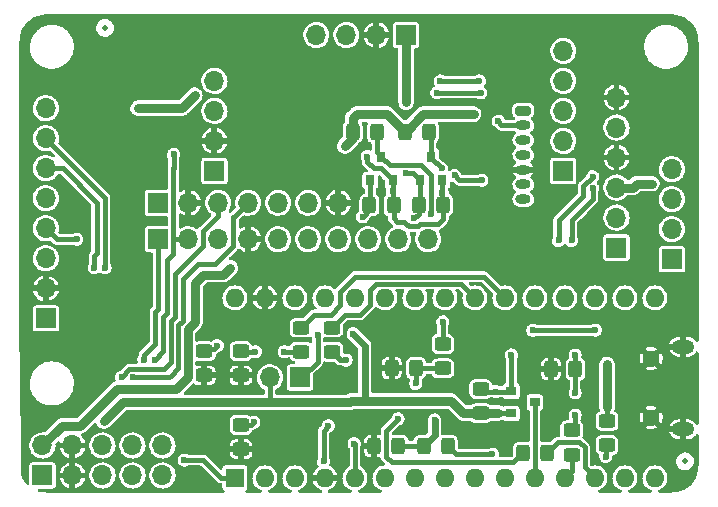
<source format=gbr>
%TF.GenerationSoftware,KiCad,Pcbnew,5.99.0-unknown-04793924d~104~ubuntu20.04.1*%
%TF.CreationDate,2020-11-08T20:52:42+01:00*%
%TF.ProjectId,co2mon,636f326d-6f6e-42e6-9b69-6361645f7063,rev?*%
%TF.SameCoordinates,Original*%
%TF.FileFunction,Copper,L2,Bot*%
%TF.FilePolarity,Positive*%
%FSLAX46Y46*%
G04 Gerber Fmt 4.6, Leading zero omitted, Abs format (unit mm)*
G04 Created by KiCad (PCBNEW 5.99.0-unknown-04793924d~104~ubuntu20.04.1) date 2020-11-08 20:52:42*
%MOMM*%
%LPD*%
G01*
G04 APERTURE LIST*
G04 Aperture macros list*
%AMRoundRect*
0 Rectangle with rounded corners*
0 $1 Rounding radius*
0 $2 $3 $4 $5 $6 $7 $8 $9 X,Y pos of 4 corners*
0 Add a 4 corners polygon primitive as box body*
4,1,4,$2,$3,$4,$5,$6,$7,$8,$9,$2,$3,0*
0 Add four circle primitives for the rounded corners*
1,1,$1+$1,$2,$3,0*
1,1,$1+$1,$4,$5,0*
1,1,$1+$1,$6,$7,0*
1,1,$1+$1,$8,$9,0*
0 Add four rect primitives between the rounded corners*
20,1,$1+$1,$2,$3,$4,$5,0*
20,1,$1+$1,$4,$5,$6,$7,0*
20,1,$1+$1,$6,$7,$8,$9,0*
20,1,$1+$1,$8,$9,$2,$3,0*%
G04 Aperture macros list end*
%TA.AperFunction,ComponentPad*%
%ADD10R,1.700000X1.700000*%
%TD*%
%TA.AperFunction,ComponentPad*%
%ADD11O,1.700000X1.700000*%
%TD*%
%TA.AperFunction,ComponentPad*%
%ADD12R,1.600000X1.600000*%
%TD*%
%TA.AperFunction,ComponentPad*%
%ADD13O,1.600000X1.600000*%
%TD*%
%TA.AperFunction,ComponentPad*%
%ADD14RoundRect,0.200000X-0.450000X0.200000X-0.450000X-0.200000X0.450000X-0.200000X0.450000X0.200000X0*%
%TD*%
%TA.AperFunction,ComponentPad*%
%ADD15O,1.300000X0.800000*%
%TD*%
%TA.AperFunction,ComponentPad*%
%ADD16C,1.450000*%
%TD*%
%TA.AperFunction,ComponentPad*%
%ADD17O,1.900000X1.200000*%
%TD*%
%TA.AperFunction,SMDPad,CuDef*%
%ADD18R,0.900000X0.800000*%
%TD*%
%TA.AperFunction,SMDPad,CuDef*%
%ADD19RoundRect,0.250000X-0.450000X0.325000X-0.450000X-0.325000X0.450000X-0.325000X0.450000X0.325000X0*%
%TD*%
%TA.AperFunction,SMDPad,CuDef*%
%ADD20C,0.500000*%
%TD*%
%TA.AperFunction,SMDPad,CuDef*%
%ADD21RoundRect,0.250000X0.325000X0.450000X-0.325000X0.450000X-0.325000X-0.450000X0.325000X-0.450000X0*%
%TD*%
%TA.AperFunction,SMDPad,CuDef*%
%ADD22RoundRect,0.250000X-0.325000X-0.450000X0.325000X-0.450000X0.325000X0.450000X-0.325000X0.450000X0*%
%TD*%
%TA.AperFunction,SMDPad,CuDef*%
%ADD23R,0.800000X0.900000*%
%TD*%
%TA.AperFunction,SMDPad,CuDef*%
%ADD24RoundRect,0.250000X0.450000X-0.325000X0.450000X0.325000X-0.450000X0.325000X-0.450000X-0.325000X0*%
%TD*%
%TA.AperFunction,ViaPad*%
%ADD25C,0.600000*%
%TD*%
%TA.AperFunction,Conductor*%
%ADD26C,0.400000*%
%TD*%
%TA.AperFunction,Conductor*%
%ADD27C,0.800000*%
%TD*%
%TA.AperFunction,Conductor*%
%ADD28C,0.600000*%
%TD*%
G04 APERTURE END LIST*
D10*
%TO.P,J4,1,Pin_1*%
%TO.N,/SDA*%
X140800000Y-115000000D03*
D11*
%TO.P,J4,2,Pin_2*%
%TO.N,/SCL*%
X140800000Y-112460000D03*
%TO.P,J4,3,Pin_3*%
%TO.N,+5V*%
X140800000Y-109920000D03*
%TO.P,J4,4,Pin_4*%
%TO.N,GND*%
X140800000Y-107380000D03*
%TO.P,J4,5,Pin_5*%
%TO.N,Net-(J4-Pad5)*%
X140800000Y-104840000D03*
%TO.P,J4,6,Pin_6*%
%TO.N,GND*%
X140800000Y-102300000D03*
%TD*%
D10*
%TO.P,JP1,1,A*%
%TO.N,/BOOT0*%
X114000000Y-126000000D03*
D11*
%TO.P,JP1,2,B*%
%TO.N,+3V3*%
X111460000Y-126000000D03*
%TD*%
D12*
%TO.P,A1,1,D1/TX*%
%TO.N,/MCU_TX2*%
X108500000Y-134500000D03*
D13*
%TO.P,A1,2,D0/RX*%
%TO.N,Net-(A1-Pad2)*%
X111040000Y-134500000D03*
%TO.P,A1,3,~RESET*%
%TO.N,Net-(A1-Pad3)*%
X113580000Y-134500000D03*
%TO.P,A1,4,GND*%
%TO.N,GND*%
X116120000Y-134500000D03*
%TO.P,A1,5,D2*%
%TO.N,/MCU_RX2*%
X118660000Y-134500000D03*
%TO.P,A1,6,D3*%
%TO.N,Net-(A1-Pad6)*%
X121200000Y-134500000D03*
%TO.P,A1,7,D4*%
%TO.N,Net-(A1-Pad7)*%
X123740000Y-134500000D03*
%TO.P,A1,8,D5*%
%TO.N,Net-(A1-Pad8)*%
X126280000Y-134500000D03*
%TO.P,A1,9,D6*%
%TO.N,Net-(A1-Pad9)*%
X128820000Y-134500000D03*
%TO.P,A1,10,D7*%
%TO.N,Net-(A1-Pad10)*%
X131360000Y-134500000D03*
%TO.P,A1,11,D8*%
%TO.N,/AVR_RX*%
X133900000Y-134500000D03*
%TO.P,A1,12,D9*%
%TO.N,/AVR_TX*%
X136440000Y-134500000D03*
%TO.P,A1,13,D10*%
%TO.N,Net-(A1-Pad13)*%
X138980000Y-134500000D03*
%TO.P,A1,14,D11*%
%TO.N,/AVR_MOSI*%
X141520000Y-134500000D03*
%TO.P,A1,15,D12*%
%TO.N,Net-(A1-Pad15)*%
X144060000Y-134500000D03*
%TO.P,A1,16,D13*%
%TO.N,/AVR_SCK*%
X144060000Y-119260000D03*
%TO.P,A1,17,3V3*%
%TO.N,+3V3*%
X141520000Y-119260000D03*
%TO.P,A1,18,AREF*%
%TO.N,Net-(A1-Pad18)*%
X138980000Y-119260000D03*
%TO.P,A1,19,A0*%
%TO.N,Net-(A1-Pad19)*%
X136440000Y-119260000D03*
%TO.P,A1,20,A1*%
%TO.N,Net-(A1-Pad20)*%
X133900000Y-119260000D03*
%TO.P,A1,21,A2*%
%TO.N,/~TFT_RST_5V*%
X131360000Y-119260000D03*
%TO.P,A1,22,A3*%
%TO.N,/TFT_A0_5V*%
X128820000Y-119260000D03*
%TO.P,A1,23,A4*%
%TO.N,/AVR_SDA*%
X126280000Y-119260000D03*
%TO.P,A1,24,A5*%
%TO.N,/AVR_SCL*%
X123740000Y-119260000D03*
%TO.P,A1,25,A6*%
%TO.N,Net-(A1-Pad25)*%
X121200000Y-119260000D03*
%TO.P,A1,26,A7*%
%TO.N,Net-(A1-Pad26)*%
X118660000Y-119260000D03*
%TO.P,A1,27,+5V*%
%TO.N,+5V*%
X116120000Y-119260000D03*
%TO.P,A1,28,~RESET*%
%TO.N,Net-(A1-Pad28)*%
X113580000Y-119260000D03*
%TO.P,A1,29,GND*%
%TO.N,GND*%
X111040000Y-119260000D03*
%TO.P,A1,30,VIN*%
%TO.N,Net-(A1-Pad30)*%
X108500000Y-119260000D03*
%TD*%
D10*
%TO.P,J3,1,Pin_1*%
%TO.N,+5V*%
X106760000Y-108500000D03*
D11*
%TO.P,J3,2,Pin_2*%
%TO.N,GND*%
X106760000Y-105960000D03*
%TO.P,J3,3,Pin_3*%
%TO.N,Net-(J3-Pad3)*%
X106760000Y-103420000D03*
%TO.P,J3,4,Pin_4*%
%TO.N,Net-(J3-Pad4)*%
X106760000Y-100880000D03*
%TD*%
D10*
%TO.P,J5,1,Pin_1*%
%TO.N,/MCU_RX*%
X102000000Y-114300000D03*
D11*
%TO.P,J5,2,Pin_2*%
%TO.N,/MCU_TX*%
X104540000Y-114300000D03*
%TO.P,J5,3,Pin_3*%
%TO.N,+5V*%
X107080000Y-114300000D03*
%TO.P,J5,4,Pin_4*%
%TO.N,GND*%
X109620000Y-114300000D03*
%TO.P,J5,5,Pin_5*%
%TO.N,Net-(J5-Pad5)*%
X112160000Y-114300000D03*
%TO.P,J5,6,Pin_6*%
%TO.N,Net-(J5-Pad6)*%
X114700000Y-114300000D03*
%TO.P,J5,7,Pin_7*%
%TO.N,Net-(J5-Pad7)*%
X117240000Y-114300000D03*
%TO.P,J5,8,Pin_8*%
%TO.N,Net-(J5-Pad8)*%
X119780000Y-114300000D03*
%TO.P,J5,9,Pin_9*%
%TO.N,Net-(J5-Pad9)*%
X122320000Y-114300000D03*
%TO.P,J5,10,Pin_10*%
%TO.N,Net-(J5-Pad10)*%
X124860000Y-114300000D03*
%TD*%
D10*
%TO.P,J9,1,Pin_1*%
%TO.N,+3V3*%
X92200000Y-134300000D03*
D11*
%TO.P,J9,2,Pin_2*%
%TO.N,+5V*%
X92200000Y-131760000D03*
%TO.P,J9,3,Pin_3*%
%TO.N,GND*%
X94740000Y-134300000D03*
%TO.P,J9,4,Pin_4*%
X94740000Y-131760000D03*
%TO.P,J9,5,Pin_5*%
%TO.N,/SDA*%
X97280000Y-134300000D03*
%TO.P,J9,6,Pin_6*%
%TO.N,/SCL*%
X97280000Y-131760000D03*
%TO.P,J9,7,Pin_7*%
%TO.N,/MCU_TX*%
X99820000Y-134300000D03*
%TO.P,J9,8,Pin_8*%
%TO.N,/MCU_RX*%
X99820000Y-131760000D03*
%TO.P,J9,9,Pin_9*%
%TO.N,/MCU_RX2*%
X102360000Y-134300000D03*
%TO.P,J9,10,Pin_10*%
%TO.N,/MCU_TX2*%
X102360000Y-131760000D03*
%TD*%
D14*
%TO.P,J2,1,Pin_1*%
%TO.N,Net-(J2-Pad1)*%
X132900000Y-103400000D03*
D15*
%TO.P,J2,2,Pin_2*%
%TO.N,/MCU_RX*%
X132900000Y-104650000D03*
%TO.P,J2,3,Pin_3*%
%TO.N,/MCU_TX*%
X132900000Y-105900000D03*
%TO.P,J2,4,Pin_4*%
%TO.N,+5V*%
X132900000Y-107150000D03*
%TO.P,J2,5,Pin_5*%
%TO.N,GND*%
X132900000Y-108400000D03*
%TO.P,J2,6,Pin_6*%
%TO.N,Net-(J2-Pad6)*%
X132900000Y-109650000D03*
%TO.P,J2,7,Pin_7*%
%TO.N,Net-(J2-Pad7)*%
X132900000Y-110900000D03*
%TD*%
D10*
%TO.P,J6,1,Pin_1*%
%TO.N,Net-(J6-Pad1)*%
X136300000Y-108500000D03*
D11*
%TO.P,J6,2,Pin_2*%
%TO.N,/MCU_TX*%
X136300000Y-105960000D03*
%TO.P,J6,3,Pin_3*%
%TO.N,/MCU_RX*%
X136300000Y-103420000D03*
%TO.P,J6,4,Pin_4*%
%TO.N,Net-(J6-Pad4)*%
X136300000Y-100880000D03*
%TO.P,J6,5,Pin_5*%
%TO.N,Net-(J6-Pad5)*%
X136300000Y-98340000D03*
%TD*%
D16*
%TO.P,J7,6,Shield*%
%TO.N,GND*%
X143737500Y-124400000D03*
X143737500Y-129400000D03*
D17*
X146437500Y-130400000D03*
X146437500Y-123400000D03*
%TD*%
D10*
%TO.P,J1,1,Pin_1*%
%TO.N,+5V*%
X102000000Y-111200000D03*
D11*
%TO.P,J1,2,Pin_2*%
%TO.N,GND*%
X104540000Y-111200000D03*
%TO.P,J1,3,Pin_3*%
%TO.N,/SCL*%
X107080000Y-111200000D03*
%TO.P,J1,4,Pin_4*%
%TO.N,/SDA*%
X109620000Y-111200000D03*
%TO.P,J1,5,Pin_5*%
%TO.N,/SCD30_RDY*%
X112160000Y-111200000D03*
%TO.P,J1,6,Pin_6*%
%TO.N,Net-(J1-Pad6)*%
X114700000Y-111200000D03*
%TO.P,J1,7,Pin_7*%
%TO.N,GND*%
X117240000Y-111200000D03*
%TD*%
D18*
%TO.P,Q3,1,G*%
%TO.N,+3V3*%
X131900000Y-129050000D03*
%TO.P,Q3,2,S*%
%TO.N,/MCU_RX*%
X131900000Y-127150000D03*
%TO.P,Q3,3,D*%
%TO.N,/AVR_RX*%
X133900000Y-128100000D03*
%TD*%
D19*
%TO.P,R10,1*%
%TO.N,/~TFT_RST*%
X109000000Y-123775000D03*
%TO.P,R10,2*%
%TO.N,GND*%
X109000000Y-125825000D03*
%TD*%
D10*
%TO.P,J10,1,Pin_1*%
%TO.N,+3V3*%
X92500000Y-121000000D03*
D11*
%TO.P,J10,2,Pin_2*%
%TO.N,GND*%
X92500000Y-118460000D03*
%TO.P,J10,3,Pin_3*%
%TO.N,/~TFT_CS*%
X92500000Y-115920000D03*
%TO.P,J10,4,Pin_4*%
%TO.N,/~TFT_RST*%
X92500000Y-113380000D03*
%TO.P,J10,5,Pin_5*%
%TO.N,/TFT_A0*%
X92500000Y-110840000D03*
%TO.P,J10,6,Pin_6*%
%TO.N,/MOSI*%
X92500000Y-108300000D03*
%TO.P,J10,7,Pin_7*%
%TO.N,/SCK*%
X92500000Y-105760000D03*
%TO.P,J10,8,Pin_8*%
%TO.N,+3V3*%
X92500000Y-103220000D03*
%TD*%
D20*
%TO.P,FID3,*%
%TO.N,*%
X146600000Y-133100000D03*
%TD*%
D19*
%TO.P,R18,1*%
%TO.N,/AVR_SCK*%
X126100000Y-123175000D03*
%TO.P,R18,2*%
%TO.N,/SCK*%
X126100000Y-125225000D03*
%TD*%
D10*
%TO.P,J8,1,Pin_1*%
%TO.N,Net-(J8-Pad1)*%
X145500000Y-116000000D03*
D11*
%TO.P,J8,2,Pin_2*%
%TO.N,Net-(J8-Pad2)*%
X145500000Y-113460000D03*
%TO.P,J8,3,Pin_3*%
%TO.N,Net-(J8-Pad3)*%
X145500000Y-110920000D03*
%TO.P,J8,4,Pin_4*%
%TO.N,Net-(J8-Pad4)*%
X145500000Y-108380000D03*
%TD*%
D21*
%TO.P,R16,1*%
%TO.N,Net-(A1-Pad13)*%
X134925000Y-132400000D03*
%TO.P,R16,2*%
%TO.N,/~TFT_CS*%
X132875000Y-132400000D03*
%TD*%
D22*
%TO.P,R7,1*%
%TO.N,+5V*%
X122875000Y-105200000D03*
%TO.P,R7,2*%
%TO.N,/AVR_SCL*%
X124925000Y-105200000D03*
%TD*%
D19*
%TO.P,R8,1*%
%TO.N,+5V*%
X140000000Y-129675000D03*
%TO.P,R8,2*%
%TO.N,/AVR_RX*%
X140000000Y-131725000D03*
%TD*%
D22*
%TO.P,R6,1*%
%TO.N,+5V*%
X118475000Y-105200000D03*
%TO.P,R6,2*%
%TO.N,/AVR_SDA*%
X120525000Y-105200000D03*
%TD*%
D23*
%TO.P,Q2,1,G*%
%TO.N,+3V3*%
X126050000Y-109300000D03*
%TO.P,Q2,2,S*%
%TO.N,/SCL*%
X124150000Y-109300000D03*
%TO.P,Q2,3,D*%
%TO.N,/AVR_SCL*%
X125100000Y-107300000D03*
%TD*%
D10*
%TO.P,J11,1,Pin_1*%
%TO.N,+3V3*%
X123000000Y-97000000D03*
D11*
%TO.P,J11,2,Pin_2*%
%TO.N,GND*%
X120460000Y-97000000D03*
%TO.P,J11,3,Pin_3*%
%TO.N,/SCL*%
X117920000Y-97000000D03*
%TO.P,J11,4,Pin_4*%
%TO.N,/SDA*%
X115380000Y-97000000D03*
%TD*%
D19*
%TO.P,R14,1*%
%TO.N,/TFT_A0_5V*%
X116700000Y-121775000D03*
%TO.P,R14,2*%
%TO.N,/TFT_A0*%
X116700000Y-123825000D03*
%TD*%
D24*
%TO.P,R5,1*%
%TO.N,/AVR_TX*%
X137000000Y-132525000D03*
%TO.P,R5,2*%
%TO.N,/MCU_TX*%
X137000000Y-130475000D03*
%TD*%
D23*
%TO.P,Q1,1,G*%
%TO.N,+3V3*%
X121850000Y-109300000D03*
%TO.P,Q1,2,S*%
%TO.N,/SDA*%
X119950000Y-109300000D03*
%TO.P,Q1,3,D*%
%TO.N,/AVR_SDA*%
X120900000Y-107300000D03*
%TD*%
D19*
%TO.P,R15,1*%
%TO.N,/~TFT_RST_5V*%
X114100000Y-121775000D03*
%TO.P,R15,2*%
%TO.N,/~TFT_RST*%
X114100000Y-123825000D03*
%TD*%
%TO.P,R9,1*%
%TO.N,/TFT_A0*%
X105900000Y-123775000D03*
%TO.P,R9,2*%
%TO.N,GND*%
X105900000Y-125825000D03*
%TD*%
D21*
%TO.P,R3,1*%
%TO.N,+3V3*%
X126125000Y-111400000D03*
%TO.P,R3,2*%
%TO.N,/SCL*%
X124075000Y-111400000D03*
%TD*%
%TO.P,R2,1*%
%TO.N,+3V3*%
X121925000Y-111400000D03*
%TO.P,R2,2*%
%TO.N,/SDA*%
X119875000Y-111400000D03*
%TD*%
D24*
%TO.P,R4,1*%
%TO.N,+3V3*%
X129300000Y-129025000D03*
%TO.P,R4,2*%
%TO.N,/MCU_RX*%
X129300000Y-126975000D03*
%TD*%
D20*
%TO.P,FID2,*%
%TO.N,*%
X97500000Y-96400000D03*
%TD*%
D21*
%TO.P,R13,1*%
%TO.N,/SCK*%
X123825000Y-125200000D03*
%TO.P,R13,2*%
%TO.N,GND*%
X121775000Y-125200000D03*
%TD*%
%TO.P,R12,1*%
%TO.N,/MOSI*%
X122325000Y-131800000D03*
%TO.P,R12,2*%
%TO.N,GND*%
X120275000Y-131800000D03*
%TD*%
D19*
%TO.P,R11,1*%
%TO.N,/~TFT_CS*%
X109000000Y-130025000D03*
%TO.P,R11,2*%
%TO.N,GND*%
X109000000Y-132075000D03*
%TD*%
D21*
%TO.P,R1,1*%
%TO.N,/MCU_TX*%
X137325000Y-125300000D03*
%TO.P,R1,2*%
%TO.N,GND*%
X135275000Y-125300000D03*
%TD*%
%TO.P,R17,1*%
%TO.N,/AVR_MOSI*%
X126525000Y-131800000D03*
%TO.P,R17,2*%
%TO.N,/MOSI*%
X124475000Y-131800000D03*
%TD*%
D25*
%TO.N,GND*%
X101200000Y-118200000D03*
X140500000Y-98200000D03*
X104200000Y-106800000D03*
X100000000Y-107400000D03*
X93500000Y-122700000D03*
X112800000Y-106500000D03*
X96900000Y-118300000D03*
X95900000Y-107900000D03*
X136300000Y-122900000D03*
X117500000Y-98900000D03*
X108300000Y-104800000D03*
X129900000Y-121000000D03*
X101700000Y-100600000D03*
X105400000Y-127000000D03*
X131500000Y-132400000D03*
X127400000Y-113200000D03*
X100700000Y-120500000D03*
X127800000Y-129900000D03*
X101300000Y-109600000D03*
X120800000Y-121500000D03*
X103700000Y-97400000D03*
X142300000Y-125600000D03*
X94000000Y-109700000D03*
X108300000Y-100400000D03*
X127200000Y-110200000D03*
X131600000Y-103700000D03*
X99700000Y-111400000D03*
X127900000Y-127700000D03*
X127500000Y-124600000D03*
X131400000Y-111000000D03*
X127100000Y-120500000D03*
X145200000Y-104500000D03*
X138900000Y-125300000D03*
X107500000Y-133100000D03*
X127100000Y-115100000D03*
X104400000Y-135200000D03*
X112500000Y-127100000D03*
X98700000Y-124800000D03*
X143700000Y-108400000D03*
X131100000Y-122900000D03*
X110800000Y-96800000D03*
X134600000Y-97100000D03*
X95900000Y-111600000D03*
X100700000Y-122900000D03*
X124600000Y-129000000D03*
X116100000Y-106500000D03*
X121900000Y-102700000D03*
X95900000Y-113500000D03*
X134800000Y-130700000D03*
X142000000Y-132200000D03*
X118100000Y-107600000D03*
X127100000Y-116600000D03*
X94600000Y-102100000D03*
X130500000Y-105100000D03*
X125000000Y-124200000D03*
X90700000Y-103300000D03*
X135600000Y-128100000D03*
X112500000Y-100900000D03*
X137600000Y-97100000D03*
X96700000Y-127300000D03*
X100600000Y-96100000D03*
X124300000Y-102300000D03*
X138600000Y-117300000D03*
X146900000Y-119900000D03*
X136300000Y-121100000D03*
X97100000Y-123200000D03*
X140600000Y-121100000D03*
X138700000Y-104300000D03*
X120800000Y-123200000D03*
X119500000Y-106300000D03*
X138400000Y-121100000D03*
X93700000Y-104500000D03*
X129400000Y-113200000D03*
X134400000Y-117000000D03*
X131000000Y-117600000D03*
X132900000Y-121000000D03*
X117400000Y-126300000D03*
X111900000Y-129200000D03*
X136400000Y-128800000D03*
X106900000Y-135200000D03*
X104200000Y-104200000D03*
X146500000Y-134700000D03*
X109000000Y-122500000D03*
X90700000Y-120900000D03*
X122200000Y-123900000D03*
X113500000Y-109900000D03*
X115900000Y-115500000D03*
X94400000Y-106200000D03*
X126100000Y-104800000D03*
X98200000Y-110300000D03*
X123000000Y-129000000D03*
X99800000Y-104400000D03*
X98300000Y-113600000D03*
X129900000Y-130600000D03*
X127900000Y-99000000D03*
X118600000Y-129000000D03*
X117600000Y-117300000D03*
X104100000Y-101500000D03*
X122400000Y-127000000D03*
X142700000Y-131100000D03*
X134500000Y-113700000D03*
X147300000Y-105500000D03*
X110500000Y-100900000D03*
X147300000Y-101800000D03*
X98900000Y-97300000D03*
X107400000Y-126900000D03*
X142500000Y-104500000D03*
X114900000Y-118100000D03*
X115700000Y-127100000D03*
X113500000Y-112700000D03*
X90800000Y-133000000D03*
X130600000Y-124900000D03*
X108300000Y-102200000D03*
X106900000Y-120500000D03*
X120500000Y-116700000D03*
X133000000Y-130700000D03*
X90700000Y-122900000D03*
X127800000Y-125800000D03*
X107200000Y-129200000D03*
X106900000Y-118500000D03*
X95500000Y-116800000D03*
X141500000Y-117300000D03*
X117700000Y-122800000D03*
X139700000Y-95700000D03*
X122200000Y-121500000D03*
X112500000Y-120400000D03*
X115600000Y-125600000D03*
X130400000Y-109900000D03*
X128700000Y-130500000D03*
X113200000Y-96900000D03*
X128800000Y-122900000D03*
X138000000Y-113700000D03*
X126100000Y-106700000D03*
X95000000Y-121200000D03*
X134100000Y-124900000D03*
X144400000Y-102100000D03*
X108800000Y-107300000D03*
X90800000Y-130300000D03*
X111300000Y-122900000D03*
X134700000Y-102200000D03*
X106000000Y-129200000D03*
X114800000Y-120000000D03*
X128500000Y-102800000D03*
X100300000Y-115200000D03*
X140400000Y-122900000D03*
X133000000Y-123000000D03*
X109000000Y-121100000D03*
X124400000Y-98200000D03*
X126500000Y-129100000D03*
X119500000Y-102650000D03*
X99500000Y-101900000D03*
X117350000Y-104300000D03*
X111300000Y-121200000D03*
X131200000Y-102000000D03*
X126800000Y-97100000D03*
X141300000Y-125600000D03*
X138200000Y-123100000D03*
X94400000Y-111500000D03*
X131900000Y-99600000D03*
X130300000Y-97600000D03*
X115000000Y-129200000D03*
%TO.N,/AVR_SDA*%
X125100000Y-112200000D03*
%TO.N,/AVR_SCL*%
X126000000Y-108300000D03*
%TO.N,+3V3*%
X118500000Y-122300000D03*
X121851288Y-110253349D03*
X126050000Y-110350000D03*
X123000000Y-102700000D03*
X100300000Y-103200000D03*
X130800000Y-129000000D03*
X118200000Y-128100000D03*
X97400000Y-129700000D03*
X105100000Y-102100000D03*
X119700000Y-107300000D03*
%TO.N,/~TFT_CS*%
X110100000Y-129800000D03*
X122300000Y-129500000D03*
%TO.N,/~TFT_RST*%
X95100000Y-114300000D03*
X110224999Y-123824999D03*
X112675001Y-123824999D03*
%TO.N,/TFT_A0*%
X107000000Y-123300000D03*
X117900000Y-124525000D03*
%TO.N,/MOSI*%
X125400000Y-129600000D03*
X96600000Y-116700000D03*
%TO.N,/SCK*%
X97500000Y-116700000D03*
X123800000Y-126500000D03*
%TO.N,+5V*%
X128700000Y-103700000D03*
X140000000Y-124900000D03*
X117800000Y-106400000D03*
X108100000Y-116700000D03*
X140000000Y-128500000D03*
X143800000Y-109600000D03*
%TO.N,/SCL*%
X123700000Y-112500000D03*
X127100000Y-108900000D03*
X129400000Y-109300000D03*
X98900000Y-125969999D03*
X123000000Y-108700000D03*
%TO.N,/SDA*%
X119300000Y-112400000D03*
X99900000Y-126000000D03*
%TO.N,/BOOT0*%
X115500000Y-122400000D03*
%TO.N,/MCU_TX2*%
X116000000Y-133100000D03*
X104200000Y-133000000D03*
X116400000Y-130100000D03*
%TO.N,/MCU_RX2*%
X118600000Y-131600000D03*
%TO.N,/AVR_MOSI*%
X130300000Y-132500000D03*
%TO.N,/AVR_SCK*%
X139000000Y-122000000D03*
X126100000Y-121300000D03*
X133700000Y-122000000D03*
%TO.N,/MCU_RX*%
X125900000Y-100900000D03*
X100800000Y-124500000D03*
X138800000Y-109000000D03*
X130600000Y-127200000D03*
X131900000Y-124100000D03*
X129200000Y-100900000D03*
X135900000Y-114400000D03*
X130800000Y-104300000D03*
%TO.N,/MCU_TX*%
X137297180Y-129200000D03*
X137300000Y-127300000D03*
X103300000Y-107100000D03*
X101700000Y-124500000D03*
X137000000Y-114400000D03*
X138800000Y-110000000D03*
X129300000Y-101900000D03*
X137300000Y-124100000D03*
X125600000Y-101900000D03*
%TO.N,/AVR_RX*%
X139900000Y-132700000D03*
%TD*%
D26*
%TO.N,GND*%
X130000000Y-130500000D02*
X128700000Y-130500000D01*
X92560000Y-118400000D02*
X92500000Y-118460000D01*
%TO.N,/AVR_SDA*%
X124932851Y-108667149D02*
X124265702Y-108000000D01*
X120525000Y-105200000D02*
X120525000Y-106725000D01*
X125100000Y-112200000D02*
X125100000Y-108834298D01*
X120525000Y-106925000D02*
X120525000Y-106725000D01*
X121600000Y-108000000D02*
X120900000Y-107300000D01*
X124265702Y-108000000D02*
X121600000Y-108000000D01*
X125100000Y-108834298D02*
X124932851Y-108667149D01*
X120900000Y-107300000D02*
X120525000Y-106925000D01*
%TO.N,/AVR_SCL*%
X125100000Y-107300000D02*
X125100000Y-107400000D01*
X125100000Y-107400000D02*
X126000000Y-108300000D01*
X125100000Y-105375000D02*
X124925000Y-105200000D01*
X125100000Y-107300000D02*
X125100000Y-105375000D01*
D27*
%TO.N,+3V3*%
X123000000Y-102700000D02*
X123000000Y-97000000D01*
D26*
X126050000Y-109300000D02*
X126050000Y-110350000D01*
X126125000Y-112575000D02*
X126125000Y-111400000D01*
X121925000Y-112525000D02*
X122200000Y-112800000D01*
D27*
X126800000Y-128000000D02*
X119900000Y-128000000D01*
D28*
X119500000Y-124400000D02*
X119500000Y-123300000D01*
D26*
X130800000Y-129000000D02*
X131800000Y-129000000D01*
X123999999Y-113200001D02*
X124150001Y-113049999D01*
X120275736Y-108300000D02*
X119700000Y-107724264D01*
X126050000Y-111325000D02*
X126125000Y-111400000D01*
D27*
X118200000Y-128100000D02*
X116400000Y-128100000D01*
D26*
X111460000Y-126000000D02*
X111460000Y-127940000D01*
D27*
X130800000Y-129000000D02*
X127800000Y-129000000D01*
D28*
X119500000Y-127800000D02*
X119300000Y-128000000D01*
D26*
X121850000Y-109300000D02*
X121850000Y-111325000D01*
X121850000Y-111325000D02*
X121925000Y-111400000D01*
D27*
X99000000Y-128100000D02*
X97400000Y-129700000D01*
X116400000Y-128100000D02*
X111300000Y-128100000D01*
D26*
X126050000Y-110350000D02*
X126050000Y-111325000D01*
X111460000Y-127940000D02*
X111300000Y-128100000D01*
D28*
X119500000Y-124400000D02*
X119500000Y-127800000D01*
D27*
X118300000Y-128000000D02*
X118200000Y-128100000D01*
D26*
X124449999Y-113049999D02*
X125650001Y-113049999D01*
X122200000Y-112800000D02*
X122800000Y-112800000D01*
X125650001Y-113049999D02*
X126125000Y-112575000D01*
D27*
X119900000Y-128000000D02*
X119300000Y-128000000D01*
X119300000Y-128000000D02*
X118300000Y-128000000D01*
D26*
X120850000Y-108300000D02*
X120275736Y-108300000D01*
X124150001Y-113049999D02*
X124449999Y-113049999D01*
D28*
X119500000Y-123300000D02*
X118500000Y-122300000D01*
D26*
X121850000Y-109300000D02*
X120850000Y-108300000D01*
X119700000Y-107724264D02*
X119700000Y-107300000D01*
D27*
X104000000Y-103200000D02*
X105100000Y-102100000D01*
D26*
X123000000Y-113000000D02*
X123200001Y-113200001D01*
D27*
X100300000Y-103200000D02*
X104000000Y-103200000D01*
D26*
X121925000Y-111400000D02*
X121925000Y-112525000D01*
X123200001Y-113200001D02*
X123999999Y-113200001D01*
D27*
X127800000Y-129000000D02*
X126800000Y-128000000D01*
D26*
X122800000Y-112800000D02*
X123000000Y-113000000D01*
D27*
X111300000Y-128100000D02*
X99000000Y-128100000D01*
D26*
%TO.N,/~TFT_CS*%
X109000000Y-130025000D02*
X109875000Y-130025000D01*
X109875000Y-130025000D02*
X110100000Y-129800000D01*
X131199999Y-133200001D02*
X132074999Y-133200001D01*
X121300000Y-132700002D02*
X121799999Y-133200001D01*
X131199999Y-133200001D02*
X121799999Y-133200001D01*
X122300000Y-129500000D02*
X121300000Y-130500000D01*
X121300000Y-130500000D02*
X121300000Y-132700002D01*
X132074999Y-133200001D02*
X132875000Y-132400000D01*
%TO.N,/~TFT_RST*%
X114100000Y-123825000D02*
X112675002Y-123825000D01*
X93420000Y-114300000D02*
X92500000Y-113380000D01*
X95100000Y-114300000D02*
X93420000Y-114300000D01*
X110224999Y-123824999D02*
X109049999Y-123824999D01*
X109049999Y-123824999D02*
X109000000Y-123775000D01*
X112675002Y-123825000D02*
X112675001Y-123824999D01*
%TO.N,/TFT_A0*%
X117900000Y-124525000D02*
X117400000Y-124525000D01*
X106075000Y-123600000D02*
X105900000Y-123775000D01*
X106700000Y-123600000D02*
X106075000Y-123600000D01*
X116800000Y-123825000D02*
X116375000Y-123825000D01*
X107000000Y-123300000D02*
X106700000Y-123600000D01*
X117400000Y-124525000D02*
X116700000Y-123825000D01*
X117900000Y-124525000D02*
X117500000Y-124525000D01*
X117500000Y-124525000D02*
X116800000Y-123825000D01*
%TO.N,/MOSI*%
X96800000Y-111200000D02*
X93900000Y-108300000D01*
X96800000Y-115500000D02*
X96800000Y-111200000D01*
D28*
X125400000Y-129600000D02*
X125400000Y-130875000D01*
D26*
X96600000Y-116700000D02*
X96600000Y-115700000D01*
X96600000Y-115700000D02*
X96800000Y-115500000D01*
X93900000Y-108300000D02*
X92500000Y-108300000D01*
D28*
X125400000Y-130875000D02*
X124475000Y-131800000D01*
D26*
X122325000Y-131800000D02*
X124475000Y-131800000D01*
%TO.N,/SCK*%
X97500000Y-110800000D02*
X92500000Y-105800000D01*
X123850000Y-125225000D02*
X123825000Y-125200000D01*
X97500000Y-116700000D02*
X97500000Y-110800000D01*
X123800000Y-126500000D02*
X123800000Y-125225000D01*
X126100000Y-125225000D02*
X123850000Y-125225000D01*
X123800000Y-125225000D02*
X123825000Y-125200000D01*
X92500000Y-105800000D02*
X92500000Y-105760000D01*
D27*
%TO.N,+5V*%
X118800000Y-103700000D02*
X118475000Y-104025000D01*
X107500000Y-117300000D02*
X105800000Y-117300000D01*
X120900000Y-103700000D02*
X121375000Y-103700000D01*
X107500000Y-117300000D02*
X108100000Y-116700000D01*
X104500000Y-126000000D02*
X103500000Y-127000000D01*
X95400000Y-130100000D02*
X97700000Y-127800000D01*
X105100000Y-120300000D02*
X105100000Y-121331384D01*
X93860000Y-130100000D02*
X95400000Y-130100000D01*
X98500000Y-127000000D02*
X103500000Y-127000000D01*
X97700000Y-127800000D02*
X98500000Y-127000000D01*
X124447902Y-103700000D02*
X122947902Y-105200000D01*
X121375000Y-103700000D02*
X122875000Y-105200000D01*
X122947902Y-105200000D02*
X122875000Y-105200000D01*
X118800000Y-103700000D02*
X120900000Y-103700000D01*
X104500000Y-125200000D02*
X104500000Y-121931384D01*
X124900000Y-103700000D02*
X124447902Y-103700000D01*
X142500000Y-109600000D02*
X142180000Y-109920000D01*
D26*
X118475000Y-105200000D02*
X118475000Y-104825000D01*
D27*
X143800000Y-109600000D02*
X142500000Y-109600000D01*
D26*
X140000000Y-128500000D02*
X140000000Y-129675000D01*
D27*
X128700000Y-103700000D02*
X125600000Y-103700000D01*
X104500000Y-121931384D02*
X105100000Y-121331384D01*
X104500000Y-125200000D02*
X104500000Y-126000000D01*
X142180000Y-109920000D02*
X140800000Y-109920000D01*
X92200000Y-131760000D02*
X93860000Y-130100000D01*
X118475000Y-105200000D02*
X118475000Y-105725000D01*
X125600000Y-103700000D02*
X124900000Y-103700000D01*
X140000000Y-124900000D02*
X140000000Y-128500000D01*
X105100000Y-120300000D02*
X105100000Y-118000000D01*
X105800000Y-117300000D02*
X105100000Y-118000000D01*
X118475000Y-105725000D02*
X117800000Y-106400000D01*
X118475000Y-104025000D02*
X118475000Y-105200000D01*
D26*
%TO.N,/SCL*%
X105800000Y-113600000D02*
X107080000Y-112320000D01*
X124150000Y-109300000D02*
X124150000Y-111325000D01*
X124075000Y-111400000D02*
X124075000Y-112125000D01*
X124075000Y-112125000D02*
X123700000Y-112500000D01*
X105800000Y-114900000D02*
X105800000Y-113600000D01*
X129400000Y-109300000D02*
X127500000Y-109300000D01*
X100200000Y-125300000D02*
X102500000Y-125300000D01*
X103099990Y-124700010D02*
X103099990Y-121200010D01*
X123000000Y-108700000D02*
X123550000Y-108700000D01*
X103450000Y-120850000D02*
X103450000Y-117250000D01*
X102500000Y-125300000D02*
X103099990Y-124700010D01*
X100200000Y-125300000D02*
X99569999Y-125300000D01*
X123550000Y-108700000D02*
X124150000Y-109300000D01*
X103099990Y-121200010D02*
X103450000Y-120850000D01*
X127500000Y-109300000D02*
X127100000Y-108900000D01*
X124150000Y-111325000D02*
X124075000Y-111400000D01*
X107080000Y-112320000D02*
X107080000Y-111200000D01*
X99569999Y-125300000D02*
X98900000Y-125969999D01*
X103450000Y-117250000D02*
X105800000Y-114900000D01*
%TO.N,/SDA*%
X108369999Y-112450001D02*
X108369999Y-114860003D01*
X119950000Y-111325000D02*
X119875000Y-111400000D01*
X102900000Y-126000000D02*
X103050000Y-125850000D01*
X119875000Y-111825000D02*
X119300000Y-112400000D01*
X103700000Y-121600000D02*
X103700000Y-125200000D01*
X108400000Y-112420000D02*
X108369999Y-112450001D01*
X104100000Y-117700000D02*
X105400000Y-116400000D01*
X119875000Y-111400000D02*
X119875000Y-111825000D01*
X100300000Y-126000000D02*
X102900000Y-126000000D01*
X105400000Y-116400000D02*
X105900000Y-116400000D01*
X119950000Y-109300000D02*
X119950000Y-111325000D01*
X104100000Y-119200000D02*
X104100000Y-117700000D01*
X104100000Y-121200000D02*
X104100000Y-119200000D01*
X100300000Y-126000000D02*
X99900000Y-126000000D01*
X109620000Y-111200000D02*
X108400000Y-112420000D01*
X108369999Y-114860003D02*
X106830002Y-116400000D01*
X119875000Y-111400000D02*
X119875000Y-111725000D01*
X103700000Y-121600000D02*
X104100000Y-121200000D01*
X103700000Y-125200000D02*
X103050000Y-125850000D01*
X106830002Y-116400000D02*
X105900000Y-116400000D01*
%TO.N,Net-(A1-Pad13)*%
X135825000Y-131500000D02*
X135775010Y-131549990D01*
X138100010Y-133619990D02*
X138100010Y-131930756D01*
X134925000Y-132400000D02*
X135775010Y-131549990D01*
X138100000Y-133620000D02*
X138980000Y-134500000D01*
X138100000Y-133620000D02*
X138100010Y-133619990D01*
X137669254Y-131500000D02*
X135825000Y-131500000D01*
X138100010Y-131930756D02*
X137669254Y-131500000D01*
%TO.N,/BOOT0*%
X115500000Y-124660000D02*
X114160000Y-126000000D01*
X115500000Y-122400000D02*
X115500000Y-124660000D01*
X114160000Y-126000000D02*
X114000000Y-126000000D01*
%TO.N,/TFT_A0_5V*%
X119900000Y-119100000D02*
X119900000Y-119900000D01*
X118300000Y-120700000D02*
X118600000Y-120700000D01*
X127619999Y-118059999D02*
X128820000Y-119260000D01*
X119900000Y-119100000D02*
X119900000Y-118900000D01*
X118600000Y-120700000D02*
X119100000Y-120700000D01*
X119900000Y-118900000D02*
X119900000Y-118600000D01*
X119100000Y-120700000D02*
X119900000Y-119900000D01*
X119900000Y-118600000D02*
X120400000Y-118100000D01*
X117775000Y-120700000D02*
X118300000Y-120700000D01*
X120440001Y-118059999D02*
X127619999Y-118059999D01*
X120400000Y-118100000D02*
X120440001Y-118059999D01*
X116700000Y-121775000D02*
X117775000Y-120700000D01*
%TO.N,/~TFT_RST_5V*%
X129559989Y-117459989D02*
X131360000Y-119260000D01*
X115175000Y-120700000D02*
X116600000Y-120700000D01*
X117400000Y-119900000D02*
X116600000Y-120700000D01*
X117400000Y-118743998D02*
X118684009Y-117459989D01*
X118684009Y-117459989D02*
X129559989Y-117459989D01*
X114100000Y-121775000D02*
X115175000Y-120700000D01*
X117400000Y-118743998D02*
X117400000Y-119900000D01*
%TO.N,/MCU_TX2*%
X104200000Y-133000000D02*
X105800000Y-133000000D01*
X116000000Y-130500000D02*
X116400000Y-130100000D01*
X107300000Y-134500000D02*
X108500000Y-134500000D01*
X105800000Y-133000000D02*
X107300000Y-134500000D01*
X116000000Y-133100000D02*
X116000000Y-130500000D01*
%TO.N,/MCU_RX2*%
X118660000Y-134500000D02*
X118660000Y-131660000D01*
X118660000Y-131660000D02*
X118600000Y-131600000D01*
%TO.N,/AVR_MOSI*%
X130300000Y-132500000D02*
X127225000Y-132500000D01*
X127225000Y-132500000D02*
X126525000Y-131800000D01*
%TO.N,/AVR_SCK*%
X139000000Y-122000000D02*
X133700000Y-122000000D01*
X126100000Y-123175000D02*
X126100000Y-121300000D01*
%TO.N,/MCU_RX*%
X131050000Y-104650000D02*
X132900000Y-104650000D01*
X138000000Y-109800000D02*
X138800000Y-109000000D01*
X102000000Y-118900000D02*
X102000000Y-114300000D01*
X135900000Y-114400000D02*
X135900000Y-112700000D01*
X135900000Y-112700000D02*
X138000000Y-110600000D01*
X138000000Y-110600000D02*
X138000000Y-109800000D01*
X100800000Y-124100000D02*
X101750000Y-123150000D01*
X131900000Y-127200000D02*
X131900000Y-124100000D01*
X125900000Y-100900000D02*
X129200000Y-100900000D01*
X129525000Y-127200000D02*
X129300000Y-126975000D01*
X130600000Y-127200000D02*
X129525000Y-127200000D01*
X130600000Y-127200000D02*
X131900000Y-127200000D01*
X130800000Y-104300000D02*
X131050000Y-104650000D01*
X100800000Y-124500000D02*
X100800000Y-124100000D01*
X101750000Y-120450000D02*
X101750000Y-123150000D01*
X102000000Y-120200000D02*
X101750000Y-120450000D01*
X102000000Y-118900000D02*
X102000000Y-120200000D01*
%TO.N,/MCU_TX*%
X103289999Y-114310001D02*
X104529999Y-114310001D01*
X103289999Y-112710001D02*
X103289999Y-114310001D01*
X138800000Y-110900000D02*
X138800000Y-110000000D01*
X137000000Y-112700000D02*
X138800000Y-110900000D01*
X104529999Y-114310001D02*
X104540000Y-114300000D01*
X103300000Y-107100000D02*
X103300000Y-108279998D01*
X103289999Y-108289999D02*
X103289999Y-112710001D01*
X137000000Y-114400000D02*
X137000000Y-112700000D01*
X102750000Y-118950000D02*
X102750000Y-118150000D01*
X103289999Y-115550001D02*
X102750000Y-116090000D01*
X102750000Y-118150000D02*
X102750000Y-116090000D01*
X137297180Y-130177820D02*
X137000000Y-130475000D01*
X103289999Y-114310001D02*
X103289999Y-115550001D01*
X137300000Y-127300000D02*
X137300000Y-124100000D01*
X102400000Y-120900000D02*
X102400000Y-123700000D01*
X103300000Y-108279998D02*
X103289999Y-108289999D01*
X103289999Y-112710001D02*
X103289999Y-113049999D01*
X102750000Y-118950000D02*
X102750000Y-120550000D01*
X137297180Y-129200000D02*
X137297180Y-130177820D01*
X102400000Y-123800000D02*
X102400000Y-123700000D01*
X101700000Y-124500000D02*
X102400000Y-123800000D01*
X125600000Y-101900000D02*
X129300000Y-101900000D01*
X102750000Y-120550000D02*
X102400000Y-120900000D01*
%TO.N,/AVR_RX*%
X133900000Y-134500000D02*
X133900000Y-128100000D01*
X139900000Y-131825000D02*
X140000000Y-131725000D01*
X139900000Y-132700000D02*
X139900000Y-131825000D01*
%TO.N,/AVR_TX*%
X137000000Y-132525000D02*
X137000000Y-133940000D01*
X137000000Y-133940000D02*
X136440000Y-134500000D01*
%TD*%
%TA.AperFunction,Conductor*%
%TO.N,GND*%
G36*
X145462737Y-95256869D02*
G01*
X145470346Y-95258521D01*
X145476527Y-95258629D01*
X145476528Y-95258629D01*
X145527276Y-95259515D01*
X145637294Y-95261436D01*
X145651537Y-95262495D01*
X145771402Y-95278276D01*
X145929390Y-95299076D01*
X145945554Y-95302291D01*
X146212998Y-95373952D01*
X146228605Y-95379250D01*
X146484409Y-95485207D01*
X146499181Y-95492493D01*
X146738967Y-95630934D01*
X146752657Y-95640081D01*
X146780764Y-95661648D01*
X146972325Y-95808639D01*
X146984717Y-95819506D01*
X147180498Y-96015288D01*
X147191365Y-96027679D01*
X147359919Y-96247344D01*
X147369075Y-96261048D01*
X147507507Y-96500821D01*
X147514797Y-96515603D01*
X147620751Y-96771399D01*
X147626049Y-96787006D01*
X147697710Y-97054448D01*
X147700925Y-97070612D01*
X147710838Y-97145908D01*
X147730171Y-97292750D01*
X147737505Y-97348459D01*
X147738564Y-97362704D01*
X147741479Y-97529654D01*
X147742791Y-97535694D01*
X147743131Y-97537261D01*
X147746000Y-97563998D01*
X147746001Y-115499578D01*
X147746001Y-122886296D01*
X147725999Y-122954417D01*
X147672343Y-123000910D01*
X147602069Y-123011014D01*
X147537489Y-122981520D01*
X147508544Y-122945062D01*
X147499510Y-122927928D01*
X147491918Y-122916673D01*
X147381530Y-122786046D01*
X147371705Y-122776689D01*
X147235830Y-122672806D01*
X147224232Y-122665782D01*
X147069221Y-122593499D01*
X147056374Y-122589126D01*
X146887850Y-122551455D01*
X146877911Y-122550076D01*
X146875187Y-122550000D01*
X146705615Y-122550000D01*
X146690376Y-122554475D01*
X146689171Y-122555865D01*
X146687500Y-122563548D01*
X146687499Y-123149998D01*
X146687500Y-123150004D01*
X146687499Y-124231885D01*
X146691974Y-124247124D01*
X146693364Y-124248329D01*
X146701047Y-124250000D01*
X146830109Y-124250000D01*
X146836923Y-124249631D01*
X146964314Y-124235792D01*
X146977566Y-124232878D01*
X147139662Y-124178327D01*
X147151984Y-124172634D01*
X147298583Y-124084547D01*
X147309388Y-124076346D01*
X147433661Y-123958828D01*
X147442447Y-123948504D01*
X147515789Y-123840584D01*
X147570622Y-123795486D01*
X147641132Y-123787192D01*
X147704934Y-123818335D01*
X147741770Y-123879028D01*
X147746001Y-123911407D01*
X147746001Y-129886296D01*
X147725999Y-129954417D01*
X147672343Y-130000910D01*
X147602069Y-130011014D01*
X147537489Y-129981520D01*
X147508544Y-129945062D01*
X147499510Y-129927928D01*
X147491918Y-129916673D01*
X147381530Y-129786046D01*
X147371705Y-129776689D01*
X147235830Y-129672806D01*
X147224232Y-129665782D01*
X147069221Y-129593499D01*
X147056374Y-129589126D01*
X146887850Y-129551455D01*
X146877911Y-129550076D01*
X146875187Y-129550000D01*
X146705615Y-129550000D01*
X146690376Y-129554475D01*
X146689171Y-129555865D01*
X146687500Y-129563548D01*
X146687499Y-130149998D01*
X146687500Y-130150004D01*
X146687499Y-131231885D01*
X146691974Y-131247124D01*
X146693364Y-131248329D01*
X146701047Y-131250000D01*
X146830109Y-131250000D01*
X146836923Y-131249631D01*
X146964314Y-131235792D01*
X146977566Y-131232878D01*
X147139662Y-131178327D01*
X147151984Y-131172634D01*
X147298583Y-131084547D01*
X147309388Y-131076346D01*
X147433661Y-130958828D01*
X147442447Y-130948504D01*
X147515789Y-130840584D01*
X147570622Y-130795486D01*
X147641132Y-130787192D01*
X147704934Y-130818335D01*
X147741770Y-130879028D01*
X147746001Y-130911407D01*
X147746001Y-133435997D01*
X147743132Y-133462732D01*
X147742791Y-133464301D01*
X147742790Y-133464307D01*
X147741479Y-133470346D01*
X147738685Y-133630386D01*
X147738564Y-133637294D01*
X147737505Y-133651537D01*
X147730024Y-133708365D01*
X147700925Y-133929388D01*
X147697710Y-133945552D01*
X147626049Y-134212994D01*
X147620751Y-134228601D01*
X147514797Y-134484397D01*
X147507507Y-134499179D01*
X147369075Y-134738952D01*
X147359919Y-134752656D01*
X147191365Y-134972321D01*
X147180498Y-134984712D01*
X146984717Y-135180494D01*
X146972325Y-135191361D01*
X146868468Y-135271054D01*
X146755614Y-135357651D01*
X146752667Y-135359912D01*
X146738967Y-135369066D01*
X146499181Y-135507507D01*
X146484409Y-135514793D01*
X146347131Y-135571655D01*
X146228605Y-135620750D01*
X146212998Y-135626048D01*
X145945554Y-135697709D01*
X145929390Y-135700924D01*
X145771402Y-135721724D01*
X145651537Y-135737505D01*
X145637294Y-135738564D01*
X145527276Y-135740485D01*
X145476528Y-135741371D01*
X145476527Y-135741371D01*
X145470346Y-135741479D01*
X145462737Y-135743131D01*
X145436002Y-135746000D01*
X144438183Y-135746000D01*
X144370062Y-135725998D01*
X144323569Y-135672342D01*
X144313465Y-135602068D01*
X144342959Y-135537488D01*
X144404299Y-135498642D01*
X144409556Y-135497174D01*
X144443141Y-135487797D01*
X144627708Y-135394565D01*
X144637220Y-135387134D01*
X144785796Y-135271054D01*
X144785797Y-135271053D01*
X144790652Y-135267260D01*
X144925765Y-135110730D01*
X144995810Y-134987428D01*
X145024858Y-134936294D01*
X145024859Y-134936293D01*
X145027901Y-134930937D01*
X145033042Y-134915485D01*
X145067972Y-134810480D01*
X145093171Y-134734731D01*
X145119087Y-134529583D01*
X145119500Y-134500000D01*
X145099322Y-134294209D01*
X145039557Y-134096256D01*
X145009034Y-134038851D01*
X144945376Y-133919128D01*
X144945375Y-133919126D01*
X144942480Y-133913682D01*
X144886944Y-133845588D01*
X144815685Y-133758215D01*
X144815682Y-133758212D01*
X144811790Y-133753440D01*
X144804894Y-133747735D01*
X144657215Y-133625564D01*
X144657211Y-133625562D01*
X144652465Y-133621635D01*
X144470573Y-133523286D01*
X144273042Y-133462140D01*
X144266917Y-133461496D01*
X144266916Y-133461496D01*
X144073525Y-133441170D01*
X144073524Y-133441170D01*
X144067397Y-133440526D01*
X143988909Y-133447669D01*
X143867608Y-133458708D01*
X143867605Y-133458709D01*
X143861469Y-133459267D01*
X143855563Y-133461005D01*
X143855559Y-133461006D01*
X143778330Y-133483736D01*
X143663104Y-133517649D01*
X143479857Y-133613448D01*
X143475057Y-133617308D01*
X143475056Y-133617308D01*
X143441390Y-133644376D01*
X143318707Y-133743016D01*
X143314748Y-133747734D01*
X143314747Y-133747735D01*
X143226149Y-133853322D01*
X143185792Y-133901417D01*
X143182829Y-133906806D01*
X143182826Y-133906811D01*
X143105790Y-134046941D01*
X143086176Y-134082619D01*
X143023653Y-134279718D01*
X143022967Y-134285837D01*
X143022966Y-134285840D01*
X143009002Y-134410329D01*
X143000603Y-134485207D01*
X143017906Y-134691260D01*
X143074902Y-134890028D01*
X143077720Y-134895510D01*
X143077721Y-134895514D01*
X143166599Y-135068452D01*
X143166602Y-135068456D01*
X143169420Y-135073940D01*
X143297859Y-135235991D01*
X143302552Y-135239985D01*
X143302553Y-135239986D01*
X143319851Y-135254707D01*
X143455329Y-135370008D01*
X143460707Y-135373014D01*
X143460709Y-135373015D01*
X143525992Y-135409500D01*
X143635830Y-135470886D01*
X143721255Y-135498642D01*
X143725948Y-135500167D01*
X143784554Y-135540240D01*
X143812191Y-135605637D01*
X143800084Y-135675594D01*
X143752078Y-135727900D01*
X143687012Y-135746000D01*
X141898183Y-135746000D01*
X141830062Y-135725998D01*
X141783569Y-135672342D01*
X141773465Y-135602068D01*
X141802959Y-135537488D01*
X141864299Y-135498642D01*
X141869556Y-135497174D01*
X141903141Y-135487797D01*
X142087708Y-135394565D01*
X142097220Y-135387134D01*
X142245796Y-135271054D01*
X142245797Y-135271053D01*
X142250652Y-135267260D01*
X142385765Y-135110730D01*
X142455810Y-134987428D01*
X142484858Y-134936294D01*
X142484859Y-134936293D01*
X142487901Y-134930937D01*
X142493042Y-134915485D01*
X142527972Y-134810480D01*
X142553171Y-134734731D01*
X142579087Y-134529583D01*
X142579500Y-134500000D01*
X142559322Y-134294209D01*
X142499557Y-134096256D01*
X142469034Y-134038851D01*
X142405376Y-133919128D01*
X142405375Y-133919126D01*
X142402480Y-133913682D01*
X142346944Y-133845588D01*
X142275685Y-133758215D01*
X142275682Y-133758212D01*
X142271790Y-133753440D01*
X142264894Y-133747735D01*
X142117215Y-133625564D01*
X142117211Y-133625562D01*
X142112465Y-133621635D01*
X141930573Y-133523286D01*
X141733042Y-133462140D01*
X141726917Y-133461496D01*
X141726916Y-133461496D01*
X141533525Y-133441170D01*
X141533524Y-133441170D01*
X141527397Y-133440526D01*
X141448909Y-133447669D01*
X141327608Y-133458708D01*
X141327605Y-133458709D01*
X141321469Y-133459267D01*
X141315563Y-133461005D01*
X141315559Y-133461006D01*
X141238330Y-133483736D01*
X141123104Y-133517649D01*
X140939857Y-133613448D01*
X140935057Y-133617308D01*
X140935056Y-133617308D01*
X140901390Y-133644376D01*
X140778707Y-133743016D01*
X140774748Y-133747734D01*
X140774747Y-133747735D01*
X140686149Y-133853322D01*
X140645792Y-133901417D01*
X140642829Y-133906806D01*
X140642826Y-133906811D01*
X140565790Y-134046941D01*
X140546176Y-134082619D01*
X140483653Y-134279718D01*
X140482967Y-134285837D01*
X140482966Y-134285840D01*
X140469002Y-134410329D01*
X140460603Y-134485207D01*
X140477906Y-134691260D01*
X140534902Y-134890028D01*
X140537720Y-134895510D01*
X140537721Y-134895514D01*
X140626599Y-135068452D01*
X140626602Y-135068456D01*
X140629420Y-135073940D01*
X140757859Y-135235991D01*
X140762552Y-135239985D01*
X140762553Y-135239986D01*
X140779851Y-135254707D01*
X140915329Y-135370008D01*
X140920707Y-135373014D01*
X140920709Y-135373015D01*
X140985992Y-135409500D01*
X141095830Y-135470886D01*
X141181255Y-135498642D01*
X141185948Y-135500167D01*
X141244554Y-135540240D01*
X141272191Y-135605637D01*
X141260084Y-135675594D01*
X141212078Y-135727900D01*
X141147012Y-135746000D01*
X139358183Y-135746000D01*
X139290062Y-135725998D01*
X139243569Y-135672342D01*
X139233465Y-135602068D01*
X139262959Y-135537488D01*
X139324299Y-135498642D01*
X139329556Y-135497174D01*
X139363141Y-135487797D01*
X139547708Y-135394565D01*
X139557220Y-135387134D01*
X139705796Y-135271054D01*
X139705797Y-135271053D01*
X139710652Y-135267260D01*
X139845765Y-135110730D01*
X139915810Y-134987428D01*
X139944858Y-134936294D01*
X139944859Y-134936293D01*
X139947901Y-134930937D01*
X139953042Y-134915485D01*
X139987972Y-134810480D01*
X140013171Y-134734731D01*
X140039087Y-134529583D01*
X140039500Y-134500000D01*
X140019322Y-134294209D01*
X139959557Y-134096256D01*
X139929034Y-134038851D01*
X139865376Y-133919128D01*
X139865375Y-133919126D01*
X139862480Y-133913682D01*
X139806944Y-133845588D01*
X139735685Y-133758215D01*
X139735682Y-133758212D01*
X139731790Y-133753440D01*
X139724894Y-133747735D01*
X139577215Y-133625564D01*
X139577211Y-133625562D01*
X139572465Y-133621635D01*
X139390573Y-133523286D01*
X139193042Y-133462140D01*
X139186917Y-133461496D01*
X139186916Y-133461496D01*
X138993525Y-133441170D01*
X138993524Y-133441170D01*
X138987397Y-133440526D01*
X138883296Y-133450000D01*
X138787610Y-133458708D01*
X138787609Y-133458708D01*
X138781469Y-133459267D01*
X138716084Y-133478511D01*
X138645089Y-133478557D01*
X138585338Y-133440211D01*
X138555804Y-133375650D01*
X138554510Y-133357638D01*
X138554510Y-132049999D01*
X139040500Y-132049999D01*
X139043299Y-132069541D01*
X139059510Y-132182739D01*
X139060979Y-132192999D01*
X139064696Y-132201175D01*
X139064697Y-132201177D01*
X139072367Y-132218045D01*
X139120771Y-132324503D01*
X139126631Y-132331304D01*
X139140023Y-132346846D01*
X139215067Y-132433940D01*
X139260998Y-132463711D01*
X139292993Y-132484449D01*
X139339277Y-132538285D01*
X139349110Y-132608585D01*
X139348898Y-132610019D01*
X139346502Y-132618267D01*
X139346412Y-132626858D01*
X139345867Y-132678879D01*
X139344912Y-132770124D01*
X139384218Y-132916815D01*
X139461524Y-133047532D01*
X139467725Y-133053478D01*
X139467726Y-133053480D01*
X139510494Y-133094493D01*
X139571134Y-133152645D01*
X139704974Y-133224409D01*
X139713356Y-133226283D01*
X139713357Y-133226283D01*
X139844797Y-133255664D01*
X139844799Y-133255664D01*
X139853182Y-133257538D01*
X139948885Y-133252522D01*
X139996257Y-133250040D01*
X139996258Y-133250040D01*
X140004840Y-133249590D01*
X140148773Y-133201151D01*
X140155878Y-133196322D01*
X140155881Y-133196321D01*
X140177551Y-133181594D01*
X145848919Y-133181594D01*
X145850548Y-133188735D01*
X145850548Y-133188736D01*
X145870927Y-133278073D01*
X145887834Y-133352191D01*
X145891058Y-133358758D01*
X145891059Y-133358760D01*
X145923293Y-133424412D01*
X145964952Y-133509261D01*
X145969602Y-133514912D01*
X145969604Y-133514915D01*
X146023587Y-133580517D01*
X146076135Y-133644376D01*
X146126799Y-133682902D01*
X146209591Y-133745860D01*
X146209595Y-133745863D01*
X146215419Y-133750291D01*
X146222107Y-133753262D01*
X146222111Y-133753264D01*
X146264995Y-133772312D01*
X146375333Y-133821322D01*
X146382528Y-133822675D01*
X146506076Y-133845908D01*
X146547299Y-133853660D01*
X146554606Y-133853322D01*
X146554609Y-133853322D01*
X146714776Y-133845908D01*
X146714779Y-133845908D01*
X146722092Y-133845569D01*
X146729130Y-133843557D01*
X146729133Y-133843557D01*
X146883293Y-133799498D01*
X146883296Y-133799497D01*
X146890335Y-133797485D01*
X146974606Y-133750291D01*
X147036612Y-133715566D01*
X147036614Y-133715565D01*
X147043004Y-133711986D01*
X147144631Y-133618699D01*
X147166520Y-133598607D01*
X147166521Y-133598605D01*
X147171910Y-133593659D01*
X147208591Y-133539584D01*
X147254485Y-133471926D01*
X147270137Y-133448851D01*
X147332416Y-133285330D01*
X147336671Y-133253231D01*
X147343518Y-133201569D01*
X147355407Y-133111867D01*
X147355445Y-133107100D01*
X147355469Y-133103899D01*
X147355500Y-133100000D01*
X147343978Y-133001168D01*
X147336085Y-132933469D01*
X147336085Y-132933467D01*
X147335237Y-132926197D01*
X147332445Y-132918503D01*
X147278031Y-132768597D01*
X147275534Y-132761718D01*
X147271130Y-132755000D01*
X147216609Y-132671843D01*
X147179593Y-132615385D01*
X147052562Y-132495047D01*
X147046235Y-132491372D01*
X147046231Y-132491369D01*
X146907585Y-132410838D01*
X146901255Y-132407161D01*
X146894251Y-132405040D01*
X146894247Y-132405038D01*
X146740801Y-132358564D01*
X146733788Y-132356440D01*
X146726478Y-132355987D01*
X146726475Y-132355986D01*
X146658739Y-132351784D01*
X146559143Y-132345606D01*
X146551927Y-132346846D01*
X146551925Y-132346846D01*
X146496091Y-132356440D01*
X146386691Y-132375238D01*
X146379957Y-132378104D01*
X146379955Y-132378104D01*
X146232418Y-132440882D01*
X146232416Y-132440883D01*
X146225681Y-132443749D01*
X146084750Y-132547462D01*
X145971459Y-132680815D01*
X145949183Y-132724439D01*
X145897144Y-132826352D01*
X145891883Y-132836654D01*
X145890144Y-132843759D01*
X145890143Y-132843763D01*
X145868193Y-132933469D01*
X145850293Y-133006619D01*
X145850236Y-133013938D01*
X145850235Y-133013942D01*
X145849794Y-133070124D01*
X145848919Y-133181594D01*
X140177551Y-133181594D01*
X140267275Y-133120618D01*
X140267276Y-133120617D01*
X140274379Y-133115790D01*
X140284428Y-133103899D01*
X140366858Y-133006355D01*
X140366860Y-133006352D01*
X140372401Y-132999795D01*
X140409247Y-132919317D01*
X140432045Y-132869522D01*
X140432045Y-132869520D01*
X140435620Y-132861713D01*
X140459377Y-132711717D01*
X140459500Y-132700000D01*
X140457437Y-132684942D01*
X140468008Y-132614739D01*
X140514856Y-132561394D01*
X140564405Y-132543116D01*
X140592999Y-132539021D01*
X140601175Y-132535304D01*
X140601177Y-132535303D01*
X140658700Y-132509148D01*
X140724503Y-132479229D01*
X140733766Y-132471248D01*
X140815091Y-132401174D01*
X140833940Y-132384933D01*
X140912512Y-132263711D01*
X140953903Y-132125309D01*
X140954409Y-132118503D01*
X140959326Y-132052333D01*
X140959326Y-132052323D01*
X140959499Y-132050000D01*
X140959499Y-131727631D01*
X140959500Y-131404482D01*
X140959500Y-131400001D01*
X140949160Y-131327798D01*
X140940295Y-131265894D01*
X140940294Y-131265891D01*
X140939021Y-131257001D01*
X140935177Y-131248545D01*
X140903442Y-131178751D01*
X140879229Y-131125497D01*
X140784933Y-131016060D01*
X140663711Y-130937488D01*
X140563719Y-130907584D01*
X140531850Y-130898053D01*
X140531848Y-130898053D01*
X140525309Y-130896097D01*
X140518505Y-130895591D01*
X140518503Y-130895591D01*
X140452333Y-130890674D01*
X140452323Y-130890674D01*
X140450000Y-130890501D01*
X140140815Y-130890501D01*
X139554482Y-130890500D01*
X139550001Y-130890500D01*
X139497260Y-130898053D01*
X139415894Y-130909705D01*
X139415891Y-130909706D01*
X139407001Y-130910979D01*
X139398825Y-130914696D01*
X139398823Y-130914697D01*
X139364239Y-130930422D01*
X139275497Y-130970771D01*
X139166060Y-131065067D01*
X139087488Y-131186289D01*
X139067686Y-131252502D01*
X139048085Y-131318045D01*
X139046097Y-131324691D01*
X139045591Y-131331495D01*
X139045591Y-131331497D01*
X139040831Y-131395562D01*
X139040501Y-131400000D01*
X139040500Y-132049999D01*
X138554510Y-132049999D01*
X138554510Y-131964075D01*
X138555383Y-131949266D01*
X138558175Y-131925675D01*
X138559282Y-131916322D01*
X138550525Y-131868372D01*
X138548654Y-131858124D01*
X138548004Y-131854221D01*
X138540597Y-131804956D01*
X138539197Y-131795644D01*
X138536044Y-131789078D01*
X138534736Y-131781915D01*
X138507458Y-131729402D01*
X138505690Y-131725864D01*
X138484132Y-131680970D01*
X138484130Y-131680967D01*
X138480054Y-131672479D01*
X138475162Y-131667188D01*
X138475062Y-131667039D01*
X138471753Y-131660668D01*
X138466315Y-131654301D01*
X138427552Y-131615538D01*
X138424122Y-131611972D01*
X138393701Y-131579063D01*
X138387309Y-131572148D01*
X138381193Y-131568595D01*
X138375601Y-131563587D01*
X138014202Y-131202189D01*
X138004347Y-131191099D01*
X138000555Y-131186289D01*
X137983803Y-131165039D01*
X137962528Y-131150334D01*
X137917861Y-131095151D01*
X137910120Y-131024578D01*
X137913449Y-131010580D01*
X137913860Y-131009208D01*
X137941541Y-130916648D01*
X137951948Y-130881850D01*
X137951948Y-130881848D01*
X137953904Y-130875309D01*
X137954992Y-130860671D01*
X137959327Y-130802333D01*
X137959327Y-130802323D01*
X137959500Y-130800000D01*
X137959500Y-130662297D01*
X145278094Y-130662297D01*
X145290728Y-130708164D01*
X145295725Y-130720785D01*
X145375488Y-130872069D01*
X145383082Y-130883327D01*
X145493470Y-131013954D01*
X145503295Y-131023311D01*
X145639170Y-131127194D01*
X145650768Y-131134218D01*
X145805779Y-131206501D01*
X145818626Y-131210874D01*
X145987150Y-131248545D01*
X145997089Y-131249924D01*
X145999813Y-131250000D01*
X146169385Y-131250000D01*
X146184624Y-131245525D01*
X146185829Y-131244135D01*
X146187500Y-131236452D01*
X146187501Y-130668115D01*
X146183026Y-130652876D01*
X146181636Y-130651671D01*
X146173953Y-130650000D01*
X145292822Y-130649999D01*
X145279291Y-130653972D01*
X145278094Y-130662297D01*
X137959500Y-130662297D01*
X137959500Y-130150001D01*
X137939021Y-130007001D01*
X137935838Y-129999999D01*
X139040500Y-129999999D01*
X139044873Y-130030532D01*
X139059573Y-130133179D01*
X139060979Y-130142999D01*
X139064696Y-130151175D01*
X139064697Y-130151177D01*
X139077629Y-130179619D01*
X139120771Y-130274503D01*
X139126631Y-130281304D01*
X139130740Y-130286073D01*
X139215067Y-130383940D01*
X139336289Y-130462512D01*
X139412497Y-130485303D01*
X139468150Y-130501947D01*
X139468152Y-130501947D01*
X139474691Y-130503903D01*
X139481495Y-130504409D01*
X139481497Y-130504409D01*
X139547667Y-130509326D01*
X139547677Y-130509326D01*
X139550000Y-130509499D01*
X139859185Y-130509499D01*
X140445518Y-130509500D01*
X140449999Y-130509500D01*
X140508117Y-130501177D01*
X140584106Y-130490295D01*
X140584109Y-130490294D01*
X140592999Y-130489021D01*
X140601175Y-130485304D01*
X140601177Y-130485303D01*
X140662048Y-130457626D01*
X140724503Y-130429229D01*
X140833940Y-130334933D01*
X140893418Y-130243168D01*
X143253504Y-130243168D01*
X143259513Y-130251196D01*
X143296355Y-130274395D01*
X143307732Y-130280044D01*
X143481193Y-130345243D01*
X143493463Y-130348485D01*
X143676489Y-130377473D01*
X143689176Y-130378182D01*
X143874286Y-130369776D01*
X143886846Y-130367922D01*
X144066488Y-130322466D01*
X144078430Y-130318119D01*
X144212876Y-130253125D01*
X144223329Y-130243658D01*
X144221339Y-130237393D01*
X144131165Y-130147218D01*
X145277417Y-130147218D01*
X145282238Y-130150000D01*
X146169385Y-130150001D01*
X146184624Y-130145526D01*
X146185829Y-130144136D01*
X146187500Y-130136453D01*
X146187501Y-129568115D01*
X146183026Y-129552876D01*
X146181636Y-129551671D01*
X146173953Y-129550000D01*
X146044891Y-129550000D01*
X146038077Y-129550369D01*
X145910686Y-129564208D01*
X145897434Y-129567122D01*
X145735338Y-129621673D01*
X145723016Y-129627366D01*
X145576417Y-129715453D01*
X145565612Y-129723654D01*
X145441339Y-129841172D01*
X145432550Y-129851500D01*
X145336415Y-129992959D01*
X145330046Y-130004936D01*
X145278753Y-130133179D01*
X145277417Y-130147218D01*
X144131165Y-130147218D01*
X143750311Y-129766364D01*
X143736368Y-129758751D01*
X143734534Y-129758882D01*
X143727920Y-129763133D01*
X143260261Y-130230793D01*
X143253504Y-130243168D01*
X140893418Y-130243168D01*
X140912512Y-130213711D01*
X140943015Y-130111717D01*
X140951947Y-130081850D01*
X140951947Y-130081848D01*
X140953903Y-130075309D01*
X140956075Y-130046084D01*
X140959326Y-130002333D01*
X140959326Y-130002323D01*
X140959499Y-130000000D01*
X140959499Y-129489243D01*
X142762199Y-129489243D01*
X142763440Y-129501893D01*
X142800065Y-129683535D01*
X142803821Y-129695670D01*
X142876227Y-129866249D01*
X142882092Y-129876917D01*
X142892247Y-129885150D01*
X142905925Y-129878021D01*
X143371136Y-129412811D01*
X143377512Y-129401132D01*
X144096251Y-129401132D01*
X144096382Y-129402966D01*
X144100633Y-129409580D01*
X144567897Y-129876843D01*
X144580272Y-129883600D01*
X144586917Y-129878625D01*
X144632401Y-129797903D01*
X144637486Y-129786265D01*
X144694134Y-129609828D01*
X144696774Y-129597410D01*
X144717119Y-129410131D01*
X144717488Y-129403532D01*
X144717488Y-129403308D01*
X144717166Y-129396711D01*
X144698129Y-129209293D01*
X144695575Y-129196853D01*
X144640162Y-129020027D01*
X144635160Y-129008358D01*
X144589570Y-128926112D01*
X144579535Y-128916203D01*
X144571977Y-128919077D01*
X144103864Y-129387189D01*
X144096251Y-129401132D01*
X143377512Y-129401132D01*
X143378749Y-129398868D01*
X143378618Y-129397034D01*
X143374367Y-129390420D01*
X142904649Y-128920703D01*
X142892879Y-128914276D01*
X142882584Y-128922241D01*
X142879501Y-128927757D01*
X142805909Y-129097818D01*
X142802067Y-129109930D01*
X142764175Y-129291308D01*
X142762847Y-129303950D01*
X142762199Y-129489243D01*
X140959499Y-129489243D01*
X140959500Y-129350001D01*
X140948275Y-129271621D01*
X140940295Y-129215894D01*
X140940294Y-129215891D01*
X140939021Y-129207001D01*
X140935301Y-129198818D01*
X140902580Y-129126854D01*
X140879229Y-129075497D01*
X140784933Y-128966060D01*
X140663711Y-128887488D01*
X140665731Y-128884372D01*
X140625438Y-128848643D01*
X140606217Y-128780298D01*
X140613579Y-128742878D01*
X140613188Y-128742778D01*
X140614943Y-128735943D01*
X140614943Y-128735942D01*
X140619537Y-128718053D01*
X140638729Y-128643302D01*
X140654300Y-128582657D01*
X140654500Y-128579478D01*
X140654500Y-128557519D01*
X143253604Y-128557519D01*
X143257512Y-128566458D01*
X143724689Y-129033636D01*
X143738632Y-129041249D01*
X143740466Y-129041118D01*
X143747080Y-129036867D01*
X144216006Y-128567940D01*
X144222763Y-128555565D01*
X144218721Y-128550166D01*
X144084828Y-128484282D01*
X144072921Y-128479854D01*
X143893608Y-128433146D01*
X143881047Y-128431202D01*
X143696008Y-128421504D01*
X143683309Y-128422126D01*
X143500093Y-128449835D01*
X143487796Y-128452992D01*
X143313885Y-128516979D01*
X143302475Y-128522543D01*
X143263009Y-128547013D01*
X143253604Y-128557519D01*
X140654500Y-128557519D01*
X140654500Y-125243168D01*
X143253504Y-125243168D01*
X143259513Y-125251196D01*
X143296355Y-125274395D01*
X143307732Y-125280044D01*
X143481193Y-125345243D01*
X143493463Y-125348485D01*
X143676489Y-125377473D01*
X143689176Y-125378182D01*
X143874286Y-125369776D01*
X143886846Y-125367922D01*
X144066488Y-125322466D01*
X144078430Y-125318119D01*
X144212876Y-125253125D01*
X144223329Y-125243658D01*
X144221339Y-125237393D01*
X143750311Y-124766364D01*
X143736368Y-124758751D01*
X143734534Y-124758882D01*
X143727920Y-124763133D01*
X143260261Y-125230793D01*
X143253504Y-125243168D01*
X140654500Y-125243168D01*
X140654500Y-124860420D01*
X140647113Y-124801946D01*
X140639775Y-124743854D01*
X140639774Y-124743851D01*
X140638781Y-124735989D01*
X140631325Y-124717157D01*
X140580842Y-124589652D01*
X140580841Y-124589650D01*
X140577924Y-124582283D01*
X140569815Y-124571121D01*
X140510327Y-124489243D01*
X142762199Y-124489243D01*
X142763440Y-124501893D01*
X142800065Y-124683535D01*
X142803821Y-124695670D01*
X142876227Y-124866248D01*
X142882092Y-124876917D01*
X142892247Y-124885150D01*
X142905925Y-124878021D01*
X143371136Y-124412811D01*
X143377512Y-124401132D01*
X144096251Y-124401132D01*
X144096382Y-124402966D01*
X144100633Y-124409580D01*
X144567897Y-124876843D01*
X144580272Y-124883600D01*
X144586917Y-124878625D01*
X144632401Y-124797903D01*
X144637486Y-124786265D01*
X144694134Y-124609828D01*
X144696774Y-124597410D01*
X144717119Y-124410131D01*
X144717488Y-124403532D01*
X144717488Y-124403308D01*
X144717166Y-124396711D01*
X144698129Y-124209293D01*
X144695575Y-124196853D01*
X144640162Y-124020027D01*
X144635160Y-124008358D01*
X144589570Y-123926112D01*
X144579535Y-123916203D01*
X144571977Y-123919077D01*
X144103864Y-124387189D01*
X144096251Y-124401132D01*
X143377512Y-124401132D01*
X143378749Y-124398868D01*
X143378618Y-124397034D01*
X143374367Y-124390420D01*
X142904649Y-123920703D01*
X142892879Y-123914276D01*
X142882584Y-123922241D01*
X142879501Y-123927757D01*
X142805909Y-124097818D01*
X142802067Y-124109930D01*
X142764175Y-124291308D01*
X142762847Y-124303950D01*
X142762199Y-124489243D01*
X140510327Y-124489243D01*
X140485415Y-124454955D01*
X140480755Y-124448541D01*
X140353377Y-124343166D01*
X140203796Y-124272778D01*
X140196013Y-124271293D01*
X140196012Y-124271293D01*
X140049195Y-124243286D01*
X140049193Y-124243286D01*
X140041409Y-124241801D01*
X139958916Y-124246991D01*
X139884333Y-124251684D01*
X139884331Y-124251684D01*
X139876422Y-124252182D01*
X139868886Y-124254631D01*
X139868884Y-124254631D01*
X139726741Y-124300816D01*
X139726738Y-124300817D01*
X139719199Y-124303267D01*
X139579619Y-124391847D01*
X139574192Y-124397626D01*
X139574191Y-124397627D01*
X139539159Y-124434933D01*
X139466453Y-124512357D01*
X139386812Y-124657223D01*
X139345700Y-124817344D01*
X139345500Y-124820523D01*
X139345501Y-128539580D01*
X139350541Y-128579478D01*
X139360162Y-128655635D01*
X139361220Y-128664011D01*
X139364137Y-128671377D01*
X139364138Y-128671383D01*
X139390160Y-128737105D01*
X139396640Y-128807806D01*
X139363868Y-128870786D01*
X139325165Y-128898188D01*
X139275497Y-128920771D01*
X139166060Y-129015067D01*
X139087488Y-129136289D01*
X139067390Y-129203491D01*
X139048381Y-129267055D01*
X139046097Y-129274691D01*
X139045591Y-129281495D01*
X139045591Y-129281497D01*
X139040831Y-129345562D01*
X139040501Y-129350000D01*
X139040501Y-129674502D01*
X139040500Y-129999999D01*
X137935838Y-129999999D01*
X137933800Y-129995518D01*
X137882944Y-129883666D01*
X137882943Y-129883664D01*
X137879229Y-129875496D01*
X137871262Y-129866249D01*
X137784933Y-129766059D01*
X137787077Y-129764211D01*
X137756670Y-129716558D01*
X137751680Y-129681451D01*
X137751680Y-129562433D01*
X137769843Y-129499915D01*
X137769581Y-129499795D01*
X137770394Y-129498019D01*
X137774990Y-129487982D01*
X137829225Y-129369522D01*
X137829225Y-129369520D01*
X137832800Y-129361713D01*
X137856557Y-129211717D01*
X137856680Y-129200000D01*
X137836069Y-129049539D01*
X137832425Y-129041118D01*
X137779167Y-128918045D01*
X137779165Y-128918042D01*
X137775756Y-128910164D01*
X137680184Y-128792142D01*
X137556394Y-128704169D01*
X137413507Y-128652726D01*
X137404947Y-128652097D01*
X137404945Y-128652097D01*
X137293751Y-128643932D01*
X137262049Y-128641604D01*
X137113179Y-128671621D01*
X137105527Y-128675520D01*
X136985517Y-128736668D01*
X136985514Y-128736670D01*
X136977866Y-128740567D01*
X136971544Y-128746380D01*
X136971543Y-128746381D01*
X136934659Y-128780298D01*
X136866078Y-128843361D01*
X136861550Y-128850663D01*
X136861549Y-128850665D01*
X136796465Y-128955635D01*
X136786051Y-128972431D01*
X136743682Y-129118267D01*
X136743592Y-129126853D01*
X136743592Y-129126854D01*
X136742874Y-129195425D01*
X136742092Y-129270124D01*
X136781398Y-129416815D01*
X136801024Y-129450000D01*
X136801237Y-129450361D01*
X136818696Y-129519177D01*
X136796179Y-129586508D01*
X136740835Y-129630978D01*
X136692783Y-129640500D01*
X136550001Y-129640500D01*
X136493692Y-129648564D01*
X136415893Y-129659705D01*
X136415890Y-129659706D01*
X136407000Y-129660979D01*
X136398824Y-129664696D01*
X136398822Y-129664697D01*
X136377258Y-129674502D01*
X136275496Y-129720771D01*
X136166059Y-129815067D01*
X136087487Y-129936289D01*
X136046096Y-130074691D01*
X136045590Y-130081495D01*
X136045590Y-130081497D01*
X136040707Y-130147218D01*
X136040500Y-130150000D01*
X136040500Y-130799999D01*
X136054738Y-130899418D01*
X136055056Y-130901637D01*
X136044914Y-130971906D01*
X135998391Y-131025536D01*
X135930329Y-131045500D01*
X135858327Y-131045500D01*
X135843518Y-131044627D01*
X135819919Y-131041834D01*
X135810566Y-131040727D01*
X135784433Y-131045500D01*
X135752342Y-131051361D01*
X135748438Y-131052011D01*
X135689888Y-131060813D01*
X135683321Y-131063966D01*
X135676161Y-131065274D01*
X135667804Y-131069615D01*
X135667801Y-131069616D01*
X135623625Y-131092563D01*
X135620098Y-131094326D01*
X135566723Y-131119956D01*
X135561431Y-131124848D01*
X135561283Y-131124948D01*
X135554914Y-131128256D01*
X135548546Y-131133695D01*
X135509794Y-131172447D01*
X135506229Y-131175876D01*
X135466392Y-131212701D01*
X135462839Y-131218817D01*
X135457826Y-131224414D01*
X135278645Y-131403595D01*
X135216333Y-131437621D01*
X135189550Y-131440500D01*
X134600001Y-131440500D01*
X134498361Y-131455056D01*
X134428094Y-131444914D01*
X134374464Y-131398391D01*
X134354500Y-131330329D01*
X134354500Y-128860587D01*
X134374502Y-128792466D01*
X134432281Y-128744178D01*
X134437133Y-128742168D01*
X134449306Y-128739747D01*
X134479294Y-128719710D01*
X134523178Y-128690387D01*
X134533494Y-128683494D01*
X134589747Y-128599306D01*
X134609500Y-128500000D01*
X134609500Y-127700000D01*
X134589747Y-127600694D01*
X134533494Y-127516506D01*
X134449306Y-127460253D01*
X134350000Y-127440500D01*
X133450000Y-127440500D01*
X133350694Y-127460253D01*
X133266506Y-127516506D01*
X133210253Y-127600694D01*
X133190500Y-127700000D01*
X133190500Y-128500000D01*
X133210253Y-128599306D01*
X133266506Y-128683494D01*
X133350694Y-128739747D01*
X133362867Y-128742168D01*
X133367719Y-128744178D01*
X133423000Y-128788726D01*
X133445501Y-128860587D01*
X133445500Y-131327798D01*
X133425498Y-131395919D01*
X133371842Y-131442412D01*
X133301568Y-131452515D01*
X133283396Y-131448514D01*
X133281852Y-131448052D01*
X133281845Y-131448051D01*
X133275309Y-131446096D01*
X133268509Y-131445591D01*
X133268505Y-131445590D01*
X133202333Y-131440673D01*
X133202323Y-131440673D01*
X133200000Y-131440500D01*
X132550001Y-131440500D01*
X132497267Y-131448052D01*
X132415894Y-131459705D01*
X132415891Y-131459706D01*
X132407001Y-131460979D01*
X132398825Y-131464696D01*
X132398823Y-131464697D01*
X132384695Y-131471121D01*
X132275497Y-131520771D01*
X132268696Y-131526631D01*
X132262598Y-131531885D01*
X132166060Y-131615067D01*
X132087488Y-131736289D01*
X132072226Y-131787321D01*
X132051052Y-131858124D01*
X132046097Y-131874691D01*
X132040500Y-131950000D01*
X132040500Y-132539551D01*
X132020498Y-132607672D01*
X132003595Y-132628646D01*
X131923645Y-132708596D01*
X131861333Y-132742622D01*
X131834550Y-132745501D01*
X130969877Y-132745501D01*
X130901756Y-132725499D01*
X130855263Y-132671843D01*
X130845428Y-132599791D01*
X130858655Y-132516277D01*
X130858655Y-132516274D01*
X130859377Y-132511717D01*
X130859500Y-132500000D01*
X130838889Y-132349539D01*
X130803790Y-132268430D01*
X130781987Y-132218045D01*
X130781985Y-132218042D01*
X130778576Y-132210164D01*
X130683004Y-132092142D01*
X130559214Y-132004169D01*
X130416327Y-131952726D01*
X130407767Y-131952097D01*
X130407765Y-131952097D01*
X130315187Y-131945299D01*
X130264869Y-131941604D01*
X130167370Y-131961263D01*
X130126340Y-131969536D01*
X130115999Y-131971621D01*
X130002968Y-132029214D01*
X129997957Y-132031767D01*
X129940754Y-132045500D01*
X127485500Y-132045500D01*
X127417379Y-132025498D01*
X127370886Y-131971842D01*
X127359500Y-131919500D01*
X127359500Y-131350001D01*
X127346403Y-131258549D01*
X127340295Y-131215894D01*
X127340294Y-131215891D01*
X127339021Y-131207001D01*
X127335301Y-131198818D01*
X127300452Y-131122174D01*
X127279229Y-131075497D01*
X127270053Y-131064847D01*
X127234263Y-131023311D01*
X127184933Y-130966060D01*
X127115178Y-130920847D01*
X127071245Y-130892371D01*
X127071243Y-130892370D01*
X127063711Y-130887488D01*
X127044859Y-130881850D01*
X126931847Y-130848051D01*
X126931844Y-130848050D01*
X126925309Y-130846096D01*
X126918509Y-130845591D01*
X126918505Y-130845590D01*
X126852333Y-130840673D01*
X126852323Y-130840673D01*
X126850000Y-130840500D01*
X126200001Y-130840500D01*
X126098361Y-130855056D01*
X126028094Y-130844914D01*
X125974464Y-130798391D01*
X125954500Y-130730329D01*
X125954500Y-129652427D01*
X125956051Y-129632716D01*
X125957800Y-129621673D01*
X125959377Y-129611717D01*
X125959500Y-129600000D01*
X125938889Y-129449539D01*
X125928619Y-129425807D01*
X125881987Y-129318045D01*
X125881985Y-129318042D01*
X125878576Y-129310164D01*
X125783004Y-129192142D01*
X125659214Y-129104169D01*
X125516327Y-129052726D01*
X125507767Y-129052097D01*
X125507765Y-129052097D01*
X125415187Y-129045299D01*
X125364869Y-129041604D01*
X125238453Y-129067094D01*
X125230506Y-129068696D01*
X125215999Y-129071621D01*
X125208347Y-129075520D01*
X125088337Y-129136668D01*
X125088334Y-129136670D01*
X125080686Y-129140567D01*
X125074364Y-129146380D01*
X125074363Y-129146381D01*
X125004113Y-129210979D01*
X124968898Y-129243361D01*
X124964370Y-129250663D01*
X124964369Y-129250665D01*
X124895516Y-129361713D01*
X124888871Y-129372431D01*
X124848856Y-129510164D01*
X124846502Y-129518268D01*
X124845500Y-129531913D01*
X124845500Y-129613310D01*
X124845493Y-129614629D01*
X124844969Y-129664697D01*
X124844912Y-129670124D01*
X124845411Y-129671985D01*
X124845500Y-129673406D01*
X124845501Y-130155054D01*
X124845501Y-130593128D01*
X124825499Y-130661249D01*
X124808596Y-130682223D01*
X124687224Y-130803595D01*
X124624912Y-130837621D01*
X124598129Y-130840500D01*
X124150001Y-130840500D01*
X124098496Y-130847876D01*
X124015894Y-130859705D01*
X124015891Y-130859706D01*
X124007001Y-130860979D01*
X123998825Y-130864696D01*
X123998823Y-130864697D01*
X123982610Y-130872069D01*
X123875497Y-130920771D01*
X123766060Y-131015067D01*
X123687488Y-131136289D01*
X123653282Y-131250665D01*
X123651806Y-131255602D01*
X123613125Y-131315136D01*
X123548397Y-131344306D01*
X123531089Y-131345500D01*
X123268097Y-131345500D01*
X123199976Y-131325498D01*
X123153483Y-131271842D01*
X123143370Y-131237362D01*
X123140296Y-131215895D01*
X123140293Y-131215886D01*
X123139021Y-131207001D01*
X123079229Y-131075497D01*
X123070053Y-131064847D01*
X123034263Y-131023311D01*
X122984933Y-130966060D01*
X122915178Y-130920847D01*
X122871245Y-130892371D01*
X122871243Y-130892370D01*
X122863711Y-130887488D01*
X122844859Y-130881850D01*
X122731847Y-130848051D01*
X122731844Y-130848050D01*
X122725309Y-130846096D01*
X122718509Y-130845591D01*
X122718505Y-130845590D01*
X122652333Y-130840673D01*
X122652323Y-130840673D01*
X122650000Y-130840500D01*
X122000001Y-130840500D01*
X121937331Y-130849475D01*
X121910174Y-130853364D01*
X121839906Y-130843221D01*
X121786276Y-130796699D01*
X121766312Y-130728567D01*
X121786352Y-130660457D01*
X121803217Y-130639542D01*
X122366351Y-130076408D01*
X122415256Y-130046085D01*
X122548773Y-130001151D01*
X122555878Y-129996322D01*
X122555881Y-129996321D01*
X122667275Y-129920618D01*
X122667276Y-129920617D01*
X122674379Y-129915790D01*
X122699303Y-129886296D01*
X122766858Y-129806355D01*
X122766860Y-129806352D01*
X122772401Y-129799795D01*
X122821677Y-129692168D01*
X122832045Y-129669522D01*
X122832045Y-129669520D01*
X122835620Y-129661713D01*
X122859377Y-129511717D01*
X122859500Y-129500000D01*
X122838889Y-129349539D01*
X122831120Y-129331586D01*
X122781987Y-129218045D01*
X122781985Y-129218042D01*
X122778576Y-129210164D01*
X122683004Y-129092142D01*
X122559214Y-129004169D01*
X122416327Y-128952726D01*
X122407767Y-128952097D01*
X122407765Y-128952097D01*
X122315187Y-128945299D01*
X122264869Y-128941604D01*
X122115999Y-128971621D01*
X122108347Y-128975520D01*
X121988337Y-129036668D01*
X121988334Y-129036670D01*
X121980686Y-129040567D01*
X121974364Y-129046380D01*
X121974363Y-129046381D01*
X121911519Y-129104169D01*
X121868898Y-129143361D01*
X121864370Y-129150663D01*
X121864369Y-129150665D01*
X121793397Y-129265131D01*
X121788871Y-129272431D01*
X121786475Y-129280677D01*
X121786474Y-129280680D01*
X121758611Y-129376587D01*
X121726710Y-129430530D01*
X121002189Y-130155052D01*
X120991100Y-130164907D01*
X120965039Y-130185451D01*
X120959685Y-130193198D01*
X120959681Y-130193202D01*
X120931359Y-130234180D01*
X120929085Y-130237364D01*
X120893910Y-130284987D01*
X120891497Y-130291857D01*
X120887356Y-130297849D01*
X120884516Y-130306829D01*
X120884515Y-130306831D01*
X120878101Y-130327112D01*
X120869512Y-130354272D01*
X120869508Y-130354284D01*
X120868255Y-130358039D01*
X120851760Y-130405009D01*
X120851760Y-130405011D01*
X120848639Y-130413898D01*
X120848356Y-130421102D01*
X120848323Y-130421269D01*
X120846157Y-130428119D01*
X120845500Y-130436467D01*
X120845500Y-130491313D01*
X120845403Y-130496260D01*
X120843275Y-130550423D01*
X120845088Y-130557260D01*
X120845500Y-130564752D01*
X120845500Y-130732448D01*
X120825498Y-130800569D01*
X120771842Y-130847062D01*
X120701568Y-130857166D01*
X120683394Y-130853164D01*
X120681183Y-130852503D01*
X120667839Y-130850041D01*
X120602331Y-130845173D01*
X120597656Y-130845000D01*
X120543115Y-130845000D01*
X120527876Y-130849475D01*
X120526671Y-130850865D01*
X120525000Y-130858546D01*
X120524999Y-131549998D01*
X120525000Y-131550004D01*
X120524999Y-132736885D01*
X120529474Y-132752124D01*
X120530864Y-132753329D01*
X120538547Y-132755000D01*
X120595518Y-132755000D01*
X120604438Y-132754364D01*
X120720983Y-132737674D01*
X120791251Y-132747817D01*
X120844881Y-132794339D01*
X120859274Y-132825350D01*
X120859415Y-132825808D01*
X120860814Y-132835114D01*
X120863965Y-132841677D01*
X120865274Y-132848842D01*
X120869616Y-132857200D01*
X120869616Y-132857201D01*
X120892571Y-132901391D01*
X120894340Y-132904932D01*
X120919957Y-132958279D01*
X120924847Y-132963569D01*
X120924948Y-132963718D01*
X120928257Y-132970089D01*
X120933695Y-132976456D01*
X120972461Y-133015222D01*
X120975891Y-133018788D01*
X121006312Y-133051698D01*
X121006314Y-133051700D01*
X121012702Y-133058610D01*
X121018817Y-133062162D01*
X121024410Y-133067171D01*
X121191687Y-133234449D01*
X121225712Y-133296761D01*
X121220647Y-133367577D01*
X121178100Y-133424412D01*
X121114012Y-133449025D01*
X121075882Y-133452495D01*
X121007608Y-133458708D01*
X121007605Y-133458709D01*
X121001469Y-133459267D01*
X120995563Y-133461005D01*
X120995559Y-133461006D01*
X120918330Y-133483736D01*
X120803104Y-133517649D01*
X120619857Y-133613448D01*
X120615057Y-133617308D01*
X120615056Y-133617308D01*
X120581390Y-133644376D01*
X120458707Y-133743016D01*
X120454748Y-133747734D01*
X120454747Y-133747735D01*
X120366149Y-133853322D01*
X120325792Y-133901417D01*
X120322829Y-133906806D01*
X120322826Y-133906811D01*
X120245790Y-134046941D01*
X120226176Y-134082619D01*
X120163653Y-134279718D01*
X120162967Y-134285837D01*
X120162966Y-134285840D01*
X120149002Y-134410329D01*
X120140603Y-134485207D01*
X120157906Y-134691260D01*
X120214902Y-134890028D01*
X120217720Y-134895510D01*
X120217721Y-134895514D01*
X120306599Y-135068452D01*
X120306602Y-135068456D01*
X120309420Y-135073940D01*
X120437859Y-135235991D01*
X120442552Y-135239985D01*
X120442553Y-135239986D01*
X120459851Y-135254707D01*
X120595329Y-135370008D01*
X120600707Y-135373014D01*
X120600709Y-135373015D01*
X120665992Y-135409500D01*
X120775830Y-135470886D01*
X120861255Y-135498642D01*
X120865948Y-135500167D01*
X120924554Y-135540240D01*
X120952191Y-135605637D01*
X120940084Y-135675594D01*
X120892078Y-135727900D01*
X120827012Y-135746000D01*
X119038183Y-135746000D01*
X118970062Y-135725998D01*
X118923569Y-135672342D01*
X118913465Y-135602068D01*
X118942959Y-135537488D01*
X119004299Y-135498642D01*
X119009556Y-135497174D01*
X119043141Y-135487797D01*
X119227708Y-135394565D01*
X119237220Y-135387134D01*
X119385796Y-135271054D01*
X119385797Y-135271053D01*
X119390652Y-135267260D01*
X119525765Y-135110730D01*
X119595810Y-134987428D01*
X119624858Y-134936294D01*
X119624859Y-134936293D01*
X119627901Y-134930937D01*
X119633042Y-134915485D01*
X119667972Y-134810480D01*
X119693171Y-134734731D01*
X119719087Y-134529583D01*
X119719500Y-134500000D01*
X119699322Y-134294209D01*
X119639557Y-134096256D01*
X119609034Y-134038851D01*
X119545376Y-133919128D01*
X119545375Y-133919126D01*
X119542480Y-133913682D01*
X119486944Y-133845588D01*
X119415685Y-133758215D01*
X119415682Y-133758212D01*
X119411790Y-133753440D01*
X119404894Y-133747735D01*
X119257215Y-133625564D01*
X119257211Y-133625562D01*
X119252465Y-133621635D01*
X119180570Y-133582761D01*
X119130162Y-133532767D01*
X119114500Y-133471926D01*
X119114500Y-132063547D01*
X119445000Y-132063547D01*
X119445000Y-132245518D01*
X119445636Y-132254438D01*
X119464024Y-132382843D01*
X119469016Y-132399913D01*
X119520847Y-132513907D01*
X119530422Y-132528879D01*
X119612165Y-132623747D01*
X119625560Y-132635432D01*
X119730643Y-132703544D01*
X119746777Y-132710999D01*
X119868817Y-132747497D01*
X119882161Y-132749959D01*
X119947669Y-132754827D01*
X119952344Y-132755000D01*
X120006885Y-132755000D01*
X120022124Y-132750525D01*
X120023329Y-132749135D01*
X120025000Y-132741452D01*
X120025001Y-132068115D01*
X120020526Y-132052876D01*
X120019136Y-132051671D01*
X120011453Y-132050000D01*
X119463115Y-132049999D01*
X119447876Y-132054474D01*
X119446671Y-132055864D01*
X119445000Y-132063547D01*
X119114500Y-132063547D01*
X119114500Y-131835316D01*
X119125936Y-131782865D01*
X119132045Y-131769523D01*
X119132046Y-131769518D01*
X119135620Y-131761713D01*
X119159377Y-131611717D01*
X119159500Y-131600000D01*
X119138889Y-131449539D01*
X119135052Y-131440673D01*
X119096827Y-131352337D01*
X119445000Y-131352337D01*
X119445000Y-131531885D01*
X119449475Y-131547124D01*
X119450865Y-131548329D01*
X119458548Y-131550000D01*
X120006885Y-131550001D01*
X120022124Y-131545526D01*
X120023329Y-131544136D01*
X120025000Y-131536453D01*
X120025001Y-130863115D01*
X120020526Y-130847876D01*
X120019136Y-130846671D01*
X120011453Y-130845000D01*
X119954482Y-130845000D01*
X119945562Y-130845636D01*
X119817157Y-130864024D01*
X119800087Y-130869016D01*
X119686093Y-130920847D01*
X119671121Y-130930422D01*
X119576253Y-131012165D01*
X119564568Y-131025560D01*
X119496459Y-131130639D01*
X119489000Y-131146782D01*
X119452503Y-131268818D01*
X119450042Y-131282162D01*
X119445174Y-131347664D01*
X119445000Y-131352337D01*
X119096827Y-131352337D01*
X119081987Y-131318045D01*
X119081985Y-131318042D01*
X119078576Y-131310164D01*
X118983004Y-131192142D01*
X118859214Y-131104169D01*
X118716327Y-131052726D01*
X118707767Y-131052097D01*
X118707765Y-131052097D01*
X118615187Y-131045299D01*
X118564869Y-131041604D01*
X118463060Y-131062132D01*
X118430506Y-131068696D01*
X118415999Y-131071621D01*
X118408347Y-131075520D01*
X118288337Y-131136668D01*
X118288334Y-131136670D01*
X118280686Y-131140567D01*
X118274364Y-131146380D01*
X118274363Y-131146381D01*
X118175422Y-131237362D01*
X118168898Y-131243361D01*
X118164370Y-131250663D01*
X118164369Y-131250665D01*
X118104227Y-131347664D01*
X118088871Y-131372431D01*
X118046502Y-131518267D01*
X118046412Y-131526853D01*
X118046412Y-131526854D01*
X118045938Y-131572148D01*
X118044912Y-131670124D01*
X118084218Y-131816815D01*
X118104352Y-131850860D01*
X118157151Y-131940139D01*
X118157154Y-131940143D01*
X118161524Y-131947532D01*
X118167721Y-131953474D01*
X118173060Y-131960211D01*
X118171733Y-131961263D01*
X118202033Y-132014091D01*
X118205501Y-132043448D01*
X118205500Y-133471455D01*
X118185498Y-133539576D01*
X118137876Y-133583116D01*
X118117000Y-133594030D01*
X118079857Y-133613448D01*
X118075056Y-133617308D01*
X118075053Y-133617310D01*
X118006340Y-133672557D01*
X117918707Y-133743016D01*
X117914748Y-133747734D01*
X117914747Y-133747735D01*
X117826149Y-133853322D01*
X117785792Y-133901417D01*
X117782829Y-133906806D01*
X117782826Y-133906811D01*
X117705790Y-134046941D01*
X117686176Y-134082619D01*
X117623653Y-134279718D01*
X117622967Y-134285837D01*
X117622966Y-134285840D01*
X117609002Y-134410329D01*
X117600603Y-134485207D01*
X117617906Y-134691260D01*
X117674902Y-134890028D01*
X117677720Y-134895510D01*
X117677721Y-134895514D01*
X117766599Y-135068452D01*
X117766602Y-135068456D01*
X117769420Y-135073940D01*
X117897859Y-135235991D01*
X117902552Y-135239985D01*
X117902553Y-135239986D01*
X117919851Y-135254707D01*
X118055329Y-135370008D01*
X118060707Y-135373014D01*
X118060709Y-135373015D01*
X118125992Y-135409500D01*
X118235830Y-135470886D01*
X118321255Y-135498642D01*
X118325948Y-135500167D01*
X118384554Y-135540240D01*
X118412191Y-135605637D01*
X118400084Y-135675594D01*
X118352078Y-135727900D01*
X118287012Y-135746000D01*
X116481534Y-135746000D01*
X116413413Y-135725998D01*
X116366920Y-135672342D01*
X116356816Y-135602068D01*
X116386310Y-135537488D01*
X116447650Y-135498641D01*
X116495586Y-135485257D01*
X116507008Y-135480827D01*
X116679797Y-135393544D01*
X116690156Y-135386970D01*
X116842693Y-135267795D01*
X116851575Y-135259337D01*
X116978061Y-135112801D01*
X116985131Y-135102779D01*
X117080747Y-134934464D01*
X117085736Y-134923258D01*
X117137654Y-134767189D01*
X117138155Y-134753096D01*
X117131967Y-134750000D01*
X116370002Y-134749999D01*
X116369996Y-134750000D01*
X115117523Y-134749999D01*
X115103992Y-134753972D01*
X115102842Y-134761974D01*
X115137388Y-134882451D01*
X115141901Y-134893848D01*
X115230387Y-135066025D01*
X115237028Y-135076330D01*
X115357268Y-135228034D01*
X115365791Y-135236860D01*
X115513205Y-135362319D01*
X115523274Y-135369317D01*
X115692254Y-135463757D01*
X115703492Y-135468667D01*
X115800440Y-135500167D01*
X115859046Y-135540240D01*
X115886683Y-135605637D01*
X115874576Y-135675594D01*
X115826570Y-135727900D01*
X115761504Y-135746000D01*
X113958183Y-135746000D01*
X113890062Y-135725998D01*
X113843569Y-135672342D01*
X113833465Y-135602068D01*
X113862959Y-135537488D01*
X113924299Y-135498642D01*
X113929556Y-135497174D01*
X113963141Y-135487797D01*
X114147708Y-135394565D01*
X114157220Y-135387134D01*
X114305796Y-135271054D01*
X114305797Y-135271053D01*
X114310652Y-135267260D01*
X114445765Y-135110730D01*
X114515810Y-134987428D01*
X114544858Y-134936294D01*
X114544859Y-134936293D01*
X114547901Y-134930937D01*
X114553042Y-134915485D01*
X114587972Y-134810480D01*
X114613171Y-134734731D01*
X114639087Y-134529583D01*
X114639500Y-134500000D01*
X114619322Y-134294209D01*
X114605018Y-134246831D01*
X115102952Y-134246831D01*
X115109513Y-134250000D01*
X115869998Y-134250001D01*
X115870004Y-134250000D01*
X117123182Y-134250001D01*
X117136713Y-134246028D01*
X117137805Y-134238434D01*
X117097177Y-134103871D01*
X117092502Y-134092529D01*
X117001626Y-133921614D01*
X116994839Y-133911398D01*
X116872492Y-133761386D01*
X116863848Y-133752682D01*
X116714698Y-133629294D01*
X116704526Y-133622432D01*
X116540475Y-133533731D01*
X116490066Y-133483736D01*
X116474688Y-133414425D01*
X116485839Y-133370444D01*
X116532045Y-133269522D01*
X116532045Y-133269520D01*
X116535620Y-133261713D01*
X116559377Y-133111717D01*
X116559500Y-133100000D01*
X116538889Y-132949539D01*
X116525459Y-132918503D01*
X116481987Y-132818046D01*
X116481986Y-132818045D01*
X116478576Y-132810164D01*
X116473172Y-132803491D01*
X116472724Y-132802751D01*
X116454500Y-132737480D01*
X116454500Y-130757072D01*
X116474502Y-130688951D01*
X116528158Y-130642458D01*
X116540311Y-130637653D01*
X116595736Y-130619000D01*
X116648773Y-130601151D01*
X116655878Y-130596322D01*
X116655881Y-130596321D01*
X116767275Y-130520618D01*
X116767276Y-130520617D01*
X116774379Y-130515790D01*
X116790883Y-130496260D01*
X116866858Y-130406355D01*
X116866860Y-130406352D01*
X116872401Y-130399795D01*
X116914670Y-130307471D01*
X116932045Y-130269522D01*
X116932045Y-130269520D01*
X116935620Y-130261713D01*
X116959377Y-130111717D01*
X116959500Y-130100000D01*
X116938889Y-129949539D01*
X116924667Y-129916673D01*
X116881987Y-129818045D01*
X116881985Y-129818042D01*
X116878576Y-129810164D01*
X116783004Y-129692142D01*
X116659214Y-129604169D01*
X116516327Y-129552726D01*
X116507767Y-129552097D01*
X116507765Y-129552097D01*
X116415187Y-129545299D01*
X116364869Y-129541604D01*
X116215999Y-129571621D01*
X116208347Y-129575520D01*
X116088337Y-129636668D01*
X116088334Y-129636670D01*
X116080686Y-129640567D01*
X116074364Y-129646380D01*
X116074363Y-129646381D01*
X115990329Y-129723654D01*
X115968898Y-129743361D01*
X115964370Y-129750663D01*
X115964369Y-129750665D01*
X115893397Y-129865131D01*
X115888871Y-129872431D01*
X115872748Y-129927928D01*
X115858610Y-129976590D01*
X115826708Y-130030532D01*
X115702186Y-130155054D01*
X115691098Y-130164908D01*
X115672437Y-130179619D01*
X115672435Y-130179621D01*
X115665040Y-130185451D01*
X115631361Y-130234180D01*
X115629089Y-130237359D01*
X115593910Y-130284987D01*
X115591497Y-130291858D01*
X115587357Y-130297848D01*
X115584516Y-130306831D01*
X115584515Y-130306833D01*
X115569512Y-130354272D01*
X115568264Y-130358013D01*
X115548639Y-130413898D01*
X115548356Y-130421106D01*
X115548324Y-130421271D01*
X115546158Y-130428118D01*
X115545501Y-130436466D01*
X115545501Y-130491289D01*
X115545404Y-130496236D01*
X115543275Y-130550423D01*
X115545088Y-130557262D01*
X115545501Y-130564758D01*
X115545500Y-132745206D01*
X115526586Y-132811602D01*
X115493399Y-132865127D01*
X115493397Y-132865131D01*
X115488871Y-132872431D01*
X115446502Y-133018267D01*
X115444912Y-133170124D01*
X115484218Y-133316815D01*
X115560612Y-133445990D01*
X115561524Y-133447532D01*
X115561292Y-133447669D01*
X115586018Y-133508764D01*
X115572846Y-133578528D01*
X115539587Y-133619412D01*
X115386655Y-133742372D01*
X115377896Y-133750950D01*
X115253464Y-133899242D01*
X115246538Y-133909356D01*
X115153279Y-134078994D01*
X115148449Y-134090264D01*
X115103256Y-134232731D01*
X115102952Y-134246831D01*
X114605018Y-134246831D01*
X114559557Y-134096256D01*
X114529034Y-134038851D01*
X114465376Y-133919128D01*
X114465375Y-133919126D01*
X114462480Y-133913682D01*
X114406944Y-133845588D01*
X114335685Y-133758215D01*
X114335682Y-133758212D01*
X114331790Y-133753440D01*
X114324894Y-133747735D01*
X114177215Y-133625564D01*
X114177211Y-133625562D01*
X114172465Y-133621635D01*
X113990573Y-133523286D01*
X113793042Y-133462140D01*
X113786917Y-133461496D01*
X113786916Y-133461496D01*
X113593525Y-133441170D01*
X113593524Y-133441170D01*
X113587397Y-133440526D01*
X113508909Y-133447669D01*
X113387608Y-133458708D01*
X113387605Y-133458709D01*
X113381469Y-133459267D01*
X113375563Y-133461005D01*
X113375559Y-133461006D01*
X113298330Y-133483736D01*
X113183104Y-133517649D01*
X112999857Y-133613448D01*
X112995057Y-133617308D01*
X112995056Y-133617308D01*
X112961390Y-133644376D01*
X112838707Y-133743016D01*
X112834748Y-133747734D01*
X112834747Y-133747735D01*
X112746149Y-133853322D01*
X112705792Y-133901417D01*
X112702829Y-133906806D01*
X112702826Y-133906811D01*
X112625790Y-134046941D01*
X112606176Y-134082619D01*
X112543653Y-134279718D01*
X112542967Y-134285837D01*
X112542966Y-134285840D01*
X112529002Y-134410329D01*
X112520603Y-134485207D01*
X112537906Y-134691260D01*
X112594902Y-134890028D01*
X112597720Y-134895510D01*
X112597721Y-134895514D01*
X112686599Y-135068452D01*
X112686602Y-135068456D01*
X112689420Y-135073940D01*
X112817859Y-135235991D01*
X112822552Y-135239985D01*
X112822553Y-135239986D01*
X112839851Y-135254707D01*
X112975329Y-135370008D01*
X112980707Y-135373014D01*
X112980709Y-135373015D01*
X113045992Y-135409500D01*
X113155830Y-135470886D01*
X113241255Y-135498642D01*
X113245948Y-135500167D01*
X113304554Y-135540240D01*
X113332191Y-135605637D01*
X113320084Y-135675594D01*
X113272078Y-135727900D01*
X113207012Y-135746000D01*
X111418183Y-135746000D01*
X111350062Y-135725998D01*
X111303569Y-135672342D01*
X111293465Y-135602068D01*
X111322959Y-135537488D01*
X111384299Y-135498642D01*
X111389556Y-135497174D01*
X111423141Y-135487797D01*
X111607708Y-135394565D01*
X111617220Y-135387134D01*
X111765796Y-135271054D01*
X111765797Y-135271053D01*
X111770652Y-135267260D01*
X111905765Y-135110730D01*
X111975810Y-134987428D01*
X112004858Y-134936294D01*
X112004859Y-134936293D01*
X112007901Y-134930937D01*
X112013042Y-134915485D01*
X112047972Y-134810480D01*
X112073171Y-134734731D01*
X112099087Y-134529583D01*
X112099500Y-134500000D01*
X112079322Y-134294209D01*
X112019557Y-134096256D01*
X111989034Y-134038851D01*
X111925376Y-133919128D01*
X111925375Y-133919126D01*
X111922480Y-133913682D01*
X111866944Y-133845588D01*
X111795685Y-133758215D01*
X111795682Y-133758212D01*
X111791790Y-133753440D01*
X111784894Y-133747735D01*
X111637215Y-133625564D01*
X111637211Y-133625562D01*
X111632465Y-133621635D01*
X111450573Y-133523286D01*
X111253042Y-133462140D01*
X111246917Y-133461496D01*
X111246916Y-133461496D01*
X111053525Y-133441170D01*
X111053524Y-133441170D01*
X111047397Y-133440526D01*
X110968909Y-133447669D01*
X110847608Y-133458708D01*
X110847605Y-133458709D01*
X110841469Y-133459267D01*
X110835563Y-133461005D01*
X110835559Y-133461006D01*
X110758330Y-133483736D01*
X110643104Y-133517649D01*
X110459857Y-133613448D01*
X110455057Y-133617308D01*
X110455056Y-133617308D01*
X110421390Y-133644376D01*
X110298707Y-133743016D01*
X110294748Y-133747734D01*
X110294747Y-133747735D01*
X110206149Y-133853322D01*
X110165792Y-133901417D01*
X110162829Y-133906806D01*
X110162826Y-133906811D01*
X110085790Y-134046941D01*
X110066176Y-134082619D01*
X110003653Y-134279718D01*
X110002967Y-134285837D01*
X110002966Y-134285840D01*
X109989002Y-134410329D01*
X109980603Y-134485207D01*
X109997906Y-134691260D01*
X110054902Y-134890028D01*
X110057720Y-134895510D01*
X110057721Y-134895514D01*
X110146599Y-135068452D01*
X110146602Y-135068456D01*
X110149420Y-135073940D01*
X110277859Y-135235991D01*
X110282552Y-135239985D01*
X110282553Y-135239986D01*
X110299851Y-135254707D01*
X110435329Y-135370008D01*
X110440707Y-135373014D01*
X110440709Y-135373015D01*
X110505992Y-135409500D01*
X110615830Y-135470886D01*
X110701255Y-135498642D01*
X110705948Y-135500167D01*
X110764554Y-135540240D01*
X110792191Y-135605637D01*
X110780084Y-135675594D01*
X110732078Y-135727900D01*
X110667012Y-135746000D01*
X109505993Y-135746000D01*
X109437872Y-135725998D01*
X109391379Y-135672342D01*
X109381275Y-135602068D01*
X109410769Y-135537488D01*
X109435988Y-135515237D01*
X109483494Y-135483494D01*
X109539747Y-135399306D01*
X109559500Y-135300000D01*
X109559500Y-133700000D01*
X109539747Y-133600694D01*
X109483494Y-133516506D01*
X109399306Y-133460253D01*
X109300000Y-133440500D01*
X107700000Y-133440500D01*
X107600694Y-133460253D01*
X107516506Y-133516506D01*
X107460253Y-133600694D01*
X107440500Y-133700000D01*
X107440500Y-133706186D01*
X107440471Y-133706480D01*
X107413887Y-133772312D01*
X107355932Y-133813321D01*
X107285006Y-133816487D01*
X107225983Y-133783223D01*
X106144952Y-132702193D01*
X106135097Y-132691104D01*
X106132124Y-132687333D01*
X106114549Y-132665039D01*
X106106804Y-132659686D01*
X106106802Y-132659684D01*
X106065841Y-132631374D01*
X106062623Y-132629074D01*
X106022587Y-132599503D01*
X106022581Y-132599500D01*
X106015013Y-132593910D01*
X106008145Y-132591498D01*
X106002152Y-132587356D01*
X105945683Y-132569497D01*
X105941934Y-132568246D01*
X105894992Y-132551761D01*
X105886102Y-132548639D01*
X105878900Y-132548356D01*
X105878731Y-132548323D01*
X105871882Y-132546157D01*
X105863534Y-132545500D01*
X105808686Y-132545500D01*
X105803739Y-132545403D01*
X105749577Y-132543275D01*
X105742740Y-132545088D01*
X105735251Y-132545500D01*
X104557584Y-132545500D01*
X104484594Y-132522205D01*
X104466221Y-132509148D01*
X104466218Y-132509146D01*
X104459214Y-132504169D01*
X104316327Y-132452726D01*
X104307767Y-132452097D01*
X104307765Y-132452097D01*
X104194079Y-132443749D01*
X104164869Y-132441604D01*
X104015999Y-132471621D01*
X103994240Y-132482708D01*
X103888337Y-132536668D01*
X103888334Y-132536670D01*
X103880686Y-132540567D01*
X103874364Y-132546380D01*
X103874363Y-132546381D01*
X103806717Y-132608585D01*
X103768898Y-132643361D01*
X103764370Y-132650663D01*
X103764369Y-132650665D01*
X103695513Y-132761718D01*
X103688871Y-132772431D01*
X103646502Y-132918267D01*
X103644912Y-133070124D01*
X103684218Y-133216815D01*
X103761524Y-133347532D01*
X103767725Y-133353478D01*
X103767726Y-133353480D01*
X103784142Y-133369222D01*
X103871134Y-133452645D01*
X104004974Y-133524409D01*
X104013356Y-133526283D01*
X104013357Y-133526283D01*
X104144797Y-133555664D01*
X104144799Y-133555664D01*
X104153182Y-133557538D01*
X104248885Y-133552522D01*
X104296257Y-133550040D01*
X104296258Y-133550040D01*
X104304840Y-133549590D01*
X104448773Y-133501151D01*
X104455878Y-133496323D01*
X104455881Y-133496321D01*
X104485358Y-133476288D01*
X104556180Y-133454500D01*
X105559551Y-133454500D01*
X105627672Y-133474502D01*
X105648646Y-133491405D01*
X106955052Y-134797812D01*
X106964907Y-134808901D01*
X106985451Y-134834961D01*
X106993199Y-134840316D01*
X107034172Y-134868635D01*
X107037364Y-134870916D01*
X107084986Y-134906090D01*
X107091856Y-134908502D01*
X107097848Y-134912644D01*
X107154323Y-134930505D01*
X107158011Y-134931735D01*
X107213897Y-134951360D01*
X107221092Y-134951643D01*
X107221270Y-134951678D01*
X107228118Y-134953843D01*
X107236466Y-134954500D01*
X107291339Y-134954500D01*
X107296286Y-134954597D01*
X107319447Y-134955507D01*
X107386730Y-134978168D01*
X107431080Y-135033608D01*
X107440500Y-135081410D01*
X107440500Y-135300000D01*
X107460253Y-135399306D01*
X107516506Y-135483494D01*
X107564011Y-135515236D01*
X107609537Y-135569713D01*
X107618384Y-135640156D01*
X107587743Y-135704200D01*
X107527341Y-135741511D01*
X107494007Y-135746000D01*
X92563998Y-135746000D01*
X92537263Y-135743131D01*
X92529654Y-135741479D01*
X92523473Y-135741371D01*
X92523472Y-135741371D01*
X92477265Y-135740564D01*
X92362704Y-135738564D01*
X92348463Y-135737505D01*
X92218362Y-135720377D01*
X92070612Y-135700925D01*
X92054448Y-135697710D01*
X91903288Y-135657207D01*
X91842665Y-135620255D01*
X91811644Y-135556395D01*
X91820072Y-135485900D01*
X91865275Y-135431153D01*
X91935899Y-135409500D01*
X93050000Y-135409500D01*
X93149306Y-135389747D01*
X93217269Y-135344335D01*
X93223178Y-135340387D01*
X93233494Y-135333494D01*
X93289747Y-135249306D01*
X93309500Y-135150000D01*
X93309500Y-134569214D01*
X93671457Y-134569214D01*
X93677757Y-134602398D01*
X93681087Y-134613857D01*
X93754104Y-134797806D01*
X93759540Y-134808430D01*
X93866021Y-134975250D01*
X93873371Y-134984658D01*
X94009479Y-135128338D01*
X94018468Y-135136180D01*
X94179293Y-135251531D01*
X94189608Y-135257534D01*
X94369337Y-135340390D01*
X94380601Y-135344335D01*
X94472411Y-135366970D01*
X94486500Y-135366352D01*
X94490000Y-135357702D01*
X94490000Y-135357651D01*
X94989999Y-135357651D01*
X94993996Y-135371264D01*
X95002954Y-135372571D01*
X95189040Y-135309041D01*
X95199935Y-135304122D01*
X95371751Y-135205921D01*
X95381506Y-135199040D01*
X95531661Y-135070114D01*
X95539937Y-135061514D01*
X95663006Y-134906517D01*
X95669501Y-134896517D01*
X95761041Y-134721043D01*
X95765533Y-134709981D01*
X95808187Y-134567356D01*
X95808257Y-134553255D01*
X95801223Y-134550000D01*
X95008115Y-134549999D01*
X94992876Y-134554474D01*
X94991671Y-134555864D01*
X94990000Y-134563547D01*
X94989999Y-135357651D01*
X94490000Y-135357651D01*
X94490001Y-134568115D01*
X94485526Y-134552876D01*
X94484136Y-134551671D01*
X94476453Y-134550000D01*
X93685924Y-134549999D01*
X93673334Y-134553696D01*
X93671457Y-134569214D01*
X93309500Y-134569214D01*
X93309500Y-134402485D01*
X96175243Y-134402485D01*
X96190795Y-134484397D01*
X96206898Y-134569214D01*
X96214554Y-134609541D01*
X96292309Y-134805427D01*
X96295533Y-134810477D01*
X96295534Y-134810480D01*
X96333363Y-134869745D01*
X96405702Y-134983076D01*
X96550642Y-135136079D01*
X96555507Y-135139569D01*
X96555510Y-135139571D01*
X96678847Y-135228034D01*
X96721899Y-135258913D01*
X96913294Y-135347147D01*
X96919110Y-135348581D01*
X96919113Y-135348582D01*
X97006017Y-135370008D01*
X97117921Y-135397598D01*
X97123911Y-135397907D01*
X97123913Y-135397907D01*
X97197857Y-135401717D01*
X97328396Y-135408444D01*
X97334331Y-135407615D01*
X97334335Y-135407615D01*
X97511653Y-135382852D01*
X97537124Y-135379295D01*
X97707457Y-135321143D01*
X97730896Y-135313141D01*
X97730898Y-135313140D01*
X97736575Y-135311202D01*
X97808178Y-135270278D01*
X97914344Y-135209599D01*
X97914347Y-135209597D01*
X97919552Y-135206622D01*
X97924101Y-135202716D01*
X97924104Y-135202714D01*
X98074900Y-135073237D01*
X98074902Y-135073235D01*
X98079451Y-135069329D01*
X98085657Y-135061514D01*
X98168861Y-134956724D01*
X98210505Y-134904277D01*
X98214553Y-134896517D01*
X98305210Y-134722739D01*
X98305211Y-134722736D01*
X98307984Y-134717421D01*
X98368370Y-134515503D01*
X98370734Y-134492032D01*
X98379750Y-134402485D01*
X98715243Y-134402485D01*
X98730795Y-134484397D01*
X98746898Y-134569214D01*
X98754554Y-134609541D01*
X98832309Y-134805427D01*
X98835533Y-134810477D01*
X98835534Y-134810480D01*
X98873363Y-134869745D01*
X98945702Y-134983076D01*
X99090642Y-135136079D01*
X99095507Y-135139569D01*
X99095510Y-135139571D01*
X99218847Y-135228034D01*
X99261899Y-135258913D01*
X99453294Y-135347147D01*
X99459110Y-135348581D01*
X99459113Y-135348582D01*
X99546017Y-135370008D01*
X99657921Y-135397598D01*
X99663911Y-135397907D01*
X99663913Y-135397907D01*
X99737857Y-135401717D01*
X99868396Y-135408444D01*
X99874331Y-135407615D01*
X99874335Y-135407615D01*
X100051653Y-135382852D01*
X100077124Y-135379295D01*
X100247457Y-135321143D01*
X100270896Y-135313141D01*
X100270898Y-135313140D01*
X100276575Y-135311202D01*
X100348178Y-135270278D01*
X100454344Y-135209599D01*
X100454347Y-135209597D01*
X100459552Y-135206622D01*
X100464101Y-135202716D01*
X100464104Y-135202714D01*
X100614900Y-135073237D01*
X100614902Y-135073235D01*
X100619451Y-135069329D01*
X100625657Y-135061514D01*
X100708861Y-134956724D01*
X100750505Y-134904277D01*
X100754553Y-134896517D01*
X100845210Y-134722739D01*
X100845211Y-134722736D01*
X100847984Y-134717421D01*
X100908370Y-134515503D01*
X100910734Y-134492032D01*
X100919750Y-134402485D01*
X101255243Y-134402485D01*
X101270795Y-134484397D01*
X101286898Y-134569214D01*
X101294554Y-134609541D01*
X101372309Y-134805427D01*
X101375533Y-134810477D01*
X101375534Y-134810480D01*
X101413363Y-134869745D01*
X101485702Y-134983076D01*
X101630642Y-135136079D01*
X101635507Y-135139569D01*
X101635510Y-135139571D01*
X101758847Y-135228034D01*
X101801899Y-135258913D01*
X101993294Y-135347147D01*
X101999110Y-135348581D01*
X101999113Y-135348582D01*
X102086017Y-135370008D01*
X102197921Y-135397598D01*
X102203911Y-135397907D01*
X102203913Y-135397907D01*
X102277857Y-135401717D01*
X102408396Y-135408444D01*
X102414331Y-135407615D01*
X102414335Y-135407615D01*
X102591653Y-135382852D01*
X102617124Y-135379295D01*
X102787457Y-135321143D01*
X102810896Y-135313141D01*
X102810898Y-135313140D01*
X102816575Y-135311202D01*
X102888178Y-135270278D01*
X102994344Y-135209599D01*
X102994347Y-135209597D01*
X102999552Y-135206622D01*
X103004101Y-135202716D01*
X103004104Y-135202714D01*
X103154900Y-135073237D01*
X103154902Y-135073235D01*
X103159451Y-135069329D01*
X103165657Y-135061514D01*
X103248861Y-134956724D01*
X103290505Y-134904277D01*
X103294553Y-134896517D01*
X103385210Y-134722739D01*
X103385211Y-134722736D01*
X103387984Y-134717421D01*
X103448370Y-134515503D01*
X103450734Y-134492032D01*
X103459750Y-134402485D01*
X103469485Y-134305809D01*
X103469500Y-134300000D01*
X103468948Y-134294209D01*
X103450053Y-134096176D01*
X103449483Y-134090199D01*
X103390155Y-133887967D01*
X103380787Y-133869777D01*
X103296402Y-133705934D01*
X103296400Y-133705931D01*
X103293656Y-133700603D01*
X103229320Y-133618699D01*
X103167175Y-133539584D01*
X103167171Y-133539579D01*
X103163469Y-133534867D01*
X103155041Y-133527553D01*
X103057547Y-133442953D01*
X103004290Y-133396739D01*
X102834132Y-133298300D01*
X102827062Y-133294210D01*
X102827061Y-133294210D01*
X102821864Y-133291203D01*
X102816195Y-133289234D01*
X102816192Y-133289233D01*
X102629519Y-133224409D01*
X102622772Y-133222066D01*
X102610930Y-133220349D01*
X102420139Y-133192686D01*
X102420136Y-133192686D01*
X102414199Y-133191825D01*
X102203670Y-133201569D01*
X102197846Y-133202973D01*
X102197843Y-133202973D01*
X102004615Y-133249541D01*
X102004613Y-133249542D01*
X101998782Y-133250947D01*
X101993324Y-133253429D01*
X101993320Y-133253430D01*
X101903630Y-133294210D01*
X101806928Y-133338178D01*
X101728609Y-133393734D01*
X101642371Y-133454907D01*
X101635030Y-133460114D01*
X101579952Y-133517649D01*
X101507189Y-133593659D01*
X101489291Y-133612355D01*
X101374969Y-133789408D01*
X101371714Y-133797485D01*
X101298724Y-133978598D01*
X101296190Y-133984885D01*
X101255795Y-134191732D01*
X101255779Y-134197718D01*
X101255779Y-134197721D01*
X101255542Y-134288307D01*
X101255243Y-134402485D01*
X100919750Y-134402485D01*
X100929485Y-134305809D01*
X100929500Y-134300000D01*
X100928948Y-134294209D01*
X100910053Y-134096176D01*
X100909483Y-134090199D01*
X100850155Y-133887967D01*
X100840787Y-133869777D01*
X100756402Y-133705934D01*
X100756400Y-133705931D01*
X100753656Y-133700603D01*
X100689320Y-133618699D01*
X100627175Y-133539584D01*
X100627171Y-133539579D01*
X100623469Y-133534867D01*
X100615041Y-133527553D01*
X100517547Y-133442953D01*
X100464290Y-133396739D01*
X100294132Y-133298300D01*
X100287062Y-133294210D01*
X100287061Y-133294210D01*
X100281864Y-133291203D01*
X100276195Y-133289234D01*
X100276192Y-133289233D01*
X100089519Y-133224409D01*
X100082772Y-133222066D01*
X100070930Y-133220349D01*
X99880139Y-133192686D01*
X99880136Y-133192686D01*
X99874199Y-133191825D01*
X99663670Y-133201569D01*
X99657846Y-133202973D01*
X99657843Y-133202973D01*
X99464615Y-133249541D01*
X99464613Y-133249542D01*
X99458782Y-133250947D01*
X99453324Y-133253429D01*
X99453320Y-133253430D01*
X99363630Y-133294210D01*
X99266928Y-133338178D01*
X99188609Y-133393734D01*
X99102371Y-133454907D01*
X99095030Y-133460114D01*
X99039952Y-133517649D01*
X98967189Y-133593659D01*
X98949291Y-133612355D01*
X98834969Y-133789408D01*
X98831714Y-133797485D01*
X98758724Y-133978598D01*
X98756190Y-133984885D01*
X98715795Y-134191732D01*
X98715779Y-134197718D01*
X98715779Y-134197721D01*
X98715542Y-134288307D01*
X98715243Y-134402485D01*
X98379750Y-134402485D01*
X98389485Y-134305809D01*
X98389500Y-134300000D01*
X98388948Y-134294209D01*
X98370053Y-134096176D01*
X98369483Y-134090199D01*
X98310155Y-133887967D01*
X98300787Y-133869777D01*
X98216402Y-133705934D01*
X98216400Y-133705931D01*
X98213656Y-133700603D01*
X98149320Y-133618699D01*
X98087175Y-133539584D01*
X98087171Y-133539579D01*
X98083469Y-133534867D01*
X98075041Y-133527553D01*
X97977547Y-133442953D01*
X97924290Y-133396739D01*
X97754132Y-133298300D01*
X97747062Y-133294210D01*
X97747061Y-133294210D01*
X97741864Y-133291203D01*
X97736195Y-133289234D01*
X97736192Y-133289233D01*
X97549519Y-133224409D01*
X97542772Y-133222066D01*
X97530930Y-133220349D01*
X97340139Y-133192686D01*
X97340136Y-133192686D01*
X97334199Y-133191825D01*
X97123670Y-133201569D01*
X97117846Y-133202973D01*
X97117843Y-133202973D01*
X96924615Y-133249541D01*
X96924613Y-133249542D01*
X96918782Y-133250947D01*
X96913324Y-133253429D01*
X96913320Y-133253430D01*
X96823630Y-133294210D01*
X96726928Y-133338178D01*
X96648609Y-133393734D01*
X96562371Y-133454907D01*
X96555030Y-133460114D01*
X96499952Y-133517649D01*
X96427189Y-133593659D01*
X96409291Y-133612355D01*
X96294969Y-133789408D01*
X96291714Y-133797485D01*
X96218724Y-133978598D01*
X96216190Y-133984885D01*
X96175795Y-134191732D01*
X96175779Y-134197718D01*
X96175779Y-134197721D01*
X96175542Y-134288307D01*
X96175243Y-134402485D01*
X93309500Y-134402485D01*
X93309500Y-134032218D01*
X93671511Y-134032218D01*
X93672715Y-134045168D01*
X93687766Y-134050000D01*
X94471885Y-134050001D01*
X94487124Y-134045526D01*
X94488329Y-134044136D01*
X94490000Y-134036453D01*
X94490000Y-134031885D01*
X94989999Y-134031885D01*
X94994474Y-134047124D01*
X94995864Y-134048329D01*
X95003547Y-134050000D01*
X95794907Y-134050001D01*
X95808438Y-134046028D01*
X95809562Y-134038207D01*
X95767663Y-133895387D01*
X95763233Y-133884311D01*
X95672615Y-133708365D01*
X95666165Y-133698319D01*
X95543916Y-133542688D01*
X95535676Y-133534035D01*
X95386207Y-133404333D01*
X95376487Y-133397399D01*
X95205186Y-133298300D01*
X95194322Y-133293326D01*
X95007365Y-133228403D01*
X95004819Y-133227783D01*
X94993993Y-133229326D01*
X94990000Y-133242895D01*
X94989999Y-134031885D01*
X94490000Y-134031885D01*
X94490001Y-133246866D01*
X94486028Y-133233335D01*
X94476602Y-133231980D01*
X94386080Y-133253796D01*
X94374785Y-133257685D01*
X94194626Y-133339599D01*
X94184284Y-133345546D01*
X94022856Y-133460054D01*
X94013828Y-133467847D01*
X93876967Y-133610814D01*
X93869571Y-133620179D01*
X93762216Y-133786442D01*
X93756722Y-133797042D01*
X93682744Y-133980604D01*
X93679355Y-133992045D01*
X93671511Y-134032218D01*
X93309500Y-134032218D01*
X93309500Y-133450000D01*
X93289747Y-133350694D01*
X93233494Y-133266506D01*
X93149306Y-133210253D01*
X93050000Y-133190500D01*
X91350000Y-133190500D01*
X91250694Y-133210253D01*
X91166506Y-133266506D01*
X91110253Y-133350694D01*
X91090500Y-133450000D01*
X91090500Y-134951520D01*
X91070498Y-135019641D01*
X91016842Y-135066134D01*
X90946568Y-135076238D01*
X90881988Y-135046744D01*
X90875405Y-135040615D01*
X90819506Y-134984716D01*
X90808639Y-134972325D01*
X90647230Y-134761974D01*
X90640086Y-134752664D01*
X90630931Y-134738963D01*
X90621564Y-134722739D01*
X90492493Y-134499181D01*
X90485205Y-134484404D01*
X90442082Y-134380294D01*
X90392148Y-134259744D01*
X90382564Y-134212760D01*
X90359635Y-131862485D01*
X91095243Y-131862485D01*
X91098853Y-131881497D01*
X91131687Y-132054438D01*
X91134554Y-132069541D01*
X91212309Y-132265427D01*
X91215533Y-132270477D01*
X91215534Y-132270480D01*
X91270113Y-132355986D01*
X91325702Y-132443076D01*
X91470642Y-132596079D01*
X91475507Y-132599569D01*
X91475510Y-132599571D01*
X91615530Y-132700000D01*
X91641899Y-132718913D01*
X91719803Y-132754827D01*
X91760844Y-132773747D01*
X91833294Y-132807147D01*
X91839110Y-132808581D01*
X91839113Y-132808582D01*
X91913695Y-132826970D01*
X92037921Y-132857598D01*
X92043911Y-132857907D01*
X92043913Y-132857907D01*
X92103939Y-132861000D01*
X92248396Y-132868444D01*
X92254331Y-132867615D01*
X92254335Y-132867615D01*
X92440067Y-132841677D01*
X92457124Y-132839295D01*
X92635427Y-132778422D01*
X92650896Y-132773141D01*
X92650898Y-132773140D01*
X92656575Y-132771202D01*
X92748062Y-132718913D01*
X92834344Y-132669599D01*
X92834347Y-132669597D01*
X92839552Y-132666622D01*
X92844101Y-132662716D01*
X92844104Y-132662714D01*
X92994900Y-132533237D01*
X92994902Y-132533235D01*
X92999451Y-132529329D01*
X93005657Y-132521514D01*
X93098140Y-132405038D01*
X93130505Y-132364277D01*
X93133280Y-132358958D01*
X93225210Y-132182739D01*
X93225211Y-132182736D01*
X93227984Y-132177421D01*
X93272307Y-132029214D01*
X93671457Y-132029214D01*
X93677757Y-132062398D01*
X93681087Y-132073857D01*
X93754104Y-132257806D01*
X93759540Y-132268430D01*
X93866021Y-132435250D01*
X93873371Y-132444658D01*
X94009479Y-132588338D01*
X94018468Y-132596180D01*
X94179293Y-132711531D01*
X94189608Y-132717534D01*
X94369337Y-132800390D01*
X94380601Y-132804335D01*
X94472411Y-132826970D01*
X94486500Y-132826352D01*
X94490000Y-132817702D01*
X94490000Y-132817651D01*
X94989999Y-132817651D01*
X94993996Y-132831264D01*
X95002954Y-132832571D01*
X95189040Y-132769041D01*
X95199935Y-132764122D01*
X95371751Y-132665921D01*
X95381506Y-132659040D01*
X95531661Y-132530114D01*
X95539937Y-132521514D01*
X95663006Y-132366517D01*
X95669501Y-132356517D01*
X95761041Y-132181043D01*
X95765533Y-132169981D01*
X95808187Y-132027356D01*
X95808257Y-132013255D01*
X95801223Y-132010000D01*
X95008115Y-132009999D01*
X94992876Y-132014474D01*
X94991671Y-132015864D01*
X94990000Y-132023547D01*
X94989999Y-132817651D01*
X94490000Y-132817651D01*
X94490001Y-132028115D01*
X94485526Y-132012876D01*
X94484136Y-132011671D01*
X94476453Y-132010000D01*
X93685924Y-132009999D01*
X93673334Y-132013696D01*
X93671457Y-132029214D01*
X93272307Y-132029214D01*
X93288370Y-131975503D01*
X93291613Y-131943302D01*
X93299157Y-131868372D01*
X93299749Y-131862485D01*
X96175243Y-131862485D01*
X96178853Y-131881497D01*
X96211687Y-132054438D01*
X96214554Y-132069541D01*
X96292309Y-132265427D01*
X96295533Y-132270477D01*
X96295534Y-132270480D01*
X96350113Y-132355986D01*
X96405702Y-132443076D01*
X96550642Y-132596079D01*
X96555507Y-132599569D01*
X96555510Y-132599571D01*
X96695530Y-132700000D01*
X96721899Y-132718913D01*
X96799803Y-132754827D01*
X96840844Y-132773747D01*
X96913294Y-132807147D01*
X96919110Y-132808581D01*
X96919113Y-132808582D01*
X96993695Y-132826970D01*
X97117921Y-132857598D01*
X97123911Y-132857907D01*
X97123913Y-132857907D01*
X97183939Y-132861000D01*
X97328396Y-132868444D01*
X97334331Y-132867615D01*
X97334335Y-132867615D01*
X97520067Y-132841677D01*
X97537124Y-132839295D01*
X97715427Y-132778422D01*
X97730896Y-132773141D01*
X97730898Y-132773140D01*
X97736575Y-132771202D01*
X97828062Y-132718913D01*
X97914344Y-132669599D01*
X97914347Y-132669597D01*
X97919552Y-132666622D01*
X97924101Y-132662716D01*
X97924104Y-132662714D01*
X98074900Y-132533237D01*
X98074902Y-132533235D01*
X98079451Y-132529329D01*
X98085657Y-132521514D01*
X98178140Y-132405038D01*
X98210505Y-132364277D01*
X98213280Y-132358958D01*
X98305210Y-132182739D01*
X98305211Y-132182736D01*
X98307984Y-132177421D01*
X98368370Y-131975503D01*
X98371613Y-131943302D01*
X98379157Y-131868372D01*
X98379749Y-131862485D01*
X98715243Y-131862485D01*
X98718853Y-131881497D01*
X98751687Y-132054438D01*
X98754554Y-132069541D01*
X98832309Y-132265427D01*
X98835533Y-132270477D01*
X98835534Y-132270480D01*
X98890113Y-132355986D01*
X98945702Y-132443076D01*
X99090642Y-132596079D01*
X99095507Y-132599569D01*
X99095510Y-132599571D01*
X99235530Y-132700000D01*
X99261899Y-132718913D01*
X99339803Y-132754827D01*
X99380844Y-132773747D01*
X99453294Y-132807147D01*
X99459110Y-132808581D01*
X99459113Y-132808582D01*
X99533695Y-132826970D01*
X99657921Y-132857598D01*
X99663911Y-132857907D01*
X99663913Y-132857907D01*
X99723939Y-132861000D01*
X99868396Y-132868444D01*
X99874331Y-132867615D01*
X99874335Y-132867615D01*
X100060067Y-132841677D01*
X100077124Y-132839295D01*
X100255427Y-132778422D01*
X100270896Y-132773141D01*
X100270898Y-132773140D01*
X100276575Y-132771202D01*
X100368062Y-132718913D01*
X100454344Y-132669599D01*
X100454347Y-132669597D01*
X100459552Y-132666622D01*
X100464101Y-132662716D01*
X100464104Y-132662714D01*
X100614900Y-132533237D01*
X100614902Y-132533235D01*
X100619451Y-132529329D01*
X100625657Y-132521514D01*
X100718140Y-132405038D01*
X100750505Y-132364277D01*
X100753280Y-132358958D01*
X100845210Y-132182739D01*
X100845211Y-132182736D01*
X100847984Y-132177421D01*
X100908370Y-131975503D01*
X100911613Y-131943302D01*
X100919157Y-131868372D01*
X100919749Y-131862485D01*
X101255243Y-131862485D01*
X101258853Y-131881497D01*
X101291687Y-132054438D01*
X101294554Y-132069541D01*
X101372309Y-132265427D01*
X101375533Y-132270477D01*
X101375534Y-132270480D01*
X101430113Y-132355986D01*
X101485702Y-132443076D01*
X101630642Y-132596079D01*
X101635507Y-132599569D01*
X101635510Y-132599571D01*
X101775530Y-132700000D01*
X101801899Y-132718913D01*
X101879803Y-132754827D01*
X101920844Y-132773747D01*
X101993294Y-132807147D01*
X101999110Y-132808581D01*
X101999113Y-132808582D01*
X102073695Y-132826970D01*
X102197921Y-132857598D01*
X102203911Y-132857907D01*
X102203913Y-132857907D01*
X102263939Y-132861000D01*
X102408396Y-132868444D01*
X102414331Y-132867615D01*
X102414335Y-132867615D01*
X102600067Y-132841677D01*
X102617124Y-132839295D01*
X102795427Y-132778422D01*
X102810896Y-132773141D01*
X102810898Y-132773140D01*
X102816575Y-132771202D01*
X102908062Y-132718913D01*
X102994344Y-132669599D01*
X102994347Y-132669597D01*
X102999552Y-132666622D01*
X103004101Y-132662716D01*
X103004104Y-132662714D01*
X103154900Y-132533237D01*
X103154902Y-132533235D01*
X103159451Y-132529329D01*
X103165657Y-132521514D01*
X103258140Y-132405038D01*
X103290505Y-132364277D01*
X103293280Y-132358958D01*
X103303928Y-132338547D01*
X108045000Y-132338547D01*
X108045000Y-132395518D01*
X108045636Y-132404438D01*
X108064024Y-132532843D01*
X108069016Y-132549913D01*
X108120847Y-132663907D01*
X108130422Y-132678879D01*
X108212165Y-132773747D01*
X108225560Y-132785432D01*
X108330639Y-132853541D01*
X108346782Y-132861000D01*
X108468822Y-132897498D01*
X108482154Y-132899957D01*
X108547669Y-132904826D01*
X108552344Y-132904999D01*
X108731885Y-132904999D01*
X108747124Y-132900524D01*
X108748329Y-132899134D01*
X108750000Y-132891451D01*
X108750000Y-132886885D01*
X109249999Y-132886885D01*
X109254474Y-132902124D01*
X109255864Y-132903329D01*
X109263547Y-132905000D01*
X109445518Y-132905000D01*
X109454438Y-132904364D01*
X109582843Y-132885976D01*
X109599913Y-132880984D01*
X109713907Y-132829153D01*
X109728879Y-132819578D01*
X109823747Y-132737835D01*
X109835433Y-132724439D01*
X109903541Y-132619361D01*
X109911000Y-132603218D01*
X109947498Y-132481178D01*
X109949957Y-132467846D01*
X109954826Y-132402331D01*
X109954999Y-132397656D01*
X109954999Y-132343115D01*
X109950524Y-132327876D01*
X109949134Y-132326671D01*
X109941451Y-132325000D01*
X109268115Y-132324999D01*
X109252876Y-132329474D01*
X109251671Y-132330864D01*
X109250000Y-132338547D01*
X109249999Y-132886885D01*
X108750000Y-132886885D01*
X108750001Y-132343115D01*
X108745526Y-132327876D01*
X108744136Y-132326671D01*
X108736453Y-132325000D01*
X108063115Y-132324999D01*
X108047876Y-132329474D01*
X108046671Y-132330864D01*
X108045000Y-132338547D01*
X103303928Y-132338547D01*
X103385210Y-132182739D01*
X103385211Y-132182736D01*
X103387984Y-132177421D01*
X103448370Y-131975503D01*
X103451613Y-131943302D01*
X103459157Y-131868372D01*
X103469485Y-131765809D01*
X103469500Y-131760000D01*
X103468770Y-131752344D01*
X108045001Y-131752344D01*
X108045001Y-131806885D01*
X108049476Y-131822124D01*
X108050866Y-131823329D01*
X108058549Y-131825000D01*
X108731885Y-131825001D01*
X108747124Y-131820526D01*
X108748329Y-131819136D01*
X108750000Y-131811453D01*
X108750000Y-131806885D01*
X109249999Y-131806885D01*
X109254474Y-131822124D01*
X109255864Y-131823329D01*
X109263547Y-131825000D01*
X109936885Y-131825001D01*
X109952124Y-131820526D01*
X109953329Y-131819136D01*
X109955000Y-131811453D01*
X109955000Y-131754482D01*
X109954364Y-131745562D01*
X109935976Y-131617157D01*
X109930984Y-131600087D01*
X109879153Y-131486093D01*
X109869578Y-131471121D01*
X109787835Y-131376253D01*
X109774440Y-131364568D01*
X109669361Y-131296459D01*
X109653218Y-131289000D01*
X109531178Y-131252502D01*
X109517846Y-131250043D01*
X109452331Y-131245174D01*
X109447656Y-131245001D01*
X109268115Y-131245001D01*
X109252876Y-131249476D01*
X109251671Y-131250866D01*
X109250000Y-131258549D01*
X109249999Y-131806885D01*
X108750000Y-131806885D01*
X108750001Y-131263115D01*
X108745526Y-131247876D01*
X108744136Y-131246671D01*
X108736453Y-131245000D01*
X108554482Y-131245000D01*
X108545562Y-131245636D01*
X108417157Y-131264024D01*
X108400087Y-131269016D01*
X108286093Y-131320847D01*
X108271121Y-131330422D01*
X108176253Y-131412165D01*
X108164568Y-131425560D01*
X108096459Y-131530639D01*
X108089000Y-131546782D01*
X108052502Y-131668822D01*
X108050043Y-131682154D01*
X108045174Y-131747669D01*
X108045001Y-131752344D01*
X103468770Y-131752344D01*
X103468516Y-131749681D01*
X103453798Y-131595425D01*
X103449483Y-131550199D01*
X103390155Y-131347967D01*
X103356263Y-131282162D01*
X103296402Y-131165934D01*
X103296400Y-131165931D01*
X103293656Y-131160603D01*
X103240210Y-131092563D01*
X103167175Y-130999584D01*
X103167171Y-130999579D01*
X103163469Y-130994867D01*
X103131419Y-130967055D01*
X103071081Y-130914697D01*
X103004290Y-130856739D01*
X102860179Y-130773369D01*
X102827062Y-130754210D01*
X102827061Y-130754210D01*
X102821864Y-130751203D01*
X102816195Y-130749234D01*
X102816192Y-130749233D01*
X102628442Y-130684035D01*
X102622772Y-130682066D01*
X102590584Y-130677399D01*
X102420139Y-130652686D01*
X102420136Y-130652686D01*
X102414199Y-130651825D01*
X102203670Y-130661569D01*
X102197846Y-130662973D01*
X102197843Y-130662973D01*
X102004615Y-130709541D01*
X102004613Y-130709542D01*
X101998782Y-130710947D01*
X101993324Y-130713429D01*
X101993320Y-130713430D01*
X101906276Y-130753007D01*
X101806928Y-130798178D01*
X101720480Y-130859500D01*
X101642667Y-130914697D01*
X101635030Y-130920114D01*
X101585450Y-130971906D01*
X101501877Y-131059208D01*
X101489291Y-131072355D01*
X101374969Y-131249408D01*
X101372726Y-131254974D01*
X101303210Y-131427467D01*
X101296190Y-131444885D01*
X101283946Y-131507584D01*
X101263560Y-131611972D01*
X101255795Y-131651732D01*
X101255779Y-131657718D01*
X101255779Y-131657721D01*
X101255551Y-131744894D01*
X101255243Y-131862485D01*
X100919749Y-131862485D01*
X100929485Y-131765809D01*
X100929500Y-131760000D01*
X100928516Y-131749681D01*
X100913798Y-131595425D01*
X100909483Y-131550199D01*
X100850155Y-131347967D01*
X100816263Y-131282162D01*
X100756402Y-131165934D01*
X100756400Y-131165931D01*
X100753656Y-131160603D01*
X100700210Y-131092563D01*
X100627175Y-130999584D01*
X100627171Y-130999579D01*
X100623469Y-130994867D01*
X100591419Y-130967055D01*
X100531081Y-130914697D01*
X100464290Y-130856739D01*
X100320179Y-130773369D01*
X100287062Y-130754210D01*
X100287061Y-130754210D01*
X100281864Y-130751203D01*
X100276195Y-130749234D01*
X100276192Y-130749233D01*
X100088442Y-130684035D01*
X100082772Y-130682066D01*
X100050584Y-130677399D01*
X99880139Y-130652686D01*
X99880136Y-130652686D01*
X99874199Y-130651825D01*
X99663670Y-130661569D01*
X99657846Y-130662973D01*
X99657843Y-130662973D01*
X99464615Y-130709541D01*
X99464613Y-130709542D01*
X99458782Y-130710947D01*
X99453324Y-130713429D01*
X99453320Y-130713430D01*
X99366276Y-130753007D01*
X99266928Y-130798178D01*
X99180480Y-130859500D01*
X99102667Y-130914697D01*
X99095030Y-130920114D01*
X99045450Y-130971906D01*
X98961877Y-131059208D01*
X98949291Y-131072355D01*
X98834969Y-131249408D01*
X98832726Y-131254974D01*
X98763210Y-131427467D01*
X98756190Y-131444885D01*
X98743946Y-131507584D01*
X98723560Y-131611972D01*
X98715795Y-131651732D01*
X98715779Y-131657718D01*
X98715779Y-131657721D01*
X98715551Y-131744894D01*
X98715243Y-131862485D01*
X98379749Y-131862485D01*
X98389485Y-131765809D01*
X98389500Y-131760000D01*
X98388516Y-131749681D01*
X98373798Y-131595425D01*
X98369483Y-131550199D01*
X98310155Y-131347967D01*
X98276263Y-131282162D01*
X98216402Y-131165934D01*
X98216400Y-131165931D01*
X98213656Y-131160603D01*
X98160210Y-131092563D01*
X98087175Y-130999584D01*
X98087171Y-130999579D01*
X98083469Y-130994867D01*
X98051419Y-130967055D01*
X97991081Y-130914697D01*
X97924290Y-130856739D01*
X97780179Y-130773369D01*
X97747062Y-130754210D01*
X97747061Y-130754210D01*
X97741864Y-130751203D01*
X97736195Y-130749234D01*
X97736192Y-130749233D01*
X97548442Y-130684035D01*
X97542772Y-130682066D01*
X97510584Y-130677399D01*
X97340139Y-130652686D01*
X97340136Y-130652686D01*
X97334199Y-130651825D01*
X97123670Y-130661569D01*
X97117846Y-130662973D01*
X97117843Y-130662973D01*
X96924615Y-130709541D01*
X96924613Y-130709542D01*
X96918782Y-130710947D01*
X96913324Y-130713429D01*
X96913320Y-130713430D01*
X96826276Y-130753007D01*
X96726928Y-130798178D01*
X96640480Y-130859500D01*
X96562667Y-130914697D01*
X96555030Y-130920114D01*
X96505450Y-130971906D01*
X96421877Y-131059208D01*
X96409291Y-131072355D01*
X96294969Y-131249408D01*
X96292726Y-131254974D01*
X96223210Y-131427467D01*
X96216190Y-131444885D01*
X96203946Y-131507584D01*
X96183560Y-131611972D01*
X96175795Y-131651732D01*
X96175779Y-131657718D01*
X96175779Y-131657721D01*
X96175551Y-131744894D01*
X96175243Y-131862485D01*
X93299749Y-131862485D01*
X93309485Y-131765809D01*
X93309500Y-131760000D01*
X93308974Y-131754482D01*
X93299121Y-131651208D01*
X93312563Y-131581496D01*
X93335456Y-131550146D01*
X93458136Y-131427467D01*
X93520448Y-131393442D01*
X93591264Y-131398508D01*
X93648100Y-131441054D01*
X93672690Y-131504895D01*
X93672715Y-131505169D01*
X93687766Y-131510000D01*
X94489998Y-131510001D01*
X94490004Y-131510000D01*
X95794907Y-131510001D01*
X95808438Y-131506028D01*
X95809562Y-131498207D01*
X95767663Y-131355387D01*
X95763233Y-131344311D01*
X95672615Y-131168365D01*
X95666165Y-131158319D01*
X95543916Y-131002688D01*
X95535681Y-130994041D01*
X95495498Y-130959172D01*
X95457157Y-130899418D01*
X95457207Y-130828422D01*
X95495633Y-130768723D01*
X95549253Y-130744807D01*
X95548467Y-130741747D01*
X95556153Y-130739774D01*
X95564011Y-130738781D01*
X95576238Y-130733940D01*
X95606659Y-130721896D01*
X95617886Y-130718053D01*
X95654302Y-130707472D01*
X95661919Y-130705259D01*
X95680205Y-130694445D01*
X95697957Y-130685748D01*
X95702283Y-130684035D01*
X95717717Y-130677924D01*
X95753257Y-130652103D01*
X95754826Y-130650963D01*
X95764746Y-130644447D01*
X95804212Y-130621107D01*
X95806601Y-130619000D01*
X95820262Y-130605339D01*
X95835296Y-130592498D01*
X95845045Y-130585415D01*
X95851459Y-130580755D01*
X95879343Y-130547049D01*
X95887333Y-130538269D01*
X96569759Y-129855843D01*
X96632071Y-129821817D01*
X96702886Y-129826882D01*
X96759722Y-129869429D01*
X96777405Y-129902257D01*
X96809695Y-129991946D01*
X96812381Y-129999406D01*
X96833534Y-130030532D01*
X96888708Y-130111717D01*
X96905302Y-130136135D01*
X96911250Y-130141379D01*
X96911251Y-130141380D01*
X97016513Y-130234180D01*
X97029307Y-130245459D01*
X97036367Y-130249056D01*
X97036368Y-130249057D01*
X97169539Y-130316911D01*
X97169541Y-130316912D01*
X97176603Y-130320510D01*
X97337936Y-130356572D01*
X97503169Y-130351380D01*
X97507921Y-130349999D01*
X108040500Y-130349999D01*
X108046513Y-130391986D01*
X108056784Y-130463704D01*
X108060979Y-130492999D01*
X108064696Y-130501175D01*
X108064697Y-130501177D01*
X108073537Y-130520618D01*
X108120771Y-130624503D01*
X108215067Y-130733940D01*
X108336289Y-130812512D01*
X108430155Y-130840584D01*
X108468150Y-130851947D01*
X108468152Y-130851947D01*
X108474691Y-130853903D01*
X108481495Y-130854409D01*
X108481497Y-130854409D01*
X108547667Y-130859326D01*
X108547677Y-130859326D01*
X108550000Y-130859499D01*
X108859185Y-130859499D01*
X109445518Y-130859500D01*
X109449999Y-130859500D01*
X109516049Y-130850041D01*
X109584106Y-130840295D01*
X109584109Y-130840294D01*
X109592999Y-130839021D01*
X109601175Y-130835304D01*
X109601177Y-130835303D01*
X109662048Y-130807626D01*
X109724503Y-130779229D01*
X109833940Y-130684933D01*
X109912512Y-130563711D01*
X109916588Y-130550080D01*
X109955270Y-130490548D01*
X110000258Y-130465754D01*
X110000802Y-130465587D01*
X110010112Y-130464187D01*
X110016678Y-130461034D01*
X110023840Y-130459726D01*
X110032194Y-130455386D01*
X110032198Y-130455385D01*
X110076364Y-130432442D01*
X110079905Y-130430673D01*
X110124787Y-130409121D01*
X110124788Y-130409121D01*
X110133277Y-130405044D01*
X110138570Y-130400151D01*
X110138719Y-130400051D01*
X110145087Y-130396743D01*
X110151454Y-130391305D01*
X110166351Y-130376408D01*
X110215256Y-130346085D01*
X110348773Y-130301151D01*
X110355878Y-130296322D01*
X110355881Y-130296321D01*
X110467275Y-130220618D01*
X110467276Y-130220617D01*
X110474379Y-130215790D01*
X110493467Y-130193202D01*
X110566858Y-130106355D01*
X110566860Y-130106352D01*
X110572401Y-130099795D01*
X110614586Y-130007655D01*
X110632045Y-129969522D01*
X110632045Y-129969520D01*
X110635620Y-129961713D01*
X110659377Y-129811717D01*
X110659500Y-129800000D01*
X110638889Y-129649539D01*
X110635253Y-129641136D01*
X110581987Y-129518045D01*
X110581985Y-129518042D01*
X110578576Y-129510164D01*
X110483004Y-129392142D01*
X110359214Y-129304169D01*
X110216327Y-129252726D01*
X110207767Y-129252097D01*
X110207765Y-129252097D01*
X110115187Y-129245299D01*
X110064869Y-129241604D01*
X109966036Y-129261532D01*
X109933214Y-129268150D01*
X109915999Y-129271621D01*
X109881809Y-129289042D01*
X109868985Y-129295576D01*
X109799208Y-129308681D01*
X109743249Y-129289042D01*
X109731609Y-129281497D01*
X109663711Y-129237488D01*
X109562101Y-129207100D01*
X109531850Y-129198053D01*
X109531848Y-129198053D01*
X109525309Y-129196097D01*
X109518505Y-129195591D01*
X109518503Y-129195591D01*
X109452333Y-129190674D01*
X109452323Y-129190674D01*
X109450000Y-129190501D01*
X109140815Y-129190501D01*
X108554482Y-129190500D01*
X108550001Y-129190500D01*
X108505640Y-129196853D01*
X108415894Y-129209705D01*
X108415891Y-129209706D01*
X108407001Y-129210979D01*
X108398825Y-129214696D01*
X108398823Y-129214697D01*
X108391460Y-129218045D01*
X108275497Y-129270771D01*
X108166060Y-129365067D01*
X108087488Y-129486289D01*
X108068412Y-129550076D01*
X108049501Y-129613310D01*
X108046097Y-129624691D01*
X108045591Y-129631495D01*
X108045591Y-129631497D01*
X108040823Y-129695670D01*
X108040501Y-129700000D01*
X108040500Y-130349999D01*
X97507921Y-130349999D01*
X97510781Y-130349168D01*
X97510784Y-130349168D01*
X97654306Y-130307471D01*
X97654308Y-130307470D01*
X97661919Y-130305259D01*
X97804212Y-130221107D01*
X97806601Y-130219000D01*
X98520984Y-129504617D01*
X99234197Y-128791405D01*
X99296509Y-128757379D01*
X99323292Y-128754500D01*
X118120628Y-128754500D01*
X118130815Y-128754980D01*
X118137936Y-128756572D01*
X118201903Y-128754562D01*
X118205860Y-128754500D01*
X118239580Y-128754500D01*
X118243506Y-128754004D01*
X118243508Y-128754004D01*
X118243836Y-128753963D01*
X118245510Y-128753751D01*
X118257329Y-128752821D01*
X118303169Y-128751380D01*
X118310785Y-128749167D01*
X118310787Y-128749167D01*
X118323563Y-128745455D01*
X118342928Y-128741444D01*
X118349873Y-128740567D01*
X118356152Y-128739774D01*
X118356154Y-128739774D01*
X118364011Y-128738781D01*
X118378989Y-128732851D01*
X118406659Y-128721896D01*
X118417886Y-128718053D01*
X118454302Y-128707472D01*
X118461919Y-128705259D01*
X118480205Y-128694445D01*
X118497957Y-128685748D01*
X118510348Y-128680842D01*
X118510350Y-128680841D01*
X118517717Y-128677924D01*
X118524129Y-128673266D01*
X118529912Y-128670086D01*
X118590614Y-128654500D01*
X126476708Y-128654500D01*
X126544829Y-128674502D01*
X126565804Y-128691405D01*
X126923937Y-129049539D01*
X127281068Y-129406670D01*
X127287935Y-129414217D01*
X127291847Y-129420381D01*
X127297625Y-129425807D01*
X127338538Y-129464227D01*
X127341380Y-129466982D01*
X127365186Y-129490788D01*
X127369853Y-129494408D01*
X127369898Y-129494443D01*
X127378925Y-129502153D01*
X127412356Y-129533547D01*
X127430982Y-129543787D01*
X127447495Y-129554633D01*
X127464287Y-129567659D01*
X127497714Y-129582124D01*
X127506373Y-129585871D01*
X127517021Y-129591087D01*
X127557222Y-129613188D01*
X127564898Y-129615159D01*
X127564901Y-129615160D01*
X127577803Y-129618472D01*
X127596503Y-129624874D01*
X127616006Y-129633314D01*
X127623834Y-129634554D01*
X127623835Y-129634554D01*
X127661303Y-129640488D01*
X127672930Y-129642896D01*
X127717343Y-129654300D01*
X127720522Y-129654500D01*
X127739849Y-129654500D01*
X127759561Y-129656051D01*
X127779284Y-129659175D01*
X127787176Y-129658429D01*
X127822826Y-129655059D01*
X127834684Y-129654500D01*
X128388863Y-129654500D01*
X128456984Y-129674502D01*
X128484315Y-129698252D01*
X128515067Y-129733941D01*
X128636289Y-129812513D01*
X128684336Y-129826882D01*
X128768150Y-129851948D01*
X128768152Y-129851948D01*
X128774691Y-129853904D01*
X128781495Y-129854410D01*
X128781497Y-129854410D01*
X128847667Y-129859327D01*
X128847677Y-129859327D01*
X128850000Y-129859500D01*
X129749999Y-129859500D01*
X129806308Y-129851436D01*
X129884107Y-129840295D01*
X129884110Y-129840294D01*
X129893000Y-129839021D01*
X129901176Y-129835304D01*
X129901178Y-129835303D01*
X129958569Y-129809208D01*
X130024504Y-129779229D01*
X130048270Y-129758751D01*
X130133810Y-129685046D01*
X130198472Y-129655733D01*
X130216057Y-129654500D01*
X130839580Y-129654500D01*
X130887645Y-129648428D01*
X130956146Y-129639775D01*
X130956149Y-129639774D01*
X130964011Y-129638781D01*
X130971377Y-129635864D01*
X130971379Y-129635864D01*
X131068501Y-129597410D01*
X131111403Y-129580424D01*
X131182102Y-129573945D01*
X131245082Y-129606717D01*
X131255027Y-129618592D01*
X131259613Y-129623178D01*
X131266506Y-129633494D01*
X131276822Y-129640387D01*
X131278718Y-129641654D01*
X131350694Y-129689747D01*
X131450000Y-129709500D01*
X132350000Y-129709500D01*
X132449306Y-129689747D01*
X132521282Y-129641654D01*
X132523178Y-129640387D01*
X132533494Y-129633494D01*
X132589747Y-129549306D01*
X132609500Y-129450000D01*
X132609500Y-128650000D01*
X132589747Y-128550694D01*
X132533494Y-128466506D01*
X132449306Y-128410253D01*
X132350000Y-128390500D01*
X131450000Y-128390500D01*
X131350694Y-128410253D01*
X131294590Y-128447741D01*
X131226837Y-128468957D01*
X131163886Y-128453392D01*
X131042778Y-128386812D01*
X130882657Y-128345700D01*
X130879478Y-128345500D01*
X130163981Y-128345500D01*
X130095860Y-128325498D01*
X130087940Y-128319549D01*
X130084933Y-128316059D01*
X129963711Y-128237487D01*
X129866793Y-128208502D01*
X129831850Y-128198052D01*
X129831848Y-128198052D01*
X129825309Y-128196096D01*
X129818505Y-128195590D01*
X129818503Y-128195590D01*
X129752333Y-128190673D01*
X129752323Y-128190673D01*
X129750000Y-128190500D01*
X128850001Y-128190500D01*
X128797267Y-128198052D01*
X128715893Y-128209705D01*
X128715890Y-128209706D01*
X128707000Y-128210979D01*
X128698824Y-128214696D01*
X128698822Y-128214697D01*
X128656243Y-128234057D01*
X128575496Y-128270771D01*
X128568695Y-128276631D01*
X128524220Y-128314953D01*
X128459557Y-128344267D01*
X128441972Y-128345500D01*
X128123294Y-128345500D01*
X128055173Y-128325498D01*
X128034199Y-128308596D01*
X127318928Y-127593326D01*
X127312065Y-127585784D01*
X127308153Y-127579619D01*
X127261463Y-127535774D01*
X127258621Y-127533019D01*
X127234814Y-127509212D01*
X127230102Y-127505557D01*
X127221075Y-127497847D01*
X127193422Y-127471879D01*
X127187644Y-127466453D01*
X127169018Y-127456213D01*
X127152505Y-127445367D01*
X127135713Y-127432341D01*
X127093626Y-127414129D01*
X127082980Y-127408914D01*
X127042778Y-127386812D01*
X127022184Y-127381524D01*
X127003492Y-127375124D01*
X126983994Y-127366687D01*
X126976164Y-127365447D01*
X126976158Y-127365445D01*
X126938708Y-127359513D01*
X126927088Y-127357107D01*
X126888421Y-127347180D01*
X126882657Y-127345700D01*
X126879478Y-127345500D01*
X126860144Y-127345500D01*
X126840433Y-127343949D01*
X126828544Y-127342066D01*
X126820715Y-127340826D01*
X126812823Y-127341572D01*
X126777182Y-127344941D01*
X126765325Y-127345500D01*
X120180500Y-127345500D01*
X120112379Y-127325498D01*
X120065886Y-127271842D01*
X120054500Y-127219500D01*
X120054500Y-125463547D01*
X120945000Y-125463547D01*
X120945000Y-125645518D01*
X120945636Y-125654438D01*
X120964024Y-125782843D01*
X120969016Y-125799913D01*
X121020847Y-125913907D01*
X121030422Y-125928879D01*
X121112165Y-126023747D01*
X121125560Y-126035432D01*
X121230643Y-126103544D01*
X121246777Y-126110999D01*
X121368817Y-126147497D01*
X121382161Y-126149959D01*
X121447669Y-126154827D01*
X121452344Y-126155000D01*
X121506885Y-126155000D01*
X121522124Y-126150525D01*
X121523329Y-126149135D01*
X121525000Y-126141452D01*
X121525000Y-126136885D01*
X122024999Y-126136885D01*
X122029474Y-126152124D01*
X122030864Y-126153329D01*
X122038547Y-126155000D01*
X122095518Y-126155000D01*
X122104438Y-126154364D01*
X122232843Y-126135976D01*
X122249913Y-126130984D01*
X122363907Y-126079153D01*
X122378879Y-126069578D01*
X122473747Y-125987835D01*
X122485432Y-125974440D01*
X122553541Y-125869361D01*
X122561000Y-125853218D01*
X122597497Y-125731182D01*
X122599958Y-125717838D01*
X122604826Y-125652336D01*
X122605000Y-125647663D01*
X122605000Y-125468115D01*
X122600525Y-125452876D01*
X122599135Y-125451671D01*
X122591452Y-125450000D01*
X122043115Y-125449999D01*
X122027876Y-125454474D01*
X122026671Y-125455864D01*
X122025000Y-125463547D01*
X122024999Y-126136885D01*
X121525000Y-126136885D01*
X121525001Y-125468115D01*
X121520526Y-125452876D01*
X121519136Y-125451671D01*
X121511453Y-125450000D01*
X120963115Y-125449999D01*
X120947876Y-125454474D01*
X120946671Y-125455864D01*
X120945000Y-125463547D01*
X120054500Y-125463547D01*
X120054500Y-124752337D01*
X120945000Y-124752337D01*
X120945000Y-124931885D01*
X120949475Y-124947124D01*
X120950865Y-124948329D01*
X120958548Y-124950000D01*
X121506885Y-124950001D01*
X121522124Y-124945526D01*
X121523329Y-124944136D01*
X121525000Y-124936453D01*
X121525000Y-124931885D01*
X122024999Y-124931885D01*
X122029474Y-124947124D01*
X122030864Y-124948329D01*
X122038547Y-124950000D01*
X122586885Y-124950001D01*
X122602124Y-124945526D01*
X122603329Y-124944136D01*
X122605000Y-124936453D01*
X122605000Y-124754482D01*
X122604681Y-124750000D01*
X122990500Y-124750000D01*
X122990500Y-125649999D01*
X122994725Y-125679500D01*
X123009525Y-125782843D01*
X123010979Y-125792999D01*
X123014696Y-125801175D01*
X123014697Y-125801177D01*
X123028340Y-125831182D01*
X123070771Y-125924503D01*
X123165067Y-126033940D01*
X123228415Y-126075000D01*
X123255229Y-126092380D01*
X123301513Y-126146216D01*
X123311344Y-126216528D01*
X123296493Y-126257107D01*
X123296891Y-126257284D01*
X123294288Y-126263131D01*
X123293784Y-126264507D01*
X123288871Y-126272431D01*
X123246502Y-126418267D01*
X123244912Y-126570124D01*
X123284218Y-126716815D01*
X123361524Y-126847532D01*
X123367725Y-126853478D01*
X123367726Y-126853480D01*
X123370425Y-126856068D01*
X123471134Y-126952645D01*
X123604974Y-127024409D01*
X123613356Y-127026283D01*
X123613357Y-127026283D01*
X123744797Y-127055664D01*
X123744799Y-127055664D01*
X123753182Y-127057538D01*
X123848885Y-127052522D01*
X123896257Y-127050040D01*
X123896258Y-127050040D01*
X123904840Y-127049590D01*
X124048773Y-127001151D01*
X124055878Y-126996322D01*
X124055881Y-126996321D01*
X124167275Y-126920618D01*
X124167276Y-126920617D01*
X124174379Y-126915790D01*
X124179922Y-126909231D01*
X124266858Y-126806355D01*
X124266860Y-126806352D01*
X124272401Y-126799795D01*
X124316182Y-126704169D01*
X124332045Y-126669522D01*
X124332045Y-126669520D01*
X124335620Y-126661713D01*
X124337475Y-126650000D01*
X128340500Y-126650000D01*
X128340500Y-127299999D01*
X128346755Y-127343677D01*
X128359706Y-127434113D01*
X128359707Y-127434116D01*
X128360979Y-127442999D01*
X128364693Y-127451167D01*
X128364693Y-127451168D01*
X128412389Y-127556068D01*
X128420771Y-127574504D01*
X128426628Y-127581301D01*
X128426629Y-127581303D01*
X128443471Y-127600849D01*
X128515067Y-127683941D01*
X128636289Y-127762513D01*
X128704298Y-127782852D01*
X128768150Y-127801948D01*
X128768152Y-127801948D01*
X128774691Y-127803904D01*
X128781495Y-127804410D01*
X128781497Y-127804410D01*
X128847667Y-127809327D01*
X128847677Y-127809327D01*
X128850000Y-127809500D01*
X129749999Y-127809500D01*
X129806308Y-127801436D01*
X129884107Y-127790295D01*
X129884110Y-127790294D01*
X129893000Y-127789021D01*
X129901176Y-127785304D01*
X129901178Y-127785303D01*
X129951301Y-127762513D01*
X130024504Y-127729229D01*
X130075780Y-127685047D01*
X130140443Y-127655733D01*
X130158028Y-127654500D01*
X130242946Y-127654500D01*
X130302487Y-127669456D01*
X130404974Y-127724409D01*
X130413356Y-127726283D01*
X130413357Y-127726283D01*
X130544797Y-127755664D01*
X130544799Y-127755664D01*
X130553182Y-127757538D01*
X130648885Y-127752522D01*
X130696257Y-127750040D01*
X130696258Y-127750040D01*
X130704840Y-127749590D01*
X130848773Y-127701151D01*
X130855878Y-127696323D01*
X130855881Y-127696321D01*
X130885358Y-127676288D01*
X130956180Y-127654500D01*
X131146376Y-127654500D01*
X131214497Y-127674502D01*
X131251142Y-127710500D01*
X131257903Y-127720618D01*
X131266506Y-127733494D01*
X131350694Y-127789747D01*
X131450000Y-127809500D01*
X132350000Y-127809500D01*
X132449306Y-127789747D01*
X132533494Y-127733494D01*
X132589747Y-127649306D01*
X132609500Y-127550000D01*
X132609500Y-126750000D01*
X132589747Y-126650694D01*
X132533494Y-126566506D01*
X132469501Y-126523747D01*
X132459627Y-126517149D01*
X132459626Y-126517148D01*
X132449306Y-126510253D01*
X132437133Y-126507832D01*
X132432281Y-126505822D01*
X132377001Y-126461273D01*
X132354500Y-126389413D01*
X132354500Y-125563547D01*
X134445000Y-125563547D01*
X134445000Y-125745518D01*
X134445636Y-125754438D01*
X134464024Y-125882843D01*
X134469016Y-125899913D01*
X134520847Y-126013907D01*
X134530422Y-126028879D01*
X134612165Y-126123747D01*
X134625560Y-126135432D01*
X134730643Y-126203544D01*
X134746777Y-126210999D01*
X134868817Y-126247497D01*
X134882161Y-126249959D01*
X134947669Y-126254827D01*
X134952344Y-126255000D01*
X135006885Y-126255000D01*
X135022124Y-126250525D01*
X135023329Y-126249135D01*
X135025000Y-126241452D01*
X135025000Y-126236885D01*
X135524999Y-126236885D01*
X135529474Y-126252124D01*
X135530864Y-126253329D01*
X135538547Y-126255000D01*
X135595518Y-126255000D01*
X135604438Y-126254364D01*
X135732843Y-126235976D01*
X135749913Y-126230984D01*
X135863907Y-126179153D01*
X135878879Y-126169578D01*
X135973747Y-126087835D01*
X135985432Y-126074440D01*
X136053541Y-125969361D01*
X136061000Y-125953218D01*
X136097497Y-125831182D01*
X136099958Y-125817838D01*
X136104826Y-125752336D01*
X136105000Y-125747663D01*
X136105000Y-125568115D01*
X136100525Y-125552876D01*
X136099135Y-125551671D01*
X136091452Y-125550000D01*
X135543115Y-125549999D01*
X135527876Y-125554474D01*
X135526671Y-125555864D01*
X135525000Y-125563547D01*
X135524999Y-126236885D01*
X135025000Y-126236885D01*
X135025001Y-125568115D01*
X135020526Y-125552876D01*
X135019136Y-125551671D01*
X135011453Y-125550000D01*
X134463115Y-125549999D01*
X134447876Y-125554474D01*
X134446671Y-125555864D01*
X134445000Y-125563547D01*
X132354500Y-125563547D01*
X132354500Y-124852337D01*
X134445000Y-124852337D01*
X134445000Y-125031885D01*
X134449475Y-125047124D01*
X134450865Y-125048329D01*
X134458548Y-125050000D01*
X135006885Y-125050001D01*
X135022124Y-125045526D01*
X135023329Y-125044136D01*
X135025000Y-125036453D01*
X135025000Y-125031885D01*
X135524999Y-125031885D01*
X135529474Y-125047124D01*
X135530864Y-125048329D01*
X135538547Y-125050000D01*
X136086885Y-125050001D01*
X136102124Y-125045526D01*
X136103329Y-125044136D01*
X136105000Y-125036453D01*
X136105000Y-124854482D01*
X136104681Y-124850000D01*
X136490500Y-124850000D01*
X136490500Y-125749999D01*
X136495433Y-125784442D01*
X136509525Y-125882843D01*
X136510979Y-125892999D01*
X136514696Y-125901175D01*
X136514697Y-125901177D01*
X136525303Y-125924503D01*
X136570771Y-126024503D01*
X136665067Y-126133940D01*
X136746642Y-126186814D01*
X136786289Y-126212512D01*
X136784490Y-126215288D01*
X136825787Y-126251381D01*
X136845500Y-126319049D01*
X136845500Y-126945206D01*
X136826586Y-127011602D01*
X136793399Y-127065127D01*
X136793397Y-127065131D01*
X136788871Y-127072431D01*
X136746502Y-127218267D01*
X136744912Y-127370124D01*
X136784218Y-127516815D01*
X136861524Y-127647532D01*
X136867725Y-127653478D01*
X136867726Y-127653480D01*
X136874134Y-127659625D01*
X136971134Y-127752645D01*
X137104974Y-127824409D01*
X137113356Y-127826283D01*
X137113357Y-127826283D01*
X137244797Y-127855664D01*
X137244799Y-127855664D01*
X137253182Y-127857538D01*
X137348885Y-127852522D01*
X137396257Y-127850040D01*
X137396258Y-127850040D01*
X137404840Y-127849590D01*
X137548773Y-127801151D01*
X137555878Y-127796322D01*
X137555881Y-127796321D01*
X137667275Y-127720618D01*
X137667276Y-127720617D01*
X137674379Y-127715790D01*
X137682494Y-127706187D01*
X137766858Y-127606355D01*
X137766860Y-127606352D01*
X137772401Y-127599795D01*
X137835620Y-127461713D01*
X137859377Y-127311717D01*
X137859500Y-127300000D01*
X137838889Y-127149539D01*
X137830867Y-127131001D01*
X137781987Y-127018046D01*
X137781986Y-127018045D01*
X137778576Y-127010164D01*
X137773172Y-127003491D01*
X137772724Y-127002751D01*
X137754500Y-126937480D01*
X137754500Y-126337649D01*
X137774502Y-126269528D01*
X137828348Y-126222949D01*
X137916329Y-126182946D01*
X137916331Y-126182944D01*
X137924503Y-126179229D01*
X138033940Y-126084933D01*
X138112512Y-125963711D01*
X138144992Y-125855107D01*
X138151948Y-125831847D01*
X138151948Y-125831845D01*
X138153903Y-125825309D01*
X138154571Y-125816329D01*
X138158481Y-125763711D01*
X138159500Y-125750000D01*
X138159500Y-124850001D01*
X138147779Y-124768153D01*
X138140295Y-124715894D01*
X138140294Y-124715891D01*
X138139021Y-124707001D01*
X138134634Y-124697351D01*
X138105679Y-124633671D01*
X138079229Y-124575497D01*
X137984933Y-124466060D01*
X137886896Y-124402516D01*
X137840615Y-124348683D01*
X137830784Y-124278370D01*
X137833447Y-124266459D01*
X137835620Y-124261713D01*
X137859377Y-124111717D01*
X137859500Y-124100000D01*
X137838889Y-123949539D01*
X137830100Y-123929229D01*
X137781987Y-123818045D01*
X137781985Y-123818042D01*
X137778576Y-123810164D01*
X137683004Y-123692142D01*
X137559214Y-123604169D01*
X137429640Y-123557519D01*
X143253604Y-123557519D01*
X143257512Y-123566458D01*
X143724689Y-124033636D01*
X143738632Y-124041249D01*
X143740466Y-124041118D01*
X143747080Y-124036867D01*
X144121649Y-123662297D01*
X145278094Y-123662297D01*
X145290728Y-123708164D01*
X145295725Y-123720785D01*
X145375488Y-123872069D01*
X145383082Y-123883327D01*
X145493470Y-124013954D01*
X145503295Y-124023311D01*
X145639170Y-124127194D01*
X145650768Y-124134218D01*
X145805779Y-124206501D01*
X145818626Y-124210874D01*
X145987150Y-124248545D01*
X145997089Y-124249924D01*
X145999813Y-124250000D01*
X146169385Y-124250000D01*
X146184624Y-124245525D01*
X146185829Y-124244135D01*
X146187500Y-124236452D01*
X146187501Y-123668115D01*
X146183026Y-123652876D01*
X146181636Y-123651671D01*
X146173953Y-123650000D01*
X145292822Y-123649999D01*
X145279291Y-123653972D01*
X145278094Y-123662297D01*
X144121649Y-123662297D01*
X144216006Y-123567940D01*
X144222763Y-123555565D01*
X144218721Y-123550166D01*
X144084828Y-123484282D01*
X144072921Y-123479854D01*
X143893608Y-123433146D01*
X143881047Y-123431202D01*
X143696008Y-123421504D01*
X143683309Y-123422126D01*
X143500093Y-123449835D01*
X143487796Y-123452992D01*
X143313885Y-123516979D01*
X143302475Y-123522543D01*
X143263009Y-123547013D01*
X143253604Y-123557519D01*
X137429640Y-123557519D01*
X137416327Y-123552726D01*
X137407767Y-123552097D01*
X137407765Y-123552097D01*
X137315187Y-123545299D01*
X137264869Y-123541604D01*
X137115999Y-123571621D01*
X137108347Y-123575520D01*
X136988337Y-123636668D01*
X136988334Y-123636670D01*
X136980686Y-123640567D01*
X136974364Y-123646380D01*
X136974363Y-123646381D01*
X136906014Y-123709231D01*
X136868898Y-123743361D01*
X136864370Y-123750663D01*
X136864369Y-123750665D01*
X136808617Y-123840584D01*
X136788871Y-123872431D01*
X136746502Y-124018267D01*
X136744912Y-124170124D01*
X136761461Y-124231885D01*
X136775885Y-124285717D01*
X136774195Y-124356693D01*
X136734401Y-124415489D01*
X136729896Y-124418771D01*
X136725497Y-124420771D01*
X136718700Y-124426628D01*
X136718698Y-124426629D01*
X136667062Y-124471121D01*
X136616060Y-124515067D01*
X136537488Y-124636289D01*
X136519379Y-124696842D01*
X136499554Y-124763133D01*
X136496097Y-124774691D01*
X136495591Y-124781495D01*
X136495591Y-124781497D01*
X136494372Y-124797903D01*
X136490500Y-124850000D01*
X136104681Y-124850000D01*
X136104364Y-124845562D01*
X136085976Y-124717157D01*
X136080984Y-124700087D01*
X136029153Y-124586093D01*
X136019578Y-124571121D01*
X135937835Y-124476253D01*
X135924440Y-124464568D01*
X135819357Y-124396456D01*
X135803223Y-124389001D01*
X135681183Y-124352503D01*
X135667839Y-124350041D01*
X135602331Y-124345173D01*
X135597656Y-124345000D01*
X135543115Y-124345000D01*
X135527876Y-124349475D01*
X135526671Y-124350865D01*
X135525000Y-124358548D01*
X135524999Y-125031885D01*
X135025000Y-125031885D01*
X135025001Y-124363115D01*
X135020526Y-124347876D01*
X135019136Y-124346671D01*
X135011453Y-124345000D01*
X134954482Y-124345000D01*
X134945562Y-124345636D01*
X134817157Y-124364024D01*
X134800087Y-124369016D01*
X134686093Y-124420847D01*
X134671121Y-124430422D01*
X134576253Y-124512165D01*
X134564568Y-124525560D01*
X134496459Y-124630639D01*
X134489000Y-124646782D01*
X134452503Y-124768818D01*
X134450042Y-124782162D01*
X134445174Y-124847664D01*
X134445000Y-124852337D01*
X132354500Y-124852337D01*
X132354500Y-124462433D01*
X132372663Y-124399915D01*
X132372401Y-124399795D01*
X132372825Y-124398868D01*
X132376366Y-124391136D01*
X132432045Y-124269522D01*
X132432045Y-124269520D01*
X132435620Y-124261713D01*
X132459377Y-124111717D01*
X132459500Y-124100000D01*
X132438889Y-123949539D01*
X132430100Y-123929229D01*
X132381987Y-123818045D01*
X132381985Y-123818042D01*
X132378576Y-123810164D01*
X132283004Y-123692142D01*
X132159214Y-123604169D01*
X132016327Y-123552726D01*
X132007767Y-123552097D01*
X132007765Y-123552097D01*
X131915187Y-123545299D01*
X131864869Y-123541604D01*
X131715999Y-123571621D01*
X131708347Y-123575520D01*
X131588337Y-123636668D01*
X131588334Y-123636670D01*
X131580686Y-123640567D01*
X131574364Y-123646380D01*
X131574363Y-123646381D01*
X131506014Y-123709231D01*
X131468898Y-123743361D01*
X131464370Y-123750663D01*
X131464369Y-123750665D01*
X131408617Y-123840584D01*
X131388871Y-123872431D01*
X131346502Y-124018267D01*
X131344912Y-124170124D01*
X131384218Y-124316815D01*
X131412138Y-124364024D01*
X131427954Y-124390768D01*
X131445501Y-124454908D01*
X131445500Y-126389413D01*
X131425498Y-126457534D01*
X131367719Y-126505822D01*
X131362867Y-126507832D01*
X131350694Y-126510253D01*
X131340374Y-126517148D01*
X131340373Y-126517149D01*
X131330499Y-126523747D01*
X131266506Y-126566506D01*
X131210253Y-126650694D01*
X131207832Y-126662866D01*
X131205822Y-126667719D01*
X131161273Y-126722999D01*
X131089413Y-126745500D01*
X130957584Y-126745500D01*
X130884594Y-126722205D01*
X130866221Y-126709148D01*
X130866218Y-126709146D01*
X130859214Y-126704169D01*
X130716327Y-126652726D01*
X130707767Y-126652097D01*
X130707765Y-126652097D01*
X130615187Y-126645299D01*
X130564869Y-126641604D01*
X130415999Y-126671621D01*
X130412358Y-126673476D01*
X130343615Y-126676880D01*
X130282063Y-126641496D01*
X130248364Y-126572239D01*
X130245133Y-126549679D01*
X130239021Y-126507001D01*
X130233411Y-126494663D01*
X130182944Y-126383666D01*
X130182943Y-126383664D01*
X130179229Y-126375496D01*
X130171822Y-126366899D01*
X130090792Y-126272859D01*
X130084933Y-126266059D01*
X129963711Y-126187487D01*
X129855082Y-126155000D01*
X129831850Y-126148052D01*
X129831848Y-126148052D01*
X129825309Y-126146096D01*
X129818505Y-126145590D01*
X129818503Y-126145590D01*
X129752333Y-126140673D01*
X129752323Y-126140673D01*
X129750000Y-126140500D01*
X128850001Y-126140500D01*
X128800032Y-126147656D01*
X128715893Y-126159705D01*
X128715890Y-126159706D01*
X128707000Y-126160979D01*
X128698824Y-126164696D01*
X128698822Y-126164697D01*
X128662751Y-126181098D01*
X128575496Y-126220771D01*
X128466059Y-126315067D01*
X128387487Y-126436289D01*
X128346096Y-126574691D01*
X128345590Y-126581495D01*
X128345590Y-126581497D01*
X128340998Y-126643302D01*
X128340500Y-126650000D01*
X124337475Y-126650000D01*
X124359377Y-126511717D01*
X124359500Y-126500000D01*
X124338889Y-126349539D01*
X124304354Y-126269733D01*
X124295657Y-126199272D01*
X124326435Y-126135294D01*
X124367839Y-126104993D01*
X124386531Y-126096494D01*
X124424503Y-126079229D01*
X124533940Y-125984933D01*
X124612512Y-125863711D01*
X124634497Y-125790199D01*
X124640718Y-125769397D01*
X124679400Y-125709864D01*
X124744127Y-125680694D01*
X124761435Y-125679500D01*
X125073718Y-125679500D01*
X125141839Y-125699502D01*
X125188418Y-125753348D01*
X125206447Y-125792999D01*
X125220771Y-125824503D01*
X125315067Y-125933940D01*
X125436289Y-126012512D01*
X125524267Y-126038823D01*
X125568150Y-126051947D01*
X125568152Y-126051947D01*
X125574691Y-126053903D01*
X125581495Y-126054409D01*
X125581497Y-126054409D01*
X125647667Y-126059326D01*
X125647677Y-126059326D01*
X125650000Y-126059499D01*
X125959185Y-126059499D01*
X126545518Y-126059500D01*
X126549999Y-126059500D01*
X126606468Y-126051413D01*
X126684106Y-126040295D01*
X126684109Y-126040294D01*
X126692999Y-126039021D01*
X126701175Y-126035304D01*
X126701177Y-126035303D01*
X126766044Y-126005809D01*
X126824503Y-125979229D01*
X126835956Y-125969361D01*
X126915088Y-125901177D01*
X126933940Y-125884933D01*
X127012512Y-125763711D01*
X127053903Y-125625309D01*
X127057074Y-125582639D01*
X127059326Y-125552333D01*
X127059326Y-125552323D01*
X127059499Y-125550000D01*
X127059500Y-124900001D01*
X127048404Y-124822517D01*
X127040295Y-124765894D01*
X127040294Y-124765891D01*
X127039021Y-124757001D01*
X127033044Y-124743854D01*
X127010613Y-124694522D01*
X126979229Y-124625497D01*
X126884933Y-124516060D01*
X126763711Y-124437488D01*
X126649421Y-124403308D01*
X126631850Y-124398053D01*
X126631848Y-124398053D01*
X126625309Y-124396097D01*
X126618505Y-124395591D01*
X126618503Y-124395591D01*
X126552333Y-124390674D01*
X126552323Y-124390674D01*
X126550000Y-124390501D01*
X126240815Y-124390501D01*
X125654482Y-124390500D01*
X125650001Y-124390500D01*
X125604376Y-124397034D01*
X125515894Y-124409705D01*
X125515891Y-124409706D01*
X125507001Y-124410979D01*
X125498825Y-124414696D01*
X125498823Y-124414697D01*
X125464239Y-124430422D01*
X125375497Y-124470771D01*
X125266060Y-124565067D01*
X125187488Y-124686289D01*
X125184915Y-124694892D01*
X125183779Y-124697351D01*
X125137048Y-124750800D01*
X125069399Y-124770500D01*
X124771676Y-124770500D01*
X124703555Y-124750498D01*
X124657062Y-124696842D01*
X124646950Y-124662370D01*
X124639021Y-124607001D01*
X124634661Y-124597410D01*
X124602710Y-124527140D01*
X124579229Y-124475497D01*
X124484933Y-124366060D01*
X124415911Y-124321322D01*
X124371245Y-124292371D01*
X124371243Y-124292370D01*
X124363711Y-124287488D01*
X124344378Y-124281706D01*
X124231847Y-124248051D01*
X124231844Y-124248050D01*
X124225309Y-124246096D01*
X124218509Y-124245591D01*
X124218505Y-124245590D01*
X124152333Y-124240673D01*
X124152323Y-124240673D01*
X124150000Y-124240500D01*
X123500001Y-124240500D01*
X123448496Y-124247876D01*
X123365894Y-124259705D01*
X123365891Y-124259706D01*
X123357001Y-124260979D01*
X123348825Y-124264696D01*
X123348823Y-124264697D01*
X123313676Y-124280678D01*
X123225497Y-124320771D01*
X123116060Y-124415067D01*
X123037488Y-124536289D01*
X123013923Y-124615085D01*
X122998535Y-124666540D01*
X122996097Y-124674691D01*
X122995591Y-124681495D01*
X122995591Y-124681497D01*
X122995190Y-124686889D01*
X122990500Y-124750000D01*
X122604681Y-124750000D01*
X122604364Y-124745562D01*
X122585976Y-124617157D01*
X122580984Y-124600087D01*
X122529153Y-124486093D01*
X122519578Y-124471121D01*
X122437835Y-124376253D01*
X122424440Y-124364568D01*
X122319357Y-124296456D01*
X122303223Y-124289001D01*
X122181183Y-124252503D01*
X122167839Y-124250041D01*
X122102331Y-124245173D01*
X122097656Y-124245000D01*
X122043115Y-124245000D01*
X122027876Y-124249475D01*
X122026671Y-124250865D01*
X122025000Y-124258548D01*
X122024999Y-124931885D01*
X121525000Y-124931885D01*
X121525001Y-124263115D01*
X121520526Y-124247876D01*
X121519136Y-124246671D01*
X121511453Y-124245000D01*
X121454482Y-124245000D01*
X121445562Y-124245636D01*
X121317157Y-124264024D01*
X121300087Y-124269016D01*
X121186093Y-124320847D01*
X121171121Y-124330422D01*
X121076253Y-124412165D01*
X121064568Y-124425560D01*
X120996459Y-124530639D01*
X120989000Y-124546782D01*
X120952503Y-124668818D01*
X120950042Y-124682162D01*
X120945174Y-124747664D01*
X120945000Y-124752337D01*
X120054500Y-124752337D01*
X120054500Y-123499999D01*
X125140500Y-123499999D01*
X125146701Y-123543302D01*
X125156131Y-123609145D01*
X125160979Y-123642999D01*
X125164696Y-123651175D01*
X125164697Y-123651177D01*
X125175319Y-123674538D01*
X125220771Y-123774503D01*
X125315067Y-123883940D01*
X125436289Y-123962512D01*
X125524929Y-123989021D01*
X125568150Y-124001947D01*
X125568152Y-124001947D01*
X125574691Y-124003903D01*
X125581495Y-124004409D01*
X125581497Y-124004409D01*
X125647667Y-124009326D01*
X125647677Y-124009326D01*
X125650000Y-124009499D01*
X125959185Y-124009499D01*
X126545518Y-124009500D01*
X126549999Y-124009500D01*
X126606468Y-124001413D01*
X126684106Y-123990295D01*
X126684109Y-123990294D01*
X126692999Y-123989021D01*
X126701175Y-123985304D01*
X126701177Y-123985303D01*
X126769939Y-123954038D01*
X126824503Y-123929229D01*
X126933940Y-123834933D01*
X127012512Y-123713711D01*
X127046580Y-123599795D01*
X127051947Y-123581850D01*
X127051947Y-123581848D01*
X127053903Y-123575309D01*
X127055370Y-123555565D01*
X127059326Y-123502333D01*
X127059326Y-123502323D01*
X127059499Y-123500000D01*
X127059499Y-123183669D01*
X127059499Y-123147218D01*
X145277417Y-123147218D01*
X145282238Y-123150000D01*
X146169385Y-123150001D01*
X146184624Y-123145526D01*
X146185829Y-123144136D01*
X146187500Y-123136453D01*
X146187501Y-122568115D01*
X146183026Y-122552876D01*
X146181636Y-122551671D01*
X146173953Y-122550000D01*
X146044891Y-122550000D01*
X146038077Y-122550369D01*
X145910686Y-122564208D01*
X145897434Y-122567122D01*
X145735338Y-122621673D01*
X145723016Y-122627366D01*
X145576417Y-122715453D01*
X145565612Y-122723654D01*
X145441339Y-122841172D01*
X145432550Y-122851500D01*
X145336415Y-122992959D01*
X145330046Y-123004936D01*
X145278753Y-123133179D01*
X145277417Y-123147218D01*
X127059499Y-123147218D01*
X127059500Y-122854482D01*
X127059500Y-122850001D01*
X127045986Y-122755635D01*
X127040295Y-122715894D01*
X127040294Y-122715891D01*
X127039021Y-122707001D01*
X126979229Y-122575497D01*
X126884933Y-122466060D01*
X126763711Y-122387488D01*
X126644398Y-122351806D01*
X126584864Y-122313125D01*
X126555694Y-122248397D01*
X126554500Y-122231089D01*
X126554500Y-122070124D01*
X133144912Y-122070124D01*
X133184218Y-122216815D01*
X133261524Y-122347532D01*
X133267725Y-122353478D01*
X133267726Y-122353480D01*
X133296741Y-122381304D01*
X133371134Y-122452645D01*
X133504974Y-122524409D01*
X133513356Y-122526283D01*
X133513357Y-122526283D01*
X133644797Y-122555664D01*
X133644799Y-122555664D01*
X133653182Y-122557538D01*
X133748885Y-122552522D01*
X133796257Y-122550040D01*
X133796258Y-122550040D01*
X133804840Y-122549590D01*
X133948773Y-122501151D01*
X133955878Y-122496323D01*
X133955881Y-122496321D01*
X133985358Y-122476288D01*
X134056180Y-122454500D01*
X138642946Y-122454500D01*
X138702487Y-122469456D01*
X138804974Y-122524409D01*
X138813356Y-122526283D01*
X138813357Y-122526283D01*
X138944797Y-122555664D01*
X138944799Y-122555664D01*
X138953182Y-122557538D01*
X139048885Y-122552522D01*
X139096257Y-122550040D01*
X139096258Y-122550040D01*
X139104840Y-122549590D01*
X139248773Y-122501151D01*
X139255878Y-122496322D01*
X139255881Y-122496321D01*
X139367275Y-122420618D01*
X139367276Y-122420617D01*
X139374379Y-122415790D01*
X139409269Y-122374503D01*
X139466858Y-122306355D01*
X139466860Y-122306352D01*
X139472401Y-122299795D01*
X139510789Y-122215948D01*
X139532045Y-122169522D01*
X139532045Y-122169520D01*
X139535620Y-122161713D01*
X139559377Y-122011717D01*
X139559500Y-122000000D01*
X139538889Y-121849539D01*
X139535136Y-121840866D01*
X139481987Y-121718045D01*
X139481985Y-121718042D01*
X139478576Y-121710164D01*
X139383004Y-121592142D01*
X139259214Y-121504169D01*
X139116327Y-121452726D01*
X139107767Y-121452097D01*
X139107765Y-121452097D01*
X139015187Y-121445299D01*
X138964869Y-121441604D01*
X138815999Y-121471621D01*
X138739794Y-121510450D01*
X138697957Y-121531767D01*
X138640754Y-121545500D01*
X134057584Y-121545500D01*
X133984594Y-121522205D01*
X133966221Y-121509148D01*
X133966218Y-121509146D01*
X133959214Y-121504169D01*
X133816327Y-121452726D01*
X133807767Y-121452097D01*
X133807765Y-121452097D01*
X133715187Y-121445299D01*
X133664869Y-121441604D01*
X133515999Y-121471621D01*
X133508347Y-121475520D01*
X133388337Y-121536668D01*
X133388334Y-121536670D01*
X133380686Y-121540567D01*
X133374364Y-121546380D01*
X133374363Y-121546381D01*
X133293827Y-121620438D01*
X133268898Y-121643361D01*
X133264370Y-121650663D01*
X133264369Y-121650665D01*
X133193682Y-121764671D01*
X133188871Y-121772431D01*
X133146502Y-121918267D01*
X133146412Y-121926853D01*
X133146412Y-121926854D01*
X133145646Y-122000000D01*
X133144912Y-122070124D01*
X126554500Y-122070124D01*
X126554500Y-121662433D01*
X126572663Y-121599915D01*
X126572401Y-121599795D01*
X126573214Y-121598019D01*
X126578184Y-121587165D01*
X126632045Y-121469522D01*
X126632045Y-121469520D01*
X126635620Y-121461713D01*
X126659377Y-121311717D01*
X126659500Y-121300000D01*
X126638889Y-121149539D01*
X126631497Y-121132457D01*
X126581987Y-121018045D01*
X126581985Y-121018042D01*
X126578576Y-121010164D01*
X126483004Y-120892142D01*
X126359214Y-120804169D01*
X126216327Y-120752726D01*
X126207767Y-120752097D01*
X126207765Y-120752097D01*
X126115187Y-120745299D01*
X126064869Y-120741604D01*
X125915999Y-120771621D01*
X125908347Y-120775520D01*
X125788337Y-120836668D01*
X125788334Y-120836670D01*
X125780686Y-120840567D01*
X125668898Y-120943361D01*
X125664370Y-120950663D01*
X125664369Y-120950665D01*
X125593757Y-121064550D01*
X125588871Y-121072431D01*
X125546502Y-121218267D01*
X125546412Y-121226853D01*
X125546412Y-121226854D01*
X125545524Y-121311717D01*
X125544912Y-121370124D01*
X125584218Y-121516815D01*
X125605960Y-121553578D01*
X125627954Y-121590768D01*
X125645501Y-121654908D01*
X125645500Y-122231903D01*
X125625498Y-122300024D01*
X125571842Y-122346517D01*
X125537362Y-122356630D01*
X125515895Y-122359704D01*
X125515886Y-122359707D01*
X125507001Y-122360979D01*
X125375497Y-122420771D01*
X125266060Y-122515067D01*
X125187488Y-122636289D01*
X125168496Y-122699794D01*
X125149763Y-122762434D01*
X125146097Y-122774691D01*
X125145591Y-122781495D01*
X125145591Y-122781497D01*
X125140831Y-122845562D01*
X125140501Y-122850000D01*
X125140500Y-123499999D01*
X120054500Y-123499999D01*
X120054500Y-123310025D01*
X120054611Y-123304748D01*
X120055622Y-123280634D01*
X120057017Y-123247347D01*
X120055056Y-123238985D01*
X120055055Y-123238979D01*
X120047002Y-123204647D01*
X120044838Y-123192972D01*
X120040055Y-123158049D01*
X120040054Y-123158047D01*
X120038889Y-123149539D01*
X120033227Y-123136453D01*
X120032844Y-123135567D01*
X120025815Y-123114314D01*
X120024300Y-123107855D01*
X120024299Y-123107851D01*
X120022338Y-123099493D01*
X120007697Y-123072860D01*
X120001211Y-123061063D01*
X119995989Y-123050403D01*
X119981986Y-123018044D01*
X119978576Y-123010164D01*
X119968997Y-122998335D01*
X119956507Y-122979747D01*
X119949176Y-122966412D01*
X119943394Y-122959714D01*
X119941758Y-122957818D01*
X119941755Y-122957815D01*
X119940236Y-122956055D01*
X119916116Y-122931935D01*
X119907291Y-122922134D01*
X119888411Y-122898819D01*
X119888410Y-122898818D01*
X119883004Y-122892142D01*
X119876001Y-122887165D01*
X119876000Y-122887164D01*
X119868534Y-122881858D01*
X119852428Y-122868247D01*
X118916116Y-121931935D01*
X118907291Y-121922134D01*
X118888412Y-121898820D01*
X118888411Y-121898819D01*
X118883004Y-121892142D01*
X118829756Y-121854300D01*
X118826624Y-121851999D01*
X118826512Y-121851914D01*
X118774660Y-121812556D01*
X118766946Y-121809502D01*
X118765979Y-121808977D01*
X118759214Y-121804169D01*
X118697792Y-121782055D01*
X118694120Y-121780668D01*
X118633459Y-121756651D01*
X118625209Y-121755784D01*
X118624139Y-121755539D01*
X118616327Y-121752726D01*
X118607764Y-121752097D01*
X118607763Y-121752097D01*
X118551215Y-121747944D01*
X118547275Y-121747592D01*
X118490972Y-121741675D01*
X118490971Y-121741675D01*
X118482426Y-121740777D01*
X118474247Y-121742161D01*
X118473150Y-121742212D01*
X118464869Y-121741604D01*
X118400871Y-121754508D01*
X118397031Y-121755220D01*
X118332687Y-121766103D01*
X118325182Y-121769635D01*
X118324140Y-121769980D01*
X118315999Y-121771621D01*
X118257831Y-121801259D01*
X118254301Y-121802988D01*
X118237097Y-121811084D01*
X118195275Y-121830764D01*
X118189000Y-121836180D01*
X118188074Y-121836802D01*
X118180686Y-121840567D01*
X118142675Y-121875520D01*
X118132651Y-121884738D01*
X118129694Y-121887372D01*
X118104675Y-121908968D01*
X118080314Y-121929996D01*
X118075729Y-121936896D01*
X118075001Y-121937748D01*
X118068898Y-121943361D01*
X118064373Y-121950659D01*
X118034507Y-121998827D01*
X118032369Y-122002158D01*
X118029086Y-122007100D01*
X117996272Y-122056488D01*
X117993709Y-122064375D01*
X117993244Y-122065379D01*
X117988871Y-122072431D01*
X117978102Y-122109500D01*
X117970665Y-122135098D01*
X117969501Y-122138881D01*
X117954011Y-122186556D01*
X117949343Y-122200921D01*
X117948995Y-122209211D01*
X117948817Y-122210297D01*
X117946502Y-122218267D01*
X117946158Y-122251177D01*
X117945819Y-122283523D01*
X117945716Y-122287458D01*
X117942983Y-122352653D01*
X117944877Y-122360728D01*
X117944999Y-122361831D01*
X117944912Y-122370124D01*
X117947135Y-122378419D01*
X117947135Y-122378422D01*
X117961800Y-122433151D01*
X117962762Y-122436980D01*
X117977662Y-122500507D01*
X117981656Y-122507771D01*
X117982073Y-122508809D01*
X117984218Y-122516815D01*
X118011856Y-122563548D01*
X118017429Y-122572971D01*
X118019391Y-122576411D01*
X118050824Y-122633588D01*
X118055136Y-122638583D01*
X118055137Y-122638585D01*
X118058616Y-122642615D01*
X118058192Y-122642981D01*
X118058771Y-122643814D01*
X118059805Y-122644625D01*
X118061524Y-122647532D01*
X118067719Y-122653473D01*
X118067720Y-122653474D01*
X118105103Y-122689323D01*
X118106989Y-122691170D01*
X118908597Y-123492779D01*
X118942622Y-123555091D01*
X118945501Y-123581873D01*
X118945500Y-124331912D01*
X118945500Y-124331913D01*
X118945501Y-125831847D01*
X118945501Y-127219500D01*
X118925499Y-127287621D01*
X118871843Y-127334114D01*
X118819501Y-127345500D01*
X118379365Y-127345500D01*
X118369186Y-127345020D01*
X118362063Y-127343428D01*
X118354137Y-127343677D01*
X118298096Y-127345438D01*
X118294139Y-127345500D01*
X118260420Y-127345500D01*
X118256494Y-127345996D01*
X118256492Y-127345996D01*
X118256164Y-127346037D01*
X118254490Y-127346249D01*
X118242671Y-127347179D01*
X118196831Y-127348620D01*
X118189215Y-127350833D01*
X118189213Y-127350833D01*
X118176437Y-127354545D01*
X118157072Y-127358556D01*
X118156548Y-127358622D01*
X118143848Y-127360226D01*
X118143846Y-127360226D01*
X118135989Y-127361219D01*
X118128624Y-127364135D01*
X118093341Y-127378104D01*
X118082114Y-127381947D01*
X118045698Y-127392528D01*
X118038081Y-127394741D01*
X118031257Y-127398777D01*
X118031256Y-127398777D01*
X118019795Y-127405555D01*
X118002043Y-127414252D01*
X117989652Y-127419158D01*
X117989650Y-127419159D01*
X117982283Y-127422076D01*
X117975871Y-127426734D01*
X117970088Y-127429914D01*
X117909386Y-127445500D01*
X112040500Y-127445500D01*
X111972379Y-127425498D01*
X111925886Y-127371842D01*
X111914500Y-127319500D01*
X111914500Y-127085501D01*
X111934502Y-127017380D01*
X111977977Y-126976108D01*
X112094344Y-126909599D01*
X112094347Y-126909597D01*
X112099552Y-126906622D01*
X112104101Y-126902716D01*
X112104104Y-126902714D01*
X112254900Y-126773237D01*
X112254902Y-126773235D01*
X112259451Y-126769329D01*
X112390505Y-126604277D01*
X112394079Y-126597427D01*
X112485210Y-126422739D01*
X112485211Y-126422736D01*
X112487984Y-126417421D01*
X112548370Y-126215503D01*
X112549839Y-126200920D01*
X112555516Y-126144534D01*
X112569485Y-126005809D01*
X112569500Y-126000000D01*
X112568622Y-125990792D01*
X112555496Y-125853218D01*
X112549483Y-125790199D01*
X112490155Y-125587967D01*
X112481172Y-125570526D01*
X112396402Y-125405934D01*
X112396400Y-125405931D01*
X112393656Y-125400603D01*
X112328864Y-125318119D01*
X112267175Y-125239584D01*
X112267171Y-125239579D01*
X112263469Y-125234867D01*
X112195124Y-125175560D01*
X112108821Y-125100671D01*
X112104290Y-125096739D01*
X111936533Y-124999689D01*
X111927062Y-124994210D01*
X111927061Y-124994210D01*
X111921864Y-124991203D01*
X111916195Y-124989234D01*
X111916192Y-124989233D01*
X111728442Y-124924035D01*
X111722772Y-124922066D01*
X111716834Y-124921205D01*
X111520139Y-124892686D01*
X111520136Y-124892686D01*
X111514199Y-124891825D01*
X111303670Y-124901569D01*
X111297846Y-124902973D01*
X111297843Y-124902973D01*
X111104615Y-124949541D01*
X111104613Y-124949542D01*
X111098782Y-124950947D01*
X111093324Y-124953429D01*
X111093320Y-124953430D01*
X110995567Y-124997876D01*
X110906928Y-125038178D01*
X110735030Y-125160114D01*
X110589291Y-125312355D01*
X110474969Y-125489408D01*
X110466442Y-125510566D01*
X110409308Y-125652336D01*
X110396190Y-125684885D01*
X110391312Y-125709864D01*
X110357123Y-125884933D01*
X110355795Y-125891732D01*
X110355779Y-125897718D01*
X110355779Y-125897721D01*
X110355581Y-125973369D01*
X110355243Y-126102485D01*
X110367981Y-126169578D01*
X110390498Y-126288176D01*
X110394554Y-126309541D01*
X110472309Y-126505427D01*
X110475533Y-126510477D01*
X110475534Y-126510480D01*
X110520864Y-126581497D01*
X110585702Y-126683076D01*
X110730642Y-126836079D01*
X110735507Y-126839569D01*
X110735510Y-126839571D01*
X110871534Y-126937134D01*
X110901899Y-126958913D01*
X110907344Y-126961423D01*
X110932252Y-126972906D01*
X110985742Y-127019590D01*
X111005501Y-127087332D01*
X111005501Y-127319500D01*
X110985499Y-127387621D01*
X110931843Y-127434114D01*
X110879501Y-127445500D01*
X104284292Y-127445500D01*
X104216171Y-127425498D01*
X104169678Y-127371842D01*
X104159574Y-127301568D01*
X104189068Y-127236988D01*
X104195197Y-127230405D01*
X104906664Y-126518938D01*
X104914216Y-126512066D01*
X104920381Y-126508153D01*
X104925807Y-126502375D01*
X104928702Y-126499980D01*
X104993939Y-126471970D01*
X105063964Y-126483676D01*
X105104473Y-126514818D01*
X105112170Y-126523752D01*
X105125560Y-126535432D01*
X105230639Y-126603541D01*
X105246782Y-126611000D01*
X105368822Y-126647498D01*
X105382154Y-126649957D01*
X105447669Y-126654826D01*
X105452344Y-126654999D01*
X105631885Y-126654999D01*
X105647124Y-126650524D01*
X105648329Y-126649134D01*
X105650000Y-126641451D01*
X105650000Y-126636885D01*
X106149999Y-126636885D01*
X106154474Y-126652124D01*
X106155864Y-126653329D01*
X106163547Y-126655000D01*
X106345518Y-126655000D01*
X106354438Y-126654364D01*
X106482843Y-126635976D01*
X106499913Y-126630984D01*
X106613907Y-126579153D01*
X106628879Y-126569578D01*
X106723747Y-126487835D01*
X106735432Y-126474440D01*
X106803541Y-126369361D01*
X106811000Y-126353218D01*
X106847498Y-126231178D01*
X106849957Y-126217846D01*
X106854826Y-126152331D01*
X106854999Y-126147656D01*
X106854999Y-126093115D01*
X106853658Y-126088547D01*
X108045000Y-126088547D01*
X108045000Y-126145518D01*
X108045636Y-126154438D01*
X108064024Y-126282843D01*
X108069016Y-126299913D01*
X108120847Y-126413907D01*
X108130422Y-126428879D01*
X108212165Y-126523747D01*
X108225560Y-126535432D01*
X108330639Y-126603541D01*
X108346782Y-126611000D01*
X108468822Y-126647498D01*
X108482154Y-126649957D01*
X108547669Y-126654826D01*
X108552344Y-126654999D01*
X108731885Y-126654999D01*
X108747124Y-126650524D01*
X108748329Y-126649134D01*
X108750000Y-126641451D01*
X108750000Y-126636885D01*
X109249999Y-126636885D01*
X109254474Y-126652124D01*
X109255864Y-126653329D01*
X109263547Y-126655000D01*
X109445518Y-126655000D01*
X109454438Y-126654364D01*
X109582843Y-126635976D01*
X109599913Y-126630984D01*
X109713907Y-126579153D01*
X109728879Y-126569578D01*
X109823747Y-126487835D01*
X109835432Y-126474440D01*
X109903541Y-126369361D01*
X109911000Y-126353218D01*
X109947498Y-126231178D01*
X109949957Y-126217846D01*
X109954826Y-126152331D01*
X109954999Y-126147656D01*
X109954999Y-126093115D01*
X109950524Y-126077876D01*
X109949134Y-126076671D01*
X109941451Y-126075000D01*
X109268115Y-126074999D01*
X109252876Y-126079474D01*
X109251671Y-126080864D01*
X109250000Y-126088547D01*
X109249999Y-126636885D01*
X108750000Y-126636885D01*
X108750001Y-126093115D01*
X108745526Y-126077876D01*
X108744136Y-126076671D01*
X108736453Y-126075000D01*
X108063115Y-126074999D01*
X108047876Y-126079474D01*
X108046671Y-126080864D01*
X108045000Y-126088547D01*
X106853658Y-126088547D01*
X106850524Y-126077876D01*
X106849134Y-126076671D01*
X106841451Y-126075000D01*
X106168115Y-126074999D01*
X106152876Y-126079474D01*
X106151671Y-126080864D01*
X106150000Y-126088547D01*
X106149999Y-126636885D01*
X105650000Y-126636885D01*
X105650001Y-126075000D01*
X105650000Y-126074996D01*
X105650000Y-125556885D01*
X106149999Y-125556885D01*
X106154474Y-125572124D01*
X106155864Y-125573329D01*
X106163547Y-125575000D01*
X106836885Y-125575001D01*
X106852124Y-125570526D01*
X106853329Y-125569136D01*
X106855000Y-125561453D01*
X106855000Y-125504482D01*
X106854848Y-125502344D01*
X108045001Y-125502344D01*
X108045001Y-125556885D01*
X108049476Y-125572124D01*
X108050866Y-125573329D01*
X108058549Y-125575000D01*
X108731885Y-125575001D01*
X108747124Y-125570526D01*
X108748329Y-125569136D01*
X108750000Y-125561453D01*
X108750000Y-125556885D01*
X109249999Y-125556885D01*
X109254474Y-125572124D01*
X109255864Y-125573329D01*
X109263547Y-125575000D01*
X109936885Y-125575001D01*
X109952124Y-125570526D01*
X109953329Y-125569136D01*
X109955000Y-125561453D01*
X109955000Y-125504482D01*
X109954364Y-125495562D01*
X109935976Y-125367157D01*
X109930984Y-125350087D01*
X109879153Y-125236093D01*
X109869578Y-125221121D01*
X109787835Y-125126253D01*
X109774440Y-125114568D01*
X109669361Y-125046459D01*
X109653218Y-125039000D01*
X109531178Y-125002502D01*
X109517846Y-125000043D01*
X109452331Y-124995174D01*
X109447656Y-124995001D01*
X109268115Y-124995001D01*
X109252876Y-124999476D01*
X109251671Y-125000866D01*
X109250000Y-125008549D01*
X109249999Y-125556885D01*
X108750000Y-125556885D01*
X108750001Y-125013115D01*
X108745526Y-124997876D01*
X108744136Y-124996671D01*
X108736453Y-124995000D01*
X108554482Y-124995000D01*
X108545562Y-124995636D01*
X108417157Y-125014024D01*
X108400087Y-125019016D01*
X108286093Y-125070847D01*
X108271121Y-125080422D01*
X108176253Y-125162165D01*
X108164568Y-125175560D01*
X108096459Y-125280639D01*
X108089000Y-125296782D01*
X108052502Y-125418822D01*
X108050043Y-125432154D01*
X108045175Y-125497657D01*
X108045001Y-125502344D01*
X106854848Y-125502344D01*
X106854364Y-125495562D01*
X106835976Y-125367157D01*
X106830984Y-125350087D01*
X106779153Y-125236093D01*
X106769578Y-125221121D01*
X106687835Y-125126253D01*
X106674440Y-125114568D01*
X106569361Y-125046459D01*
X106553218Y-125039000D01*
X106431178Y-125002502D01*
X106417846Y-125000043D01*
X106352331Y-124995174D01*
X106347656Y-124995001D01*
X106168115Y-124995001D01*
X106152876Y-124999476D01*
X106151671Y-125000866D01*
X106150000Y-125008549D01*
X106149999Y-125556885D01*
X105650000Y-125556885D01*
X105650001Y-125013115D01*
X105645526Y-124997876D01*
X105644136Y-124996671D01*
X105636453Y-124995000D01*
X105454482Y-124995000D01*
X105445562Y-124995636D01*
X105317156Y-125014025D01*
X105315869Y-125014401D01*
X105314538Y-125014400D01*
X105308264Y-125015298D01*
X105308134Y-125014393D01*
X105244873Y-125014325D01*
X105185187Y-124975878D01*
X105155763Y-124911265D01*
X105154500Y-124893467D01*
X105154500Y-124707248D01*
X105174502Y-124639127D01*
X105228158Y-124592634D01*
X105298432Y-124582530D01*
X105316602Y-124586531D01*
X105368149Y-124601947D01*
X105368153Y-124601948D01*
X105374691Y-124603903D01*
X105381495Y-124604409D01*
X105381497Y-124604409D01*
X105447667Y-124609326D01*
X105447677Y-124609326D01*
X105450000Y-124609499D01*
X105759185Y-124609499D01*
X106345518Y-124609500D01*
X106349999Y-124609500D01*
X106415728Y-124600087D01*
X106484106Y-124590295D01*
X106484109Y-124590294D01*
X106492999Y-124589021D01*
X106501175Y-124585304D01*
X106501177Y-124585303D01*
X106562048Y-124557626D01*
X106624503Y-124529229D01*
X106733940Y-124434933D01*
X106812512Y-124313711D01*
X106853903Y-124175309D01*
X106855129Y-124158814D01*
X106859325Y-124102348D01*
X106859325Y-124102337D01*
X106859499Y-124100000D01*
X106860059Y-124100042D01*
X106860073Y-124099999D01*
X108040500Y-124099999D01*
X108047703Y-124150297D01*
X108059530Y-124232878D01*
X108060979Y-124242999D01*
X108064696Y-124251175D01*
X108064697Y-124251177D01*
X108074361Y-124272431D01*
X108120771Y-124374503D01*
X108126631Y-124381304D01*
X108138941Y-124395591D01*
X108215067Y-124483940D01*
X108336289Y-124562512D01*
X108416603Y-124586531D01*
X108468150Y-124601947D01*
X108468152Y-124601947D01*
X108474691Y-124603903D01*
X108481495Y-124604409D01*
X108481497Y-124604409D01*
X108547667Y-124609326D01*
X108547677Y-124609326D01*
X108550000Y-124609499D01*
X108859185Y-124609499D01*
X109445518Y-124609500D01*
X109449999Y-124609500D01*
X109515728Y-124600087D01*
X109584106Y-124590295D01*
X109584109Y-124590294D01*
X109592999Y-124589021D01*
X109601175Y-124585304D01*
X109601177Y-124585303D01*
X109662048Y-124557626D01*
X109724503Y-124529229D01*
X109833940Y-124434933D01*
X109862564Y-124390771D01*
X109916397Y-124344490D01*
X109986709Y-124334659D01*
X110013874Y-124343642D01*
X110014353Y-124342355D01*
X110022401Y-124345348D01*
X110029973Y-124349408D01*
X110038355Y-124351282D01*
X110038356Y-124351282D01*
X110169796Y-124380663D01*
X110169798Y-124380663D01*
X110178181Y-124382537D01*
X110273884Y-124377521D01*
X110321256Y-124375039D01*
X110321257Y-124375039D01*
X110329839Y-124374589D01*
X110473772Y-124326150D01*
X110480877Y-124321321D01*
X110480880Y-124321320D01*
X110592274Y-124245617D01*
X110592275Y-124245616D01*
X110599378Y-124240789D01*
X110604921Y-124234230D01*
X110691857Y-124131354D01*
X110691859Y-124131351D01*
X110697400Y-124124794D01*
X110738562Y-124034889D01*
X110757044Y-123994521D01*
X110757044Y-123994519D01*
X110760619Y-123986712D01*
X110775125Y-123895123D01*
X112119913Y-123895123D01*
X112159219Y-124041814D01*
X112236525Y-124172531D01*
X112242726Y-124178477D01*
X112242727Y-124178479D01*
X112262322Y-124197270D01*
X112346135Y-124277644D01*
X112479975Y-124349408D01*
X112488357Y-124351282D01*
X112488358Y-124351282D01*
X112619798Y-124380663D01*
X112619800Y-124380663D01*
X112628183Y-124382537D01*
X112723886Y-124377521D01*
X112771258Y-124375039D01*
X112771259Y-124375039D01*
X112779841Y-124374589D01*
X112923774Y-124326150D01*
X112960360Y-124301286D01*
X113031180Y-124279500D01*
X113073718Y-124279500D01*
X113141839Y-124299502D01*
X113188418Y-124353348D01*
X113216673Y-124415489D01*
X113220771Y-124424503D01*
X113315067Y-124533940D01*
X113436289Y-124612512D01*
X113531476Y-124640979D01*
X113540852Y-124643783D01*
X113600386Y-124682465D01*
X113629556Y-124747192D01*
X113619101Y-124817415D01*
X113572340Y-124870837D01*
X113504750Y-124890500D01*
X113150000Y-124890500D01*
X113050694Y-124910253D01*
X112966506Y-124966506D01*
X112910253Y-125050694D01*
X112890500Y-125150000D01*
X112890500Y-126850000D01*
X112910253Y-126949306D01*
X112966506Y-127033494D01*
X113050694Y-127089747D01*
X113150000Y-127109500D01*
X114850000Y-127109500D01*
X114949306Y-127089747D01*
X115033494Y-127033494D01*
X115089747Y-126949306D01*
X115109500Y-126850000D01*
X115109500Y-125745450D01*
X115129502Y-125677329D01*
X115146405Y-125656354D01*
X115457517Y-125345243D01*
X115797817Y-125004943D01*
X115808906Y-124995089D01*
X115827566Y-124980379D01*
X115827567Y-124980378D01*
X115834961Y-124974549D01*
X115845284Y-124959613D01*
X115868635Y-124925828D01*
X115870916Y-124922636D01*
X115906090Y-124875014D01*
X115908502Y-124868144D01*
X115912644Y-124862152D01*
X115930505Y-124805677D01*
X115931735Y-124801989D01*
X115951360Y-124746103D01*
X115951643Y-124738907D01*
X115951678Y-124738729D01*
X115953843Y-124731882D01*
X115953985Y-124730079D01*
X115985649Y-124668965D01*
X116047206Y-124633592D01*
X116112764Y-124635383D01*
X116168150Y-124651947D01*
X116168152Y-124651947D01*
X116174691Y-124653903D01*
X116181495Y-124654409D01*
X116181497Y-124654409D01*
X116247667Y-124659326D01*
X116247677Y-124659326D01*
X116250000Y-124659499D01*
X116277595Y-124659499D01*
X116839550Y-124659500D01*
X116907671Y-124679502D01*
X116928645Y-124696405D01*
X117055051Y-124822811D01*
X117064906Y-124833900D01*
X117085451Y-124859961D01*
X117093199Y-124865316D01*
X117134172Y-124893635D01*
X117137364Y-124895916D01*
X117184986Y-124931090D01*
X117191856Y-124933502D01*
X117197848Y-124937644D01*
X117254323Y-124955505D01*
X117258011Y-124956735D01*
X117313897Y-124976360D01*
X117321092Y-124976643D01*
X117321270Y-124976678D01*
X117328118Y-124978843D01*
X117336466Y-124979500D01*
X117391339Y-124979500D01*
X117396286Y-124979597D01*
X117450422Y-124981724D01*
X117457256Y-124979912D01*
X117464742Y-124979500D01*
X117491339Y-124979500D01*
X117496286Y-124979597D01*
X117550422Y-124981724D01*
X117550268Y-124985638D01*
X117606207Y-124996451D01*
X117704974Y-125049409D01*
X117713356Y-125051283D01*
X117713357Y-125051283D01*
X117844797Y-125080664D01*
X117844799Y-125080664D01*
X117853182Y-125082538D01*
X117948885Y-125077522D01*
X117996257Y-125075040D01*
X117996258Y-125075040D01*
X118004840Y-125074590D01*
X118148773Y-125026151D01*
X118155878Y-125021322D01*
X118155881Y-125021321D01*
X118267275Y-124945618D01*
X118267276Y-124945617D01*
X118274379Y-124940790D01*
X118280538Y-124933502D01*
X118366858Y-124831355D01*
X118366860Y-124831352D01*
X118372401Y-124824795D01*
X118407714Y-124747664D01*
X118432045Y-124694522D01*
X118432045Y-124694520D01*
X118435620Y-124686713D01*
X118459377Y-124536717D01*
X118459500Y-124525000D01*
X118438889Y-124374539D01*
X118434203Y-124363711D01*
X118381987Y-124243045D01*
X118381985Y-124243042D01*
X118378576Y-124235164D01*
X118283004Y-124117142D01*
X118159214Y-124029169D01*
X118016327Y-123977726D01*
X118007767Y-123977097D01*
X118007765Y-123977097D01*
X117915187Y-123970299D01*
X117864869Y-123966604D01*
X117823764Y-123974892D01*
X117810403Y-123977586D01*
X117739673Y-123971443D01*
X117683492Y-123928035D01*
X117659499Y-123854072D01*
X117659500Y-123760311D01*
X117659500Y-123500001D01*
X117648348Y-123422126D01*
X117640295Y-123365894D01*
X117640294Y-123365891D01*
X117639021Y-123357001D01*
X117634568Y-123347206D01*
X117606870Y-123286289D01*
X117579229Y-123225497D01*
X117484933Y-123116060D01*
X117363711Y-123037488D01*
X117241403Y-123000910D01*
X117231850Y-122998053D01*
X117231848Y-122998053D01*
X117225309Y-122996097D01*
X117218505Y-122995591D01*
X117218503Y-122995591D01*
X117152333Y-122990674D01*
X117152323Y-122990674D01*
X117150000Y-122990501D01*
X116840815Y-122990501D01*
X116254482Y-122990500D01*
X116250001Y-122990500D01*
X116197260Y-122998053D01*
X116115887Y-123009706D01*
X116115884Y-123009707D01*
X116107001Y-123010979D01*
X116106818Y-123009704D01*
X116044865Y-123009634D01*
X115985182Y-122971182D01*
X115955762Y-122906568D01*
X115954500Y-122888778D01*
X115954500Y-122762434D01*
X115972664Y-122699914D01*
X115972402Y-122699794D01*
X115973214Y-122698021D01*
X115973215Y-122698016D01*
X115976350Y-122691170D01*
X115989745Y-122661915D01*
X116036290Y-122608304D01*
X116104430Y-122588368D01*
X116140409Y-122593651D01*
X116166261Y-122601382D01*
X116174691Y-122603903D01*
X116181495Y-122604409D01*
X116181497Y-122604409D01*
X116247667Y-122609326D01*
X116247677Y-122609326D01*
X116250000Y-122609499D01*
X116559185Y-122609499D01*
X117145518Y-122609500D01*
X117149999Y-122609500D01*
X117206685Y-122601382D01*
X117284106Y-122590295D01*
X117284109Y-122590294D01*
X117292999Y-122589021D01*
X117301175Y-122585304D01*
X117301177Y-122585303D01*
X117366363Y-122555664D01*
X117424503Y-122529229D01*
X117533940Y-122434933D01*
X117612512Y-122313711D01*
X117646243Y-122200921D01*
X117651947Y-122181850D01*
X117651947Y-122181848D01*
X117653903Y-122175309D01*
X117654626Y-122165581D01*
X117659326Y-122102333D01*
X117659326Y-122102323D01*
X117659499Y-122100000D01*
X117659499Y-121804169D01*
X117659500Y-121510450D01*
X117679502Y-121442329D01*
X117696405Y-121421355D01*
X117926355Y-121191405D01*
X117988667Y-121157379D01*
X118015450Y-121154500D01*
X119066681Y-121154500D01*
X119081491Y-121155373D01*
X119114433Y-121159272D01*
X119123698Y-121157580D01*
X119123701Y-121157580D01*
X119172628Y-121148645D01*
X119176529Y-121147995D01*
X119225802Y-121140587D01*
X119225804Y-121140586D01*
X119235112Y-121139187D01*
X119241678Y-121136034D01*
X119248840Y-121134726D01*
X119257194Y-121130386D01*
X119257198Y-121130385D01*
X119301364Y-121107442D01*
X119304905Y-121105673D01*
X119349787Y-121084121D01*
X119349788Y-121084121D01*
X119358277Y-121080044D01*
X119363570Y-121075151D01*
X119363719Y-121075051D01*
X119370087Y-121071743D01*
X119376454Y-121066305D01*
X119415207Y-121027552D01*
X119418773Y-121024122D01*
X119433873Y-121010164D01*
X119458608Y-120987299D01*
X119462162Y-120981181D01*
X119467172Y-120975587D01*
X120197816Y-120244944D01*
X120208905Y-120235090D01*
X120209036Y-120234987D01*
X120234961Y-120214549D01*
X120268650Y-120165806D01*
X120270918Y-120162633D01*
X120300496Y-120122588D01*
X120300497Y-120122587D01*
X120306090Y-120115014D01*
X120308503Y-120108144D01*
X120312644Y-120102152D01*
X120314693Y-120095672D01*
X120361692Y-120044319D01*
X120430330Y-120026173D01*
X120497883Y-120048017D01*
X120508573Y-120056173D01*
X120577581Y-120114903D01*
X120595329Y-120130008D01*
X120600707Y-120133014D01*
X120600709Y-120133015D01*
X120632489Y-120150776D01*
X120775830Y-120230886D01*
X120972488Y-120294784D01*
X121177812Y-120319268D01*
X121183947Y-120318796D01*
X121183949Y-120318796D01*
X121377838Y-120303877D01*
X121377842Y-120303876D01*
X121383980Y-120303404D01*
X121583141Y-120247797D01*
X121767708Y-120154565D01*
X121815882Y-120116928D01*
X121925796Y-120031054D01*
X121925797Y-120031053D01*
X121930652Y-120027260D01*
X122065765Y-119870730D01*
X122167901Y-119690937D01*
X122184031Y-119642451D01*
X122222065Y-119528115D01*
X122233171Y-119494731D01*
X122259087Y-119289583D01*
X122259500Y-119260000D01*
X122239322Y-119054209D01*
X122179557Y-118856256D01*
X122096289Y-118699653D01*
X122081969Y-118630115D01*
X122107516Y-118563875D01*
X122164821Y-118521962D01*
X122207540Y-118514499D01*
X122733506Y-118514499D01*
X122801627Y-118534501D01*
X122848120Y-118588157D01*
X122858224Y-118658431D01*
X122843921Y-118701200D01*
X122828520Y-118729215D01*
X122766176Y-118842619D01*
X122703653Y-119039718D01*
X122702967Y-119045837D01*
X122702966Y-119045840D01*
X122700647Y-119066517D01*
X122680603Y-119245207D01*
X122697906Y-119451260D01*
X122754902Y-119650028D01*
X122757720Y-119655510D01*
X122757721Y-119655514D01*
X122846599Y-119828452D01*
X122846602Y-119828456D01*
X122849420Y-119833940D01*
X122977859Y-119995991D01*
X123135329Y-120130008D01*
X123140707Y-120133014D01*
X123140709Y-120133015D01*
X123172489Y-120150776D01*
X123315830Y-120230886D01*
X123512488Y-120294784D01*
X123717812Y-120319268D01*
X123723947Y-120318796D01*
X123723949Y-120318796D01*
X123917838Y-120303877D01*
X123917842Y-120303876D01*
X123923980Y-120303404D01*
X124123141Y-120247797D01*
X124307708Y-120154565D01*
X124355882Y-120116928D01*
X124465796Y-120031054D01*
X124465797Y-120031053D01*
X124470652Y-120027260D01*
X124605765Y-119870730D01*
X124707901Y-119690937D01*
X124724031Y-119642451D01*
X124762065Y-119528115D01*
X124773171Y-119494731D01*
X124799087Y-119289583D01*
X124799500Y-119260000D01*
X124779322Y-119054209D01*
X124719557Y-118856256D01*
X124636289Y-118699653D01*
X124621969Y-118630115D01*
X124647516Y-118563875D01*
X124704821Y-118521962D01*
X124747540Y-118514499D01*
X125273506Y-118514499D01*
X125341627Y-118534501D01*
X125388120Y-118588157D01*
X125398224Y-118658431D01*
X125383921Y-118701200D01*
X125368520Y-118729215D01*
X125306176Y-118842619D01*
X125243653Y-119039718D01*
X125242967Y-119045837D01*
X125242966Y-119045840D01*
X125240647Y-119066517D01*
X125220603Y-119245207D01*
X125237906Y-119451260D01*
X125294902Y-119650028D01*
X125297720Y-119655510D01*
X125297721Y-119655514D01*
X125386599Y-119828452D01*
X125386602Y-119828456D01*
X125389420Y-119833940D01*
X125517859Y-119995991D01*
X125675329Y-120130008D01*
X125680707Y-120133014D01*
X125680709Y-120133015D01*
X125712489Y-120150776D01*
X125855830Y-120230886D01*
X126052488Y-120294784D01*
X126257812Y-120319268D01*
X126263947Y-120318796D01*
X126263949Y-120318796D01*
X126457838Y-120303877D01*
X126457842Y-120303876D01*
X126463980Y-120303404D01*
X126663141Y-120247797D01*
X126847708Y-120154565D01*
X126895882Y-120116928D01*
X127005796Y-120031054D01*
X127005797Y-120031053D01*
X127010652Y-120027260D01*
X127145765Y-119870730D01*
X127247901Y-119690937D01*
X127264031Y-119642451D01*
X127302065Y-119528115D01*
X127313171Y-119494731D01*
X127339087Y-119289583D01*
X127339500Y-119260000D01*
X127319322Y-119054209D01*
X127259557Y-118856256D01*
X127176289Y-118699653D01*
X127161969Y-118630115D01*
X127187516Y-118563875D01*
X127244821Y-118521962D01*
X127287540Y-118514499D01*
X127379550Y-118514499D01*
X127447671Y-118534501D01*
X127468645Y-118551404D01*
X127771218Y-118853977D01*
X127805244Y-118916289D01*
X127802225Y-118981170D01*
X127783653Y-119039718D01*
X127782967Y-119045837D01*
X127782966Y-119045840D01*
X127780647Y-119066517D01*
X127760603Y-119245207D01*
X127777906Y-119451260D01*
X127834902Y-119650028D01*
X127837720Y-119655510D01*
X127837721Y-119655514D01*
X127926599Y-119828452D01*
X127926602Y-119828456D01*
X127929420Y-119833940D01*
X128057859Y-119995991D01*
X128215329Y-120130008D01*
X128220707Y-120133014D01*
X128220709Y-120133015D01*
X128252489Y-120150776D01*
X128395830Y-120230886D01*
X128592488Y-120294784D01*
X128797812Y-120319268D01*
X128803947Y-120318796D01*
X128803949Y-120318796D01*
X128997838Y-120303877D01*
X128997842Y-120303876D01*
X129003980Y-120303404D01*
X129203141Y-120247797D01*
X129387708Y-120154565D01*
X129435882Y-120116928D01*
X129545796Y-120031054D01*
X129545797Y-120031053D01*
X129550652Y-120027260D01*
X129685765Y-119870730D01*
X129787901Y-119690937D01*
X129804031Y-119642451D01*
X129842065Y-119528115D01*
X129853171Y-119494731D01*
X129879087Y-119289583D01*
X129879500Y-119260000D01*
X129859322Y-119054209D01*
X129799557Y-118856256D01*
X129789034Y-118836466D01*
X129705376Y-118679128D01*
X129705375Y-118679126D01*
X129702480Y-118673682D01*
X129612924Y-118563875D01*
X129575685Y-118518215D01*
X129575682Y-118518212D01*
X129571790Y-118513440D01*
X129554525Y-118499157D01*
X129417215Y-118385564D01*
X129417211Y-118385562D01*
X129412465Y-118381635D01*
X129230573Y-118283286D01*
X129033042Y-118222140D01*
X129026917Y-118221496D01*
X129026916Y-118221496D01*
X128833525Y-118201170D01*
X128833524Y-118201170D01*
X128827397Y-118200526D01*
X128754898Y-118207124D01*
X128627608Y-118218708D01*
X128627605Y-118218709D01*
X128621469Y-118219267D01*
X128615559Y-118221006D01*
X128615556Y-118221007D01*
X128539146Y-118243495D01*
X128468150Y-118243539D01*
X128414477Y-118211716D01*
X128332345Y-118129584D01*
X128298319Y-118067272D01*
X128303384Y-117996457D01*
X128345931Y-117939621D01*
X128412451Y-117914810D01*
X128421440Y-117914489D01*
X129319540Y-117914489D01*
X129387661Y-117934491D01*
X129408631Y-117951390D01*
X130311220Y-118853980D01*
X130345244Y-118916290D01*
X130342225Y-118981170D01*
X130323653Y-119039718D01*
X130322967Y-119045837D01*
X130322966Y-119045840D01*
X130320647Y-119066517D01*
X130300603Y-119245207D01*
X130317906Y-119451260D01*
X130374902Y-119650028D01*
X130377720Y-119655510D01*
X130377721Y-119655514D01*
X130466599Y-119828452D01*
X130466602Y-119828456D01*
X130469420Y-119833940D01*
X130597859Y-119995991D01*
X130755329Y-120130008D01*
X130760707Y-120133014D01*
X130760709Y-120133015D01*
X130792489Y-120150776D01*
X130935830Y-120230886D01*
X131132488Y-120294784D01*
X131337812Y-120319268D01*
X131343947Y-120318796D01*
X131343949Y-120318796D01*
X131537838Y-120303877D01*
X131537842Y-120303876D01*
X131543980Y-120303404D01*
X131743141Y-120247797D01*
X131927708Y-120154565D01*
X131975882Y-120116928D01*
X132085796Y-120031054D01*
X132085797Y-120031053D01*
X132090652Y-120027260D01*
X132225765Y-119870730D01*
X132327901Y-119690937D01*
X132344031Y-119642451D01*
X132382065Y-119528115D01*
X132393171Y-119494731D01*
X132419087Y-119289583D01*
X132419500Y-119260000D01*
X132418050Y-119245207D01*
X132840603Y-119245207D01*
X132857906Y-119451260D01*
X132914902Y-119650028D01*
X132917720Y-119655510D01*
X132917721Y-119655514D01*
X133006599Y-119828452D01*
X133006602Y-119828456D01*
X133009420Y-119833940D01*
X133137859Y-119995991D01*
X133295329Y-120130008D01*
X133300707Y-120133014D01*
X133300709Y-120133015D01*
X133332489Y-120150776D01*
X133475830Y-120230886D01*
X133672488Y-120294784D01*
X133877812Y-120319268D01*
X133883947Y-120318796D01*
X133883949Y-120318796D01*
X134077838Y-120303877D01*
X134077842Y-120303876D01*
X134083980Y-120303404D01*
X134283141Y-120247797D01*
X134467708Y-120154565D01*
X134515882Y-120116928D01*
X134625796Y-120031054D01*
X134625797Y-120031053D01*
X134630652Y-120027260D01*
X134765765Y-119870730D01*
X134867901Y-119690937D01*
X134884031Y-119642451D01*
X134922065Y-119528115D01*
X134933171Y-119494731D01*
X134959087Y-119289583D01*
X134959500Y-119260000D01*
X134958050Y-119245207D01*
X135380603Y-119245207D01*
X135397906Y-119451260D01*
X135454902Y-119650028D01*
X135457720Y-119655510D01*
X135457721Y-119655514D01*
X135546599Y-119828452D01*
X135546602Y-119828456D01*
X135549420Y-119833940D01*
X135677859Y-119995991D01*
X135835329Y-120130008D01*
X135840707Y-120133014D01*
X135840709Y-120133015D01*
X135872489Y-120150776D01*
X136015830Y-120230886D01*
X136212488Y-120294784D01*
X136417812Y-120319268D01*
X136423947Y-120318796D01*
X136423949Y-120318796D01*
X136617838Y-120303877D01*
X136617842Y-120303876D01*
X136623980Y-120303404D01*
X136823141Y-120247797D01*
X137007708Y-120154565D01*
X137055882Y-120116928D01*
X137165796Y-120031054D01*
X137165797Y-120031053D01*
X137170652Y-120027260D01*
X137305765Y-119870730D01*
X137407901Y-119690937D01*
X137424031Y-119642451D01*
X137462065Y-119528115D01*
X137473171Y-119494731D01*
X137499087Y-119289583D01*
X137499500Y-119260000D01*
X137498050Y-119245207D01*
X137920603Y-119245207D01*
X137937906Y-119451260D01*
X137994902Y-119650028D01*
X137997720Y-119655510D01*
X137997721Y-119655514D01*
X138086599Y-119828452D01*
X138086602Y-119828456D01*
X138089420Y-119833940D01*
X138217859Y-119995991D01*
X138375329Y-120130008D01*
X138380707Y-120133014D01*
X138380709Y-120133015D01*
X138412489Y-120150776D01*
X138555830Y-120230886D01*
X138752488Y-120294784D01*
X138957812Y-120319268D01*
X138963947Y-120318796D01*
X138963949Y-120318796D01*
X139157838Y-120303877D01*
X139157842Y-120303876D01*
X139163980Y-120303404D01*
X139363141Y-120247797D01*
X139547708Y-120154565D01*
X139595882Y-120116928D01*
X139705796Y-120031054D01*
X139705797Y-120031053D01*
X139710652Y-120027260D01*
X139845765Y-119870730D01*
X139947901Y-119690937D01*
X139964031Y-119642451D01*
X140002065Y-119528115D01*
X140013171Y-119494731D01*
X140039087Y-119289583D01*
X140039500Y-119260000D01*
X140038050Y-119245207D01*
X140460603Y-119245207D01*
X140477906Y-119451260D01*
X140534902Y-119650028D01*
X140537720Y-119655510D01*
X140537721Y-119655514D01*
X140626599Y-119828452D01*
X140626602Y-119828456D01*
X140629420Y-119833940D01*
X140757859Y-119995991D01*
X140915329Y-120130008D01*
X140920707Y-120133014D01*
X140920709Y-120133015D01*
X140952489Y-120150776D01*
X141095830Y-120230886D01*
X141292488Y-120294784D01*
X141497812Y-120319268D01*
X141503947Y-120318796D01*
X141503949Y-120318796D01*
X141697838Y-120303877D01*
X141697842Y-120303876D01*
X141703980Y-120303404D01*
X141903141Y-120247797D01*
X142087708Y-120154565D01*
X142135882Y-120116928D01*
X142245796Y-120031054D01*
X142245797Y-120031053D01*
X142250652Y-120027260D01*
X142385765Y-119870730D01*
X142487901Y-119690937D01*
X142504031Y-119642451D01*
X142542065Y-119528115D01*
X142553171Y-119494731D01*
X142579087Y-119289583D01*
X142579500Y-119260000D01*
X142578050Y-119245207D01*
X143000603Y-119245207D01*
X143017906Y-119451260D01*
X143074902Y-119650028D01*
X143077720Y-119655510D01*
X143077721Y-119655514D01*
X143166599Y-119828452D01*
X143166602Y-119828456D01*
X143169420Y-119833940D01*
X143297859Y-119995991D01*
X143455329Y-120130008D01*
X143460707Y-120133014D01*
X143460709Y-120133015D01*
X143492489Y-120150776D01*
X143635830Y-120230886D01*
X143832488Y-120294784D01*
X144037812Y-120319268D01*
X144043947Y-120318796D01*
X144043949Y-120318796D01*
X144237838Y-120303877D01*
X144237842Y-120303876D01*
X144243980Y-120303404D01*
X144443141Y-120247797D01*
X144627708Y-120154565D01*
X144675882Y-120116928D01*
X144785796Y-120031054D01*
X144785797Y-120031053D01*
X144790652Y-120027260D01*
X144925765Y-119870730D01*
X145027901Y-119690937D01*
X145044031Y-119642451D01*
X145082065Y-119528115D01*
X145093171Y-119494731D01*
X145119087Y-119289583D01*
X145119500Y-119260000D01*
X145099322Y-119054209D01*
X145039557Y-118856256D01*
X145029034Y-118836466D01*
X144945376Y-118679128D01*
X144945375Y-118679126D01*
X144942480Y-118673682D01*
X144852924Y-118563875D01*
X144815685Y-118518215D01*
X144815682Y-118518212D01*
X144811790Y-118513440D01*
X144794525Y-118499157D01*
X144657215Y-118385564D01*
X144657211Y-118385562D01*
X144652465Y-118381635D01*
X144470573Y-118283286D01*
X144273042Y-118222140D01*
X144266917Y-118221496D01*
X144266916Y-118221496D01*
X144073525Y-118201170D01*
X144073524Y-118201170D01*
X144067397Y-118200526D01*
X143994898Y-118207124D01*
X143867608Y-118218708D01*
X143867605Y-118218709D01*
X143861469Y-118219267D01*
X143855563Y-118221005D01*
X143855559Y-118221006D01*
X143722013Y-118260311D01*
X143663104Y-118277649D01*
X143479857Y-118373448D01*
X143475057Y-118377308D01*
X143475056Y-118377308D01*
X143441479Y-118404305D01*
X143318707Y-118503016D01*
X143314748Y-118507734D01*
X143314747Y-118507735D01*
X143290639Y-118536466D01*
X143185792Y-118661417D01*
X143182829Y-118666806D01*
X143182826Y-118666811D01*
X143123976Y-118773861D01*
X143086176Y-118842619D01*
X143023653Y-119039718D01*
X143022967Y-119045837D01*
X143022966Y-119045840D01*
X143020647Y-119066517D01*
X143000603Y-119245207D01*
X142578050Y-119245207D01*
X142559322Y-119054209D01*
X142499557Y-118856256D01*
X142489034Y-118836466D01*
X142405376Y-118679128D01*
X142405375Y-118679126D01*
X142402480Y-118673682D01*
X142312924Y-118563875D01*
X142275685Y-118518215D01*
X142275682Y-118518212D01*
X142271790Y-118513440D01*
X142254525Y-118499157D01*
X142117215Y-118385564D01*
X142117211Y-118385562D01*
X142112465Y-118381635D01*
X141930573Y-118283286D01*
X141733042Y-118222140D01*
X141726917Y-118221496D01*
X141726916Y-118221496D01*
X141533525Y-118201170D01*
X141533524Y-118201170D01*
X141527397Y-118200526D01*
X141454898Y-118207124D01*
X141327608Y-118218708D01*
X141327605Y-118218709D01*
X141321469Y-118219267D01*
X141315563Y-118221005D01*
X141315559Y-118221006D01*
X141182013Y-118260311D01*
X141123104Y-118277649D01*
X140939857Y-118373448D01*
X140935057Y-118377308D01*
X140935056Y-118377308D01*
X140901479Y-118404305D01*
X140778707Y-118503016D01*
X140774748Y-118507734D01*
X140774747Y-118507735D01*
X140750639Y-118536466D01*
X140645792Y-118661417D01*
X140642829Y-118666806D01*
X140642826Y-118666811D01*
X140583976Y-118773861D01*
X140546176Y-118842619D01*
X140483653Y-119039718D01*
X140482967Y-119045837D01*
X140482966Y-119045840D01*
X140480647Y-119066517D01*
X140460603Y-119245207D01*
X140038050Y-119245207D01*
X140019322Y-119054209D01*
X139959557Y-118856256D01*
X139949034Y-118836466D01*
X139865376Y-118679128D01*
X139865375Y-118679126D01*
X139862480Y-118673682D01*
X139772924Y-118563875D01*
X139735685Y-118518215D01*
X139735682Y-118518212D01*
X139731790Y-118513440D01*
X139714525Y-118499157D01*
X139577215Y-118385564D01*
X139577211Y-118385562D01*
X139572465Y-118381635D01*
X139390573Y-118283286D01*
X139193042Y-118222140D01*
X139186917Y-118221496D01*
X139186916Y-118221496D01*
X138993525Y-118201170D01*
X138993524Y-118201170D01*
X138987397Y-118200526D01*
X138914898Y-118207124D01*
X138787608Y-118218708D01*
X138787605Y-118218709D01*
X138781469Y-118219267D01*
X138775563Y-118221005D01*
X138775559Y-118221006D01*
X138642013Y-118260311D01*
X138583104Y-118277649D01*
X138399857Y-118373448D01*
X138395057Y-118377308D01*
X138395056Y-118377308D01*
X138361479Y-118404305D01*
X138238707Y-118503016D01*
X138234748Y-118507734D01*
X138234747Y-118507735D01*
X138210639Y-118536466D01*
X138105792Y-118661417D01*
X138102829Y-118666806D01*
X138102826Y-118666811D01*
X138043976Y-118773861D01*
X138006176Y-118842619D01*
X137943653Y-119039718D01*
X137942967Y-119045837D01*
X137942966Y-119045840D01*
X137940647Y-119066517D01*
X137920603Y-119245207D01*
X137498050Y-119245207D01*
X137479322Y-119054209D01*
X137419557Y-118856256D01*
X137409034Y-118836466D01*
X137325376Y-118679128D01*
X137325375Y-118679126D01*
X137322480Y-118673682D01*
X137232924Y-118563875D01*
X137195685Y-118518215D01*
X137195682Y-118518212D01*
X137191790Y-118513440D01*
X137174525Y-118499157D01*
X137037215Y-118385564D01*
X137037211Y-118385562D01*
X137032465Y-118381635D01*
X136850573Y-118283286D01*
X136653042Y-118222140D01*
X136646917Y-118221496D01*
X136646916Y-118221496D01*
X136453525Y-118201170D01*
X136453524Y-118201170D01*
X136447397Y-118200526D01*
X136374898Y-118207124D01*
X136247608Y-118218708D01*
X136247605Y-118218709D01*
X136241469Y-118219267D01*
X136235563Y-118221005D01*
X136235559Y-118221006D01*
X136102013Y-118260311D01*
X136043104Y-118277649D01*
X135859857Y-118373448D01*
X135855057Y-118377308D01*
X135855056Y-118377308D01*
X135821479Y-118404305D01*
X135698707Y-118503016D01*
X135694748Y-118507734D01*
X135694747Y-118507735D01*
X135670639Y-118536466D01*
X135565792Y-118661417D01*
X135562829Y-118666806D01*
X135562826Y-118666811D01*
X135503976Y-118773861D01*
X135466176Y-118842619D01*
X135403653Y-119039718D01*
X135402967Y-119045837D01*
X135402966Y-119045840D01*
X135400647Y-119066517D01*
X135380603Y-119245207D01*
X134958050Y-119245207D01*
X134939322Y-119054209D01*
X134879557Y-118856256D01*
X134869034Y-118836466D01*
X134785376Y-118679128D01*
X134785375Y-118679126D01*
X134782480Y-118673682D01*
X134692924Y-118563875D01*
X134655685Y-118518215D01*
X134655682Y-118518212D01*
X134651790Y-118513440D01*
X134634525Y-118499157D01*
X134497215Y-118385564D01*
X134497211Y-118385562D01*
X134492465Y-118381635D01*
X134310573Y-118283286D01*
X134113042Y-118222140D01*
X134106917Y-118221496D01*
X134106916Y-118221496D01*
X133913525Y-118201170D01*
X133913524Y-118201170D01*
X133907397Y-118200526D01*
X133834898Y-118207124D01*
X133707608Y-118218708D01*
X133707605Y-118218709D01*
X133701469Y-118219267D01*
X133695563Y-118221005D01*
X133695559Y-118221006D01*
X133562013Y-118260311D01*
X133503104Y-118277649D01*
X133319857Y-118373448D01*
X133315057Y-118377308D01*
X133315056Y-118377308D01*
X133281479Y-118404305D01*
X133158707Y-118503016D01*
X133154748Y-118507734D01*
X133154747Y-118507735D01*
X133130639Y-118536466D01*
X133025792Y-118661417D01*
X133022829Y-118666806D01*
X133022826Y-118666811D01*
X132963976Y-118773861D01*
X132926176Y-118842619D01*
X132863653Y-119039718D01*
X132862967Y-119045837D01*
X132862966Y-119045840D01*
X132860647Y-119066517D01*
X132840603Y-119245207D01*
X132418050Y-119245207D01*
X132399322Y-119054209D01*
X132339557Y-118856256D01*
X132329034Y-118836466D01*
X132245376Y-118679128D01*
X132245375Y-118679126D01*
X132242480Y-118673682D01*
X132152924Y-118563875D01*
X132115685Y-118518215D01*
X132115682Y-118518212D01*
X132111790Y-118513440D01*
X132094525Y-118499157D01*
X131957215Y-118385564D01*
X131957211Y-118385562D01*
X131952465Y-118381635D01*
X131770573Y-118283286D01*
X131573042Y-118222140D01*
X131566917Y-118221496D01*
X131566916Y-118221496D01*
X131373525Y-118201170D01*
X131373524Y-118201170D01*
X131367397Y-118200526D01*
X131294898Y-118207124D01*
X131167608Y-118218708D01*
X131167605Y-118218709D01*
X131161469Y-118219267D01*
X131155560Y-118221006D01*
X131155550Y-118221008D01*
X131079147Y-118243495D01*
X131008151Y-118243541D01*
X130954477Y-118211717D01*
X129904941Y-117162182D01*
X129895086Y-117151093D01*
X129891618Y-117146694D01*
X129874538Y-117125028D01*
X129866793Y-117119675D01*
X129866791Y-117119673D01*
X129825830Y-117091363D01*
X129822612Y-117089063D01*
X129782576Y-117059492D01*
X129782570Y-117059489D01*
X129775002Y-117053899D01*
X129768134Y-117051487D01*
X129762141Y-117047345D01*
X129705672Y-117029486D01*
X129701923Y-117028235D01*
X129701639Y-117028135D01*
X129646091Y-117008628D01*
X129638889Y-117008345D01*
X129638720Y-117008312D01*
X129631871Y-117006146D01*
X129623523Y-117005489D01*
X129568675Y-117005489D01*
X129563728Y-117005392D01*
X129509566Y-117003264D01*
X129502729Y-117005077D01*
X129495240Y-117005489D01*
X118717328Y-117005489D01*
X118702519Y-117004616D01*
X118678928Y-117001824D01*
X118669575Y-117000717D01*
X118660310Y-117002409D01*
X118660309Y-117002409D01*
X118611377Y-117011345D01*
X118607474Y-117011995D01*
X118558209Y-117019402D01*
X118548897Y-117020802D01*
X118542331Y-117023955D01*
X118535168Y-117025263D01*
X118515049Y-117035714D01*
X118482655Y-117052541D01*
X118479117Y-117054309D01*
X118434223Y-117075867D01*
X118434220Y-117075869D01*
X118425732Y-117079945D01*
X118420441Y-117084837D01*
X118420292Y-117084937D01*
X118413921Y-117088246D01*
X118407554Y-117093684D01*
X118368790Y-117132448D01*
X118365225Y-117135877D01*
X118325401Y-117172690D01*
X118321848Y-117178806D01*
X118316835Y-117184403D01*
X117102193Y-118399046D01*
X117091104Y-118408901D01*
X117065039Y-118429449D01*
X117059685Y-118437196D01*
X117035919Y-118471582D01*
X116980733Y-118516248D01*
X116910160Y-118523989D01*
X116851951Y-118497028D01*
X116717215Y-118385564D01*
X116717211Y-118385562D01*
X116712465Y-118381635D01*
X116530573Y-118283286D01*
X116333042Y-118222140D01*
X116326917Y-118221496D01*
X116326916Y-118221496D01*
X116133525Y-118201170D01*
X116133524Y-118201170D01*
X116127397Y-118200526D01*
X116054898Y-118207124D01*
X115927608Y-118218708D01*
X115927605Y-118218709D01*
X115921469Y-118219267D01*
X115915563Y-118221005D01*
X115915559Y-118221006D01*
X115782013Y-118260311D01*
X115723104Y-118277649D01*
X115539857Y-118373448D01*
X115535057Y-118377308D01*
X115535056Y-118377308D01*
X115501479Y-118404305D01*
X115378707Y-118503016D01*
X115374748Y-118507734D01*
X115374747Y-118507735D01*
X115350639Y-118536466D01*
X115245792Y-118661417D01*
X115242829Y-118666806D01*
X115242826Y-118666811D01*
X115183976Y-118773861D01*
X115146176Y-118842619D01*
X115083653Y-119039718D01*
X115082967Y-119045837D01*
X115082966Y-119045840D01*
X115080647Y-119066517D01*
X115060603Y-119245207D01*
X115077906Y-119451260D01*
X115134902Y-119650028D01*
X115137720Y-119655510D01*
X115137721Y-119655514D01*
X115226599Y-119828452D01*
X115226602Y-119828456D01*
X115229420Y-119833940D01*
X115357859Y-119995991D01*
X115362552Y-119999985D01*
X115362553Y-119999986D01*
X115390236Y-120023546D01*
X115429149Y-120082929D01*
X115429780Y-120153923D01*
X115391928Y-120213988D01*
X115327612Y-120244053D01*
X115308573Y-120245500D01*
X115208327Y-120245500D01*
X115193518Y-120244627D01*
X115174862Y-120242419D01*
X115160566Y-120240727D01*
X115112784Y-120249454D01*
X115102337Y-120251362D01*
X115098431Y-120252012D01*
X115049200Y-120259413D01*
X115049199Y-120259413D01*
X115039888Y-120260813D01*
X115033322Y-120263966D01*
X115026159Y-120265274D01*
X114973592Y-120292580D01*
X114970102Y-120294324D01*
X114967625Y-120295513D01*
X114925216Y-120315877D01*
X114925213Y-120315879D01*
X114916723Y-120319956D01*
X114911427Y-120324851D01*
X114911293Y-120324942D01*
X114904913Y-120328256D01*
X114898545Y-120333695D01*
X114859781Y-120372459D01*
X114856216Y-120375888D01*
X114816392Y-120412701D01*
X114812839Y-120418817D01*
X114807831Y-120424409D01*
X114328645Y-120903596D01*
X114266332Y-120937621D01*
X114239550Y-120940501D01*
X113700743Y-120940500D01*
X113650001Y-120940500D01*
X113593532Y-120948587D01*
X113515894Y-120959705D01*
X113515891Y-120959706D01*
X113507001Y-120960979D01*
X113498825Y-120964696D01*
X113498823Y-120964697D01*
X113465631Y-120979789D01*
X113375497Y-121020771D01*
X113266060Y-121115067D01*
X113187488Y-121236289D01*
X113146097Y-121374691D01*
X113145591Y-121381495D01*
X113145591Y-121381497D01*
X113140999Y-121443302D01*
X113140501Y-121450000D01*
X113140500Y-122099999D01*
X113141136Y-122104438D01*
X113158289Y-122224214D01*
X113160979Y-122242999D01*
X113164696Y-122251175D01*
X113164697Y-122251177D01*
X113179404Y-122283523D01*
X113220771Y-122374503D01*
X113315067Y-122483940D01*
X113436289Y-122562512D01*
X113507040Y-122583671D01*
X113568150Y-122601947D01*
X113568152Y-122601947D01*
X113574691Y-122603903D01*
X113581495Y-122604409D01*
X113581497Y-122604409D01*
X113647667Y-122609326D01*
X113647677Y-122609326D01*
X113650000Y-122609499D01*
X113959185Y-122609499D01*
X114545518Y-122609500D01*
X114549999Y-122609500D01*
X114606685Y-122601382D01*
X114684106Y-122590295D01*
X114684109Y-122590294D01*
X114692999Y-122589021D01*
X114701175Y-122585304D01*
X114701177Y-122585303D01*
X114810689Y-122535510D01*
X114880980Y-122525522D01*
X114945512Y-122555123D01*
X114978995Y-122601382D01*
X114981995Y-122608518D01*
X114984218Y-122616815D01*
X115027955Y-122690770D01*
X115045500Y-122754906D01*
X115045500Y-122988313D01*
X115025498Y-123056434D01*
X114971842Y-123102927D01*
X114901568Y-123113031D01*
X114850968Y-123094045D01*
X114771249Y-123042374D01*
X114771250Y-123042374D01*
X114763711Y-123037488D01*
X114641403Y-123000910D01*
X114631850Y-122998053D01*
X114631848Y-122998053D01*
X114625309Y-122996097D01*
X114618505Y-122995591D01*
X114618503Y-122995591D01*
X114552333Y-122990674D01*
X114552323Y-122990674D01*
X114550000Y-122990501D01*
X114240815Y-122990501D01*
X113654482Y-122990500D01*
X113650001Y-122990500D01*
X113597260Y-122998053D01*
X113515894Y-123009705D01*
X113515891Y-123009706D01*
X113507001Y-123010979D01*
X113498825Y-123014696D01*
X113498823Y-123014697D01*
X113454357Y-123034915D01*
X113375497Y-123070771D01*
X113266060Y-123165067D01*
X113187488Y-123286289D01*
X113184915Y-123294892D01*
X113183779Y-123297351D01*
X113137048Y-123350800D01*
X113069399Y-123370500D01*
X113032586Y-123370500D01*
X112959597Y-123347206D01*
X112941217Y-123334144D01*
X112934215Y-123329168D01*
X112791328Y-123277725D01*
X112782768Y-123277096D01*
X112782766Y-123277096D01*
X112690188Y-123270298D01*
X112639870Y-123266603D01*
X112491000Y-123296620D01*
X112483348Y-123300519D01*
X112363338Y-123361667D01*
X112363335Y-123361669D01*
X112355687Y-123365566D01*
X112349365Y-123371379D01*
X112349364Y-123371380D01*
X112264045Y-123449835D01*
X112243899Y-123468360D01*
X112239371Y-123475662D01*
X112239370Y-123475664D01*
X112177457Y-123575520D01*
X112163872Y-123597430D01*
X112121503Y-123743266D01*
X112121413Y-123751852D01*
X112121413Y-123751853D01*
X112121176Y-123774503D01*
X112119913Y-123895123D01*
X110775125Y-123895123D01*
X110784376Y-123836716D01*
X110784499Y-123824999D01*
X110763888Y-123674538D01*
X110753779Y-123651177D01*
X110706986Y-123543044D01*
X110706984Y-123543041D01*
X110703575Y-123535163D01*
X110608003Y-123417141D01*
X110484213Y-123329168D01*
X110341326Y-123277725D01*
X110332766Y-123277096D01*
X110332764Y-123277096D01*
X110240186Y-123270298D01*
X110189868Y-123266603D01*
X110041420Y-123296535D01*
X109970690Y-123290392D01*
X109914509Y-123246985D01*
X109901816Y-123225174D01*
X109892483Y-123204647D01*
X109879229Y-123175497D01*
X109784933Y-123066060D01*
X109663711Y-122987488D01*
X109553089Y-122954405D01*
X109531850Y-122948053D01*
X109531848Y-122948053D01*
X109525309Y-122946097D01*
X109518505Y-122945591D01*
X109518503Y-122945591D01*
X109452333Y-122940674D01*
X109452323Y-122940674D01*
X109450000Y-122940501D01*
X109140815Y-122940501D01*
X108554482Y-122940500D01*
X108550001Y-122940500D01*
X108497260Y-122948053D01*
X108415894Y-122959705D01*
X108415891Y-122959706D01*
X108407001Y-122960979D01*
X108398825Y-122964696D01*
X108398823Y-122964697D01*
X108365723Y-122979747D01*
X108275497Y-123020771D01*
X108166060Y-123115067D01*
X108087488Y-123236289D01*
X108046097Y-123374691D01*
X108045591Y-123381495D01*
X108045591Y-123381497D01*
X108041898Y-123431202D01*
X108040501Y-123450000D01*
X108040501Y-123774503D01*
X108040500Y-124099999D01*
X106860073Y-124099999D01*
X106881827Y-124034889D01*
X106930701Y-123993286D01*
X106958277Y-123980044D01*
X106963571Y-123975151D01*
X106963718Y-123975052D01*
X106970087Y-123971743D01*
X106976454Y-123966305D01*
X107015223Y-123927537D01*
X107018787Y-123924110D01*
X107022473Y-123920703D01*
... [185990 chars truncated]
</source>
